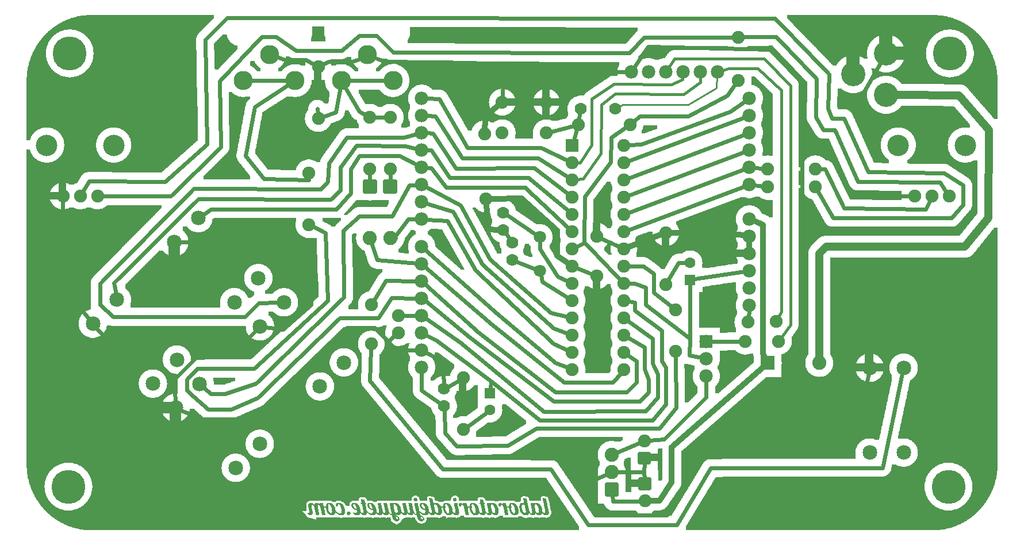
<source format=gbl>
G04 MADE WITH FRITZING*
G04 WWW.FRITZING.ORG*
G04 DOUBLE SIDED*
G04 HOLES PLATED*
G04 CONTOUR ON CENTER OF CONTOUR VECTOR*
%ASAXBY*%
%FSLAX23Y23*%
%MOIN*%
%OFA0B0*%
%SFA1.0B1.0*%
%ADD10C,0.075000*%
%ADD11C,0.196851*%
%ADD12C,0.110551*%
%ADD13C,0.085000*%
%ADD14C,0.082000*%
%ADD15C,0.074667*%
%ADD16C,0.074695*%
%ADD17C,0.124033*%
%ADD18C,0.070000*%
%ADD19C,0.062992*%
%ADD20C,0.140000*%
%ADD21C,0.078000*%
%ADD22C,0.070925*%
%ADD23C,0.070866*%
%ADD24R,0.062992X0.062992*%
%ADD25R,0.078000X0.078000*%
%ADD26R,0.082000X0.082000*%
%ADD27R,0.075000X0.075000*%
%ADD28C,0.024000*%
%ADD29C,0.016000*%
%ADD30C,0.032000*%
%ADD31C,0.011111*%
%ADD32C,0.048000*%
%ADD33C,0.020000*%
%ADD34R,0.001000X0.001000*%
%LNCOPPER0*%
G90*
G70*
G54D10*
X2538Y2909D03*
X1185Y2824D03*
X4565Y2302D03*
X5590Y2765D03*
X2337Y2685D03*
X1216Y2149D03*
X1514Y2470D03*
X3379Y1938D03*
X4019Y1853D03*
X1994Y1541D03*
X4009Y1406D03*
X3332Y1359D03*
X2160Y1027D03*
X4102Y988D03*
X2586Y782D03*
X2841Y685D03*
X4836Y2518D03*
X433Y2954D03*
G54D11*
X291Y2805D03*
X283Y293D03*
X5393Y2805D03*
X5385Y293D03*
G54D12*
X2015Y2798D03*
X2165Y2647D03*
X1865Y2647D03*
X1449Y2798D03*
X1598Y2647D03*
X1298Y2647D03*
G54D13*
X4929Y490D03*
X5126Y490D03*
X5126Y982D03*
X4929Y982D03*
X773Y890D03*
X912Y1029D03*
X564Y1377D03*
X425Y1238D03*
X1253Y402D03*
X1392Y541D03*
X1044Y889D03*
X905Y750D03*
G54D10*
X2039Y1120D03*
X2039Y1348D03*
G54D14*
X2149Y2033D03*
X2149Y1735D03*
X2031Y2033D03*
X2031Y1735D03*
G54D10*
X2031Y2435D03*
X2031Y2135D03*
X2149Y2435D03*
X2149Y2135D03*
X1677Y2112D03*
X1677Y1812D03*
X2196Y1285D03*
X2196Y1185D03*
X1732Y2427D03*
X1732Y2727D03*
G54D15*
X252Y1978D03*
X352Y1978D03*
G54D16*
X452Y1978D03*
G54D17*
X157Y2273D03*
X546Y2273D03*
G54D15*
X5189Y1978D03*
X5289Y1978D03*
G54D16*
X5389Y1978D03*
G54D17*
X5094Y2273D03*
X5483Y2273D03*
G54D10*
X4165Y2647D03*
X4165Y2899D03*
X4338Y2033D03*
X4614Y2033D03*
X4338Y2136D03*
X4614Y2136D03*
X3346Y1515D03*
X3346Y1745D03*
X4400Y1136D03*
X4207Y1136D03*
X2696Y2338D03*
X2703Y1960D03*
X3625Y310D03*
X3625Y210D03*
X3622Y458D03*
X3622Y558D03*
X3802Y1078D03*
X3802Y1319D03*
G54D18*
X2461Y760D03*
X2461Y860D03*
G54D19*
X2728Y835D03*
X2728Y737D03*
G54D10*
X2572Y924D03*
X2572Y624D03*
G54D19*
X3888Y1493D03*
X3888Y1591D03*
G54D10*
X3054Y2345D03*
X2798Y2345D03*
X3054Y2522D03*
X2798Y2522D03*
X3239Y2393D03*
X3539Y2393D03*
X3747Y1466D03*
X3747Y1766D03*
X4386Y1252D03*
X4222Y1247D03*
G54D20*
X5023Y2565D03*
X5023Y2805D03*
X4833Y2685D03*
G54D14*
X3433Y277D03*
X3433Y377D03*
X3433Y477D03*
G54D21*
X3981Y1134D03*
X3981Y1034D03*
X3981Y934D03*
G54D14*
X4338Y1010D03*
X4636Y1010D03*
G54D22*
X3015Y1740D03*
G54D23*
X3015Y1546D03*
G54D18*
X2804Y1782D03*
X2804Y1882D03*
X2857Y1609D03*
X2857Y1709D03*
X3252Y2484D03*
X3452Y2484D03*
G54D21*
X2331Y1686D03*
X2331Y1586D03*
X2331Y1486D03*
X2331Y1386D03*
X2331Y1286D03*
X2331Y1186D03*
X2331Y1086D03*
X2331Y986D03*
X2331Y2545D03*
X2331Y2445D03*
X2331Y2345D03*
X2331Y2245D03*
X2331Y2145D03*
X2331Y2045D03*
X2331Y1945D03*
X2331Y1845D03*
X4231Y1845D03*
X4231Y1745D03*
X4231Y1645D03*
X4231Y1545D03*
X4231Y1445D03*
X4231Y1345D03*
X4231Y2545D03*
X4231Y2445D03*
X4231Y2345D03*
X4231Y2245D03*
X4231Y2145D03*
X4231Y2045D03*
G54D10*
X3204Y2273D03*
X3504Y2273D03*
X3204Y2173D03*
X3504Y2173D03*
X3204Y2073D03*
X3504Y2073D03*
X3204Y1973D03*
X3504Y1973D03*
X3204Y1873D03*
X3504Y1873D03*
X3204Y1773D03*
X3504Y1773D03*
X3204Y1673D03*
X3504Y1673D03*
X3204Y1573D03*
X3504Y1573D03*
X3204Y1473D03*
X3504Y1473D03*
X3204Y1373D03*
X3504Y1373D03*
X3204Y1273D03*
X3504Y1273D03*
X3204Y1173D03*
X3504Y1173D03*
X3204Y1073D03*
X3504Y1073D03*
X3204Y973D03*
X3504Y973D03*
G54D21*
X4045Y2699D03*
X3945Y2699D03*
X3845Y2699D03*
X3745Y2699D03*
X3645Y2699D03*
X3545Y2699D03*
G54D13*
X1245Y1362D03*
X1384Y1502D03*
X1036Y1850D03*
X897Y1710D03*
X1741Y874D03*
X1881Y1013D03*
X1533Y1361D03*
X1393Y1222D03*
G54D24*
X2728Y835D03*
X3888Y1493D03*
G54D25*
X3981Y1134D03*
G54D26*
X4337Y1010D03*
G54D27*
X3204Y2273D03*
G54D28*
X3723Y1198D02*
X3568Y1314D01*
D02*
X3568Y1314D02*
X3568Y1362D01*
D02*
X3723Y1023D02*
X3723Y1198D01*
D02*
X3568Y1362D02*
X3532Y1368D01*
D02*
X3748Y984D02*
X3723Y1023D01*
D02*
X3748Y773D02*
X3748Y984D01*
D02*
X3670Y678D02*
X3748Y773D01*
D02*
X3015Y678D02*
X3670Y678D01*
D02*
X2734Y906D02*
X3015Y678D01*
D02*
X2734Y906D02*
X2730Y862D01*
D02*
X2418Y1142D02*
X2734Y906D01*
D02*
X2358Y1172D02*
X2418Y1142D01*
D02*
X3243Y2421D02*
X3248Y2458D01*
D02*
X4179Y1135D02*
X4012Y1134D01*
G54D29*
D02*
X3851Y2567D02*
X3946Y2639D01*
D02*
X3946Y2639D02*
X3946Y2675D01*
D02*
X3454Y2570D02*
X3851Y2567D01*
D02*
X3373Y2509D02*
X3454Y2570D01*
D02*
X3370Y2225D02*
X3373Y2509D01*
D02*
X3268Y2078D02*
X3370Y2225D01*
D02*
X3227Y2075D02*
X3268Y2078D01*
G54D30*
D02*
X4231Y1709D02*
X4231Y1681D01*
G54D28*
D02*
X4203Y2234D02*
X3530Y1983D01*
G54D30*
D02*
X2702Y2444D02*
X2772Y2500D01*
D02*
X2698Y2372D02*
X2702Y2444D01*
G54D28*
D02*
X3211Y2386D02*
X3082Y2352D01*
D02*
X3372Y1733D02*
X3478Y1685D01*
G54D30*
D02*
X2707Y1926D02*
X2720Y1784D01*
D02*
X2720Y1784D02*
X2772Y1783D01*
G54D28*
D02*
X4203Y2134D02*
X3530Y1883D01*
D02*
X3106Y1013D02*
X3177Y984D01*
D02*
X2765Y1299D02*
X3106Y1013D01*
D02*
X2354Y1666D02*
X2765Y1299D01*
D02*
X2950Y2084D02*
X3182Y1891D01*
D02*
X2494Y2084D02*
X2950Y2084D01*
D02*
X2387Y2245D02*
X2494Y2084D01*
D02*
X2362Y2245D02*
X2387Y2245D01*
D02*
X3621Y377D02*
X3465Y377D01*
D02*
X3621Y377D02*
X3622Y430D01*
D02*
X3623Y339D02*
X3621Y377D01*
G54D30*
D02*
X4196Y1750D02*
X4080Y1766D01*
D02*
X4080Y1766D02*
X3781Y1766D01*
G54D28*
D02*
X3462Y490D02*
X3595Y547D01*
D02*
X3440Y898D02*
X3485Y951D01*
D02*
X3157Y899D02*
X3440Y898D01*
D02*
X2735Y1236D02*
X3157Y899D01*
D02*
X2354Y1566D02*
X2735Y1236D01*
D02*
X3598Y787D02*
X3645Y842D01*
D02*
X3645Y842D02*
X3645Y914D01*
D02*
X3095Y787D02*
X3598Y787D01*
D02*
X3645Y914D02*
X3623Y975D01*
D02*
X2606Y1162D02*
X3095Y787D01*
D02*
X3623Y975D02*
X3623Y1103D01*
D02*
X2355Y1367D02*
X2606Y1162D01*
D02*
X3623Y1103D02*
X3528Y1158D01*
D02*
X3212Y2300D02*
X3231Y2366D01*
D02*
X4203Y2434D02*
X3530Y2183D01*
D02*
X4631Y1779D02*
X4537Y1940D01*
D02*
X4537Y2251D02*
X4604Y2296D01*
D02*
X4604Y2296D02*
X4537Y2390D01*
D02*
X4537Y2390D02*
X4543Y2634D01*
D02*
X4537Y1940D02*
X4537Y2251D01*
D02*
X4543Y2634D02*
X4354Y2829D01*
D02*
X4354Y2829D02*
X3644Y2844D01*
D02*
X3644Y2844D02*
X3562Y2724D01*
G54D29*
D02*
X4415Y1307D02*
X4397Y1272D01*
D02*
X4415Y2590D02*
X4415Y1307D01*
D02*
X4281Y2718D02*
X4415Y2590D01*
D02*
X4109Y2718D02*
X4281Y2718D01*
D02*
X4069Y2706D02*
X4109Y2718D01*
G54D28*
D02*
X3098Y1121D02*
X3178Y1085D01*
D02*
X2643Y1547D02*
X3098Y1121D01*
D02*
X2480Y1836D02*
X2643Y1547D01*
D02*
X2362Y1843D02*
X2480Y1836D01*
D02*
X3914Y1497D02*
X4202Y1540D01*
G54D30*
D02*
X3709Y212D02*
X3659Y211D01*
D02*
X3781Y318D02*
X3709Y212D01*
D02*
X3781Y523D02*
X3781Y318D01*
D02*
X3781Y523D02*
X4310Y985D01*
G54D28*
D02*
X3779Y1337D02*
X3676Y1417D01*
D02*
X3676Y1417D02*
X3676Y1528D01*
D02*
X3676Y1528D02*
X3615Y1573D01*
D02*
X3615Y1573D02*
X3532Y1573D01*
D02*
X3179Y1388D02*
X3031Y1480D01*
D02*
X3031Y1480D02*
X3022Y1520D01*
D02*
X4120Y2468D02*
X3604Y2279D01*
D02*
X3604Y2279D02*
X3532Y2274D01*
D02*
X4207Y2528D02*
X4120Y2468D01*
D02*
X3006Y2198D02*
X3179Y2088D01*
D02*
X2565Y2198D02*
X3006Y2198D01*
D02*
X2409Y2442D02*
X2565Y2198D01*
D02*
X2362Y2444D02*
X2409Y2442D01*
D02*
X3429Y2317D02*
X3515Y2377D01*
D02*
X3428Y2176D02*
X3429Y2317D01*
D02*
X3276Y1975D02*
X3428Y2176D01*
D02*
X3272Y1710D02*
X3276Y1975D01*
D02*
X3275Y1707D02*
X3484Y1493D01*
D02*
X3229Y1685D02*
X3275Y1707D01*
G54D30*
D02*
X4309Y1813D02*
X4265Y1832D01*
D02*
X4309Y1065D02*
X4309Y1813D01*
D02*
X4321Y1043D02*
X4309Y1065D01*
G54D28*
D02*
X2440Y775D02*
X2331Y850D01*
D02*
X2331Y850D02*
X2331Y956D01*
D02*
X2180Y1088D02*
X2296Y1086D01*
D02*
X2557Y1128D02*
X2356Y1268D01*
D02*
X3040Y728D02*
X2557Y1128D01*
D02*
X3629Y731D02*
X3040Y728D01*
D02*
X3701Y812D02*
X3629Y731D01*
D02*
X3701Y945D02*
X3701Y812D01*
D02*
X3670Y1009D02*
X3701Y945D01*
D02*
X3670Y1150D02*
X3670Y1009D01*
D02*
X3527Y1256D02*
X3670Y1150D01*
D02*
X4229Y1315D02*
X4225Y1275D01*
D02*
X1837Y1901D02*
X1111Y1902D01*
D02*
X1920Y1996D02*
X1837Y1901D01*
D02*
X1920Y2134D02*
X1920Y1996D01*
D02*
X2204Y2212D02*
X1970Y2212D01*
D02*
X1970Y2212D02*
X1920Y2134D01*
D02*
X2305Y2159D02*
X2204Y2212D01*
D02*
X4203Y2034D02*
X3530Y1783D01*
D02*
X3883Y1054D02*
X3887Y1150D01*
D02*
X3887Y1150D02*
X3888Y1466D01*
D02*
X3883Y1054D02*
X3952Y1040D01*
D02*
X3629Y1348D02*
X3887Y1150D01*
D02*
X3629Y1448D02*
X3629Y1348D01*
D02*
X3568Y1473D02*
X3629Y1448D01*
D02*
X3532Y1473D02*
X3568Y1473D01*
D02*
X3023Y2259D02*
X3178Y2185D01*
D02*
X2598Y2259D02*
X3023Y2259D01*
D02*
X2434Y2542D02*
X2598Y2259D01*
D02*
X2362Y2544D02*
X2434Y2542D01*
D02*
X2358Y1071D02*
X2454Y1017D01*
D02*
X2454Y1017D02*
X2460Y886D01*
D02*
X2984Y2142D02*
X3181Y1990D01*
D02*
X2529Y2139D02*
X2984Y2142D01*
D02*
X2398Y2342D02*
X2529Y2139D01*
D02*
X2362Y2344D02*
X2398Y2342D01*
D02*
X4203Y2334D02*
X3530Y2083D01*
D02*
X2990Y1556D02*
X2881Y1599D01*
G54D30*
D02*
X3715Y1754D02*
X3535Y1685D01*
G54D29*
D02*
X3779Y2625D02*
X3843Y2654D01*
D02*
X3843Y2654D02*
X3844Y2675D01*
D02*
X3446Y2628D02*
X3779Y2625D01*
D02*
X3318Y2542D02*
X3446Y2628D01*
D02*
X3315Y2275D02*
X3318Y2542D01*
D02*
X3251Y2173D02*
X3315Y2275D01*
D02*
X3227Y2173D02*
X3251Y2173D01*
G54D28*
D02*
X2728Y1613D02*
X3079Y1300D01*
D02*
X3079Y1300D02*
X3176Y1279D01*
D02*
X2557Y1925D02*
X2728Y1613D01*
D02*
X2358Y2031D02*
X2557Y1925D01*
D02*
X2931Y2028D02*
X3183Y1792D01*
D02*
X2472Y2028D02*
X2932Y2028D01*
D02*
X2387Y2142D02*
X2472Y2028D01*
D02*
X2362Y2143D02*
X2387Y2142D01*
D02*
X4898Y2473D02*
X4898Y2584D01*
D02*
X4994Y2384D02*
X4898Y2473D01*
D02*
X5359Y2307D02*
X5265Y2390D01*
D02*
X5359Y2201D02*
X5359Y2307D01*
D02*
X5265Y2390D02*
X4994Y2384D01*
D02*
X4498Y918D02*
X4537Y1012D01*
D02*
X4337Y918D02*
X4498Y918D01*
D02*
X3865Y307D02*
X3865Y490D01*
D02*
X3754Y129D02*
X3865Y307D01*
D02*
X4631Y1779D02*
X5454Y1779D01*
D02*
X4543Y1684D02*
X4631Y1779D01*
D02*
X5454Y1779D02*
X5537Y1884D01*
D02*
X5537Y1884D02*
X5537Y2090D01*
D02*
X5537Y2090D02*
X5359Y2201D01*
D02*
X3865Y490D02*
X4337Y918D01*
D02*
X4898Y2584D02*
X4990Y2747D01*
D02*
X4537Y1012D02*
X4543Y1684D01*
D02*
X3235Y292D02*
X3337Y129D01*
D02*
X3337Y129D02*
X3754Y129D01*
D02*
X3124Y459D02*
X3235Y292D01*
D02*
X3235Y292D02*
X3398Y362D01*
D02*
X2487Y464D02*
X3124Y459D01*
D02*
X2180Y836D02*
X2487Y464D01*
D02*
X2180Y1088D02*
X2180Y836D01*
D02*
X3015Y1670D02*
X3015Y1713D01*
D02*
X3120Y1510D02*
X3015Y1670D01*
D02*
X3177Y1484D02*
X3120Y1510D01*
D02*
X2804Y2646D02*
X2887Y2696D01*
D02*
X2887Y2696D02*
X3521Y2699D01*
G54D29*
D02*
X4413Y1154D02*
X4469Y1232D01*
D02*
X4469Y1232D02*
X4470Y2618D01*
D02*
X4470Y2618D02*
X4317Y2776D01*
D02*
X4317Y2776D02*
X3798Y2776D01*
D02*
X3798Y2776D02*
X3759Y2719D01*
G54D31*
D02*
X3876Y2507D02*
X4040Y2606D01*
D02*
X4040Y2606D02*
X4044Y2675D01*
D02*
X3498Y2507D02*
X3876Y2507D01*
D02*
X3470Y2493D02*
X3498Y2507D01*
G54D28*
D02*
X3106Y843D02*
X3520Y842D01*
D02*
X3520Y842D02*
X3576Y898D01*
D02*
X2661Y1187D02*
X3106Y843D01*
D02*
X3576Y898D02*
X3576Y1023D01*
D02*
X2354Y1465D02*
X2661Y1187D01*
D02*
X3576Y1023D02*
X3527Y1056D01*
D02*
X3737Y568D02*
X3650Y561D01*
D02*
X3981Y812D02*
X3737Y568D01*
D02*
X3981Y904D02*
X3981Y812D01*
D02*
X3709Y631D02*
X3806Y750D01*
D02*
X3806Y750D02*
X3802Y1050D01*
D02*
X2998Y633D02*
X3709Y631D01*
D02*
X2831Y532D02*
X2998Y633D01*
D02*
X2534Y528D02*
X2831Y532D01*
D02*
X2534Y528D02*
X2465Y606D01*
D02*
X2465Y606D02*
X2462Y734D01*
D02*
X3439Y207D02*
X3596Y209D01*
D02*
X3436Y245D02*
X3439Y207D01*
D02*
X3761Y1490D02*
X3820Y1591D01*
D02*
X3820Y1591D02*
X3861Y1591D01*
D02*
X2993Y1755D02*
X2825Y1868D01*
G54D30*
D02*
X2909Y1965D02*
X2738Y1961D01*
D02*
X3115Y1778D02*
X2909Y1965D01*
D02*
X3117Y1632D02*
X3115Y1778D01*
D02*
X3175Y1592D02*
X3117Y1632D01*
G54D28*
D02*
X3230Y1562D02*
X3320Y1526D01*
D02*
X2595Y640D02*
X2706Y721D01*
D02*
X2819Y1761D02*
X2841Y1730D01*
D02*
X3095Y1212D02*
X3177Y1182D01*
D02*
X2683Y1580D02*
X3095Y1212D01*
D02*
X2513Y1887D02*
X2683Y1580D01*
D02*
X2360Y1936D02*
X2513Y1887D01*
D02*
X2484Y873D02*
X2547Y909D01*
D02*
X1804Y1957D02*
X1037Y1962D01*
D02*
X1859Y2012D02*
X1804Y1957D01*
D02*
X1859Y2146D02*
X1859Y2012D01*
D02*
X1954Y2270D02*
X1859Y2146D01*
D02*
X2237Y2268D02*
X1954Y2270D01*
D02*
X1037Y1962D02*
X548Y1474D01*
D02*
X2302Y2252D02*
X2237Y2268D01*
D02*
X1009Y2023D02*
X465Y1473D01*
D02*
X1748Y2018D02*
X1009Y2023D01*
D02*
X465Y1347D02*
X543Y1277D01*
D02*
X1793Y2168D02*
X1787Y2062D01*
D02*
X1898Y2318D02*
X1793Y2168D01*
D02*
X2226Y2318D02*
X1898Y2318D01*
D02*
X1306Y1277D02*
X1387Y1358D01*
D02*
X1787Y2062D02*
X1748Y2018D01*
D02*
X465Y1473D02*
X465Y1347D01*
D02*
X543Y1277D02*
X1306Y1277D01*
D02*
X2302Y2337D02*
X2226Y2318D01*
D02*
X1970Y1862D02*
X1876Y1779D01*
D02*
X2259Y2040D02*
X2159Y1862D01*
D02*
X1876Y1779D02*
X1881Y1390D01*
D02*
X2159Y1862D02*
X1970Y1862D01*
D02*
X1881Y1390D02*
X1369Y892D01*
D02*
X1111Y831D02*
X1071Y866D01*
D02*
X1191Y831D02*
X1111Y831D01*
D02*
X1369Y892D02*
X1191Y831D01*
D02*
X2301Y2043D02*
X2259Y2040D01*
D02*
X820Y996D02*
X634Y1009D01*
D02*
X898Y914D02*
X820Y996D01*
D02*
X904Y784D02*
X898Y914D01*
D02*
X1220Y1047D02*
X1369Y1198D01*
D02*
X1024Y1040D02*
X1220Y1047D01*
D02*
X898Y914D02*
X1024Y1040D01*
D02*
X1527Y1205D02*
X1691Y1347D01*
D02*
X1691Y1347D02*
X1693Y1412D01*
D02*
X1362Y1718D02*
X932Y1711D01*
D02*
X1693Y1412D02*
X1362Y1718D01*
D02*
X2135Y1136D02*
X2061Y1214D01*
D02*
X1898Y1214D02*
X1431Y759D01*
D02*
X1258Y685D02*
X1062Y685D01*
D02*
X1062Y685D02*
X937Y736D01*
D02*
X1431Y759D02*
X1258Y685D01*
D02*
X2061Y1214D02*
X1898Y1214D01*
D02*
X2180Y1088D02*
X2135Y1136D01*
D02*
X4008Y401D02*
X5002Y403D01*
D02*
X5002Y403D02*
X5118Y948D01*
D02*
X3809Y73D02*
X4008Y401D01*
D02*
X2031Y907D02*
X2454Y396D01*
D02*
X2454Y396D02*
X3080Y396D01*
D02*
X3080Y396D02*
X3298Y73D01*
D02*
X3298Y73D02*
X3809Y73D01*
D02*
X2038Y1091D02*
X2031Y907D01*
D02*
X2124Y1488D02*
X2054Y1373D01*
D02*
X2301Y1486D02*
X2124Y1488D01*
D02*
X2170Y1734D02*
X2181Y1734D01*
D02*
X2254Y1846D02*
X2170Y1734D01*
D02*
X2301Y1845D02*
X2254Y1846D01*
D02*
X2072Y1608D02*
X2302Y1588D01*
D02*
X2041Y1705D02*
X2072Y1608D01*
D02*
X2031Y2106D02*
X2031Y2065D01*
D02*
X2149Y2106D02*
X2149Y2065D01*
D02*
X2121Y2435D02*
X2060Y2435D01*
D02*
X2157Y1388D02*
X2301Y1386D01*
D02*
X1772Y1766D02*
X1787Y1373D01*
D02*
X1787Y1373D02*
X1361Y977D01*
D02*
X1361Y977D02*
X1031Y977D01*
D02*
X1031Y977D02*
X969Y914D01*
D02*
X969Y914D02*
X969Y851D01*
D02*
X969Y851D02*
X1009Y814D01*
D02*
X1009Y814D02*
X1093Y740D01*
D02*
X1093Y740D02*
X1227Y740D01*
D02*
X1380Y807D02*
X1857Y1270D01*
D02*
X1227Y740D02*
X1380Y807D01*
D02*
X1857Y1270D02*
X2080Y1270D01*
D02*
X2080Y1270D02*
X2157Y1388D01*
D02*
X1703Y1800D02*
X1772Y1766D01*
D02*
X2301Y1286D02*
X2225Y1285D01*
D02*
X2135Y1136D02*
X2174Y1167D01*
D02*
X1676Y2073D02*
X1676Y2083D01*
D02*
X1309Y2212D02*
X1415Y2079D01*
D02*
X1415Y2079D02*
X1676Y2073D01*
D02*
X1551Y2617D02*
X1362Y2495D01*
D02*
X1362Y2495D02*
X1309Y2212D01*
D02*
X1970Y2468D02*
X1893Y2599D01*
D02*
X2006Y2448D02*
X1970Y2468D01*
D02*
X2120Y2757D02*
X2643Y2751D01*
D02*
X2804Y2646D02*
X2800Y2556D01*
D02*
X2643Y2751D02*
X2804Y2646D01*
D02*
X2073Y2775D02*
X2120Y2757D01*
D02*
X1726Y2484D02*
X1729Y2455D01*
D02*
X1537Y2768D02*
X1502Y2780D01*
D02*
X1659Y2768D02*
X1537Y2768D01*
D02*
X1707Y2741D02*
X1659Y2768D01*
D02*
X1931Y2757D02*
X1793Y2757D01*
D02*
X1793Y2757D02*
X1758Y2740D01*
D02*
X1965Y2773D02*
X1931Y2757D01*
D02*
X249Y1455D02*
X403Y1265D01*
D02*
X251Y1946D02*
X249Y1455D01*
D02*
X4104Y2562D02*
X3876Y2440D01*
D02*
X3876Y2440D02*
X3598Y2440D01*
D02*
X3598Y2440D02*
X3561Y2411D01*
D02*
X4148Y2624D02*
X4104Y2562D01*
D02*
X4726Y2362D02*
X4659Y2362D01*
D02*
X4659Y2362D02*
X4615Y2434D01*
D02*
X5337Y2057D02*
X4859Y2062D01*
D02*
X4859Y2062D02*
X4726Y2362D01*
D02*
X4615Y2434D02*
X4620Y2657D01*
D02*
X4620Y2657D02*
X4387Y2901D01*
D02*
X4387Y2901D02*
X4194Y2900D01*
D02*
X5371Y2005D02*
X5337Y2057D01*
D02*
X4310Y2036D02*
X4261Y2042D01*
D02*
X1970Y2907D02*
X1865Y2823D01*
D02*
X1159Y2646D02*
X1165Y2262D01*
D02*
X1487Y2901D02*
X1404Y2901D01*
D02*
X1865Y2823D02*
X1604Y2823D01*
D02*
X3537Y2807D02*
X2165Y2812D01*
D02*
X2165Y2812D02*
X2070Y2907D01*
D02*
X2070Y2907D02*
X1970Y2907D01*
D02*
X1604Y2823D02*
X1487Y2901D01*
D02*
X876Y1979D02*
X483Y1978D01*
D02*
X1165Y2262D02*
X876Y1979D01*
D02*
X3619Y2899D02*
X3537Y2807D01*
D02*
X1404Y2901D02*
X1159Y2646D01*
D02*
X4136Y2899D02*
X3619Y2899D01*
D02*
X4670Y2296D02*
X4820Y1979D01*
D02*
X4820Y1979D02*
X5157Y1978D01*
D02*
X4604Y2296D02*
X4670Y2296D01*
D02*
X4310Y2138D02*
X4261Y2142D01*
D02*
X4670Y2134D02*
X4642Y2135D01*
D02*
X4781Y1907D02*
X4670Y2134D01*
D02*
X5254Y1901D02*
X4781Y1907D01*
D02*
X5275Y1949D02*
X5254Y1901D01*
D02*
X1204Y3012D02*
X4380Y3007D01*
D02*
X1076Y2884D02*
X1204Y3012D01*
D02*
X843Y2062D02*
X1087Y2279D01*
D02*
X5404Y1851D02*
X4715Y1851D01*
D02*
X5359Y2112D02*
X5470Y2040D01*
D02*
X4920Y2118D02*
X5359Y2112D01*
D02*
X4781Y2429D02*
X4920Y2118D01*
D02*
X4709Y2429D02*
X4781Y2429D01*
D02*
X4687Y2484D02*
X4709Y2429D01*
D02*
X5470Y1929D02*
X5404Y1851D01*
D02*
X4715Y1851D02*
X4628Y2008D01*
D02*
X5470Y2040D02*
X5470Y1929D01*
D02*
X4693Y2684D02*
X4687Y2484D01*
D02*
X4380Y3007D02*
X4693Y2684D01*
D02*
X1087Y2279D02*
X1076Y2884D01*
D02*
X402Y2066D02*
X843Y2062D01*
D02*
X367Y2006D02*
X402Y2066D01*
G54D32*
D02*
X5446Y2562D02*
X5095Y2564D01*
D02*
X5615Y1851D02*
X5620Y2362D01*
D02*
X5481Y1684D02*
X5615Y1851D01*
D02*
X4637Y1646D02*
X4676Y1684D01*
D02*
X5620Y2362D02*
X5446Y2562D01*
D02*
X4676Y1684D02*
X5481Y1684D01*
D02*
X4636Y1053D02*
X4637Y1646D01*
G54D28*
D02*
X4898Y831D02*
X4922Y948D01*
D02*
X4593Y834D02*
X4898Y831D01*
D02*
X4498Y918D02*
X4593Y834D01*
D02*
X1354Y2647D02*
X1542Y2647D01*
D02*
X2109Y2647D02*
X1921Y2647D01*
D02*
X1111Y1902D02*
X1065Y1870D01*
D02*
X634Y1009D02*
X448Y1212D01*
D02*
X548Y1474D02*
X559Y1411D01*
D02*
X1527Y1205D02*
X1428Y1218D01*
D02*
X1387Y1358D02*
X1498Y1361D01*
D02*
X1855Y2592D02*
X1833Y2465D01*
D02*
X1833Y2465D02*
X1759Y2437D01*
G36*
X1696Y2960D02*
X1696Y2940D01*
X1698Y2940D01*
X1698Y2918D01*
X1696Y2918D01*
X1696Y2908D01*
X1694Y2908D01*
X1694Y2900D01*
X1692Y2900D01*
X1692Y2896D01*
X1690Y2896D01*
X1690Y2876D01*
X1774Y2876D01*
X1774Y2896D01*
X1772Y2896D01*
X1772Y2900D01*
X1770Y2900D01*
X1770Y2908D01*
X1768Y2908D01*
X1768Y2918D01*
X1766Y2918D01*
X1766Y2940D01*
X1768Y2940D01*
X1768Y2960D01*
X1696Y2960D01*
G37*
D02*
G36*
X2264Y2958D02*
X2264Y2912D01*
X2262Y2912D01*
X2262Y2904D01*
X2260Y2904D01*
X2260Y2898D01*
X2258Y2898D01*
X2258Y2894D01*
X2256Y2894D01*
X2256Y2890D01*
X2254Y2890D01*
X2254Y2886D01*
X2252Y2886D01*
X2252Y2884D01*
X2250Y2884D01*
X2250Y2864D01*
X2522Y2864D01*
X2522Y2862D01*
X3016Y2862D01*
X3016Y2860D01*
X3516Y2860D01*
X3516Y2862D01*
X3518Y2862D01*
X3518Y2864D01*
X3520Y2864D01*
X3520Y2868D01*
X3522Y2868D01*
X3522Y2870D01*
X3524Y2870D01*
X3524Y2872D01*
X3526Y2872D01*
X3526Y2874D01*
X3528Y2874D01*
X3528Y2876D01*
X3530Y2876D01*
X3530Y2878D01*
X3532Y2878D01*
X3532Y2880D01*
X3534Y2880D01*
X3534Y2882D01*
X3536Y2882D01*
X3536Y2886D01*
X3538Y2886D01*
X3538Y2888D01*
X3540Y2888D01*
X3540Y2890D01*
X3542Y2890D01*
X3542Y2892D01*
X3544Y2892D01*
X3544Y2894D01*
X3546Y2894D01*
X3546Y2896D01*
X3548Y2896D01*
X3548Y2898D01*
X3550Y2898D01*
X3550Y2900D01*
X3552Y2900D01*
X3552Y2904D01*
X3554Y2904D01*
X3554Y2906D01*
X3556Y2906D01*
X3556Y2908D01*
X3558Y2908D01*
X3558Y2910D01*
X3560Y2910D01*
X3560Y2912D01*
X3562Y2912D01*
X3562Y2914D01*
X3564Y2914D01*
X3564Y2916D01*
X3566Y2916D01*
X3566Y2918D01*
X3568Y2918D01*
X3568Y2922D01*
X3570Y2922D01*
X3570Y2924D01*
X3572Y2924D01*
X3572Y2926D01*
X3574Y2926D01*
X3574Y2928D01*
X3576Y2928D01*
X3576Y2930D01*
X3578Y2930D01*
X3578Y2932D01*
X3580Y2932D01*
X3580Y2934D01*
X3582Y2934D01*
X3582Y2936D01*
X3584Y2936D01*
X3584Y2956D01*
X3166Y2956D01*
X3166Y2958D01*
X2264Y2958D01*
G37*
D02*
G36*
X1180Y2916D02*
X1180Y2914D01*
X1178Y2914D01*
X1178Y2912D01*
X1176Y2912D01*
X1176Y2910D01*
X1174Y2910D01*
X1174Y2908D01*
X1172Y2908D01*
X1172Y2906D01*
X1170Y2906D01*
X1170Y2904D01*
X1168Y2904D01*
X1168Y2902D01*
X1166Y2902D01*
X1166Y2900D01*
X1164Y2900D01*
X1164Y2898D01*
X1162Y2898D01*
X1162Y2896D01*
X1160Y2896D01*
X1160Y2894D01*
X1158Y2894D01*
X1158Y2892D01*
X1156Y2892D01*
X1156Y2890D01*
X1154Y2890D01*
X1154Y2888D01*
X1152Y2888D01*
X1152Y2886D01*
X1150Y2886D01*
X1150Y2884D01*
X1148Y2884D01*
X1148Y2882D01*
X1146Y2882D01*
X1146Y2880D01*
X1144Y2880D01*
X1144Y2878D01*
X1142Y2878D01*
X1142Y2876D01*
X1140Y2876D01*
X1140Y2874D01*
X1138Y2874D01*
X1138Y2872D01*
X1136Y2872D01*
X1136Y2870D01*
X1134Y2870D01*
X1134Y2868D01*
X1132Y2868D01*
X1132Y2866D01*
X1130Y2866D01*
X1130Y2864D01*
X1128Y2864D01*
X1128Y2826D01*
X1130Y2826D01*
X1130Y2718D01*
X1132Y2718D01*
X1132Y2712D01*
X1152Y2712D01*
X1152Y2714D01*
X1154Y2714D01*
X1154Y2716D01*
X1156Y2716D01*
X1156Y2718D01*
X1158Y2718D01*
X1158Y2720D01*
X1160Y2720D01*
X1160Y2722D01*
X1162Y2722D01*
X1162Y2724D01*
X1164Y2724D01*
X1164Y2728D01*
X1166Y2728D01*
X1166Y2730D01*
X1168Y2730D01*
X1168Y2732D01*
X1170Y2732D01*
X1170Y2734D01*
X1172Y2734D01*
X1172Y2736D01*
X1174Y2736D01*
X1174Y2738D01*
X1176Y2738D01*
X1176Y2740D01*
X1178Y2740D01*
X1178Y2742D01*
X1180Y2742D01*
X1180Y2744D01*
X1182Y2744D01*
X1182Y2746D01*
X1184Y2746D01*
X1184Y2748D01*
X1186Y2748D01*
X1186Y2750D01*
X1188Y2750D01*
X1188Y2752D01*
X1190Y2752D01*
X1190Y2754D01*
X1192Y2754D01*
X1192Y2756D01*
X1194Y2756D01*
X1194Y2758D01*
X1196Y2758D01*
X1196Y2760D01*
X1198Y2760D01*
X1198Y2762D01*
X1200Y2762D01*
X1200Y2764D01*
X1202Y2764D01*
X1202Y2766D01*
X1204Y2766D01*
X1204Y2768D01*
X1206Y2768D01*
X1206Y2770D01*
X1208Y2770D01*
X1208Y2774D01*
X1210Y2774D01*
X1210Y2776D01*
X1212Y2776D01*
X1212Y2778D01*
X1214Y2778D01*
X1214Y2780D01*
X1216Y2780D01*
X1216Y2782D01*
X1218Y2782D01*
X1218Y2784D01*
X1220Y2784D01*
X1220Y2786D01*
X1222Y2786D01*
X1222Y2788D01*
X1224Y2788D01*
X1224Y2790D01*
X1226Y2790D01*
X1226Y2792D01*
X1228Y2792D01*
X1228Y2794D01*
X1230Y2794D01*
X1230Y2796D01*
X1232Y2796D01*
X1232Y2798D01*
X1234Y2798D01*
X1234Y2800D01*
X1236Y2800D01*
X1236Y2802D01*
X1238Y2802D01*
X1238Y2804D01*
X1240Y2804D01*
X1240Y2806D01*
X1242Y2806D01*
X1242Y2808D01*
X1244Y2808D01*
X1244Y2810D01*
X1246Y2810D01*
X1246Y2812D01*
X1248Y2812D01*
X1248Y2814D01*
X1250Y2814D01*
X1250Y2816D01*
X1252Y2816D01*
X1252Y2820D01*
X1254Y2820D01*
X1254Y2822D01*
X1256Y2822D01*
X1256Y2824D01*
X1258Y2824D01*
X1258Y2826D01*
X1260Y2826D01*
X1260Y2828D01*
X1262Y2828D01*
X1262Y2850D01*
X1254Y2850D01*
X1254Y2852D01*
X1248Y2852D01*
X1248Y2854D01*
X1244Y2854D01*
X1244Y2856D01*
X1242Y2856D01*
X1242Y2858D01*
X1238Y2858D01*
X1238Y2860D01*
X1234Y2860D01*
X1234Y2862D01*
X1232Y2862D01*
X1232Y2864D01*
X1230Y2864D01*
X1230Y2866D01*
X1228Y2866D01*
X1228Y2868D01*
X1224Y2868D01*
X1224Y2870D01*
X1222Y2870D01*
X1222Y2872D01*
X1220Y2872D01*
X1220Y2876D01*
X1218Y2876D01*
X1218Y2878D01*
X1216Y2878D01*
X1216Y2880D01*
X1214Y2880D01*
X1214Y2884D01*
X1212Y2884D01*
X1212Y2886D01*
X1210Y2886D01*
X1210Y2890D01*
X1208Y2890D01*
X1208Y2894D01*
X1206Y2894D01*
X1206Y2898D01*
X1204Y2898D01*
X1204Y2904D01*
X1202Y2904D01*
X1202Y2912D01*
X1200Y2912D01*
X1200Y2916D01*
X1180Y2916D01*
G37*
D02*
G36*
X4344Y2850D02*
X4344Y2848D01*
X4222Y2848D01*
X4222Y2846D01*
X4220Y2846D01*
X4220Y2844D01*
X4218Y2844D01*
X4218Y2824D01*
X4328Y2824D01*
X4328Y2822D01*
X4334Y2822D01*
X4334Y2820D01*
X4338Y2820D01*
X4338Y2818D01*
X4342Y2818D01*
X4342Y2816D01*
X4346Y2816D01*
X4346Y2814D01*
X4348Y2814D01*
X4348Y2812D01*
X4350Y2812D01*
X4350Y2810D01*
X4352Y2810D01*
X4352Y2808D01*
X4354Y2808D01*
X4354Y2806D01*
X4356Y2806D01*
X4356Y2804D01*
X4358Y2804D01*
X4358Y2802D01*
X4360Y2802D01*
X4360Y2800D01*
X4362Y2800D01*
X4362Y2798D01*
X4364Y2798D01*
X4364Y2796D01*
X4366Y2796D01*
X4366Y2794D01*
X4368Y2794D01*
X4368Y2792D01*
X4370Y2792D01*
X4370Y2790D01*
X4372Y2790D01*
X4372Y2788D01*
X4374Y2788D01*
X4374Y2786D01*
X4376Y2786D01*
X4376Y2784D01*
X4378Y2784D01*
X4378Y2782D01*
X4380Y2782D01*
X4380Y2780D01*
X4382Y2780D01*
X4382Y2778D01*
X4384Y2778D01*
X4384Y2776D01*
X4386Y2776D01*
X4386Y2774D01*
X4388Y2774D01*
X4388Y2770D01*
X4390Y2770D01*
X4390Y2768D01*
X4392Y2768D01*
X4392Y2766D01*
X4394Y2766D01*
X4394Y2764D01*
X4396Y2764D01*
X4396Y2762D01*
X4398Y2762D01*
X4398Y2760D01*
X4400Y2760D01*
X4400Y2758D01*
X4402Y2758D01*
X4402Y2756D01*
X4404Y2756D01*
X4404Y2754D01*
X4406Y2754D01*
X4406Y2752D01*
X4408Y2752D01*
X4408Y2750D01*
X4410Y2750D01*
X4410Y2748D01*
X4412Y2748D01*
X4412Y2746D01*
X4414Y2746D01*
X4414Y2744D01*
X4416Y2744D01*
X4416Y2742D01*
X4418Y2742D01*
X4418Y2740D01*
X4420Y2740D01*
X4420Y2738D01*
X4422Y2738D01*
X4422Y2736D01*
X4424Y2736D01*
X4424Y2734D01*
X4426Y2734D01*
X4426Y2732D01*
X4428Y2732D01*
X4428Y2730D01*
X4430Y2730D01*
X4430Y2728D01*
X4432Y2728D01*
X4432Y2726D01*
X4434Y2726D01*
X4434Y2724D01*
X4436Y2724D01*
X4436Y2722D01*
X4438Y2722D01*
X4438Y2720D01*
X4440Y2720D01*
X4440Y2718D01*
X4442Y2718D01*
X4442Y2716D01*
X4444Y2716D01*
X4444Y2714D01*
X4446Y2714D01*
X4446Y2712D01*
X4448Y2712D01*
X4448Y2710D01*
X4450Y2710D01*
X4450Y2706D01*
X4452Y2706D01*
X4452Y2704D01*
X4454Y2704D01*
X4454Y2702D01*
X4456Y2702D01*
X4456Y2700D01*
X4458Y2700D01*
X4458Y2698D01*
X4460Y2698D01*
X4460Y2696D01*
X4462Y2696D01*
X4462Y2694D01*
X4464Y2694D01*
X4464Y2692D01*
X4466Y2692D01*
X4466Y2690D01*
X4468Y2690D01*
X4468Y2688D01*
X4470Y2688D01*
X4470Y2686D01*
X4472Y2686D01*
X4472Y2684D01*
X4474Y2684D01*
X4474Y2682D01*
X4476Y2682D01*
X4476Y2680D01*
X4478Y2680D01*
X4478Y2678D01*
X4480Y2678D01*
X4480Y2676D01*
X4482Y2676D01*
X4482Y2674D01*
X4484Y2674D01*
X4484Y2672D01*
X4486Y2672D01*
X4486Y2670D01*
X4488Y2670D01*
X4488Y2668D01*
X4490Y2668D01*
X4490Y2666D01*
X4492Y2666D01*
X4492Y2664D01*
X4494Y2664D01*
X4494Y2662D01*
X4496Y2662D01*
X4496Y2660D01*
X4498Y2660D01*
X4498Y2658D01*
X4500Y2658D01*
X4500Y2656D01*
X4502Y2656D01*
X4502Y2654D01*
X4504Y2654D01*
X4504Y2652D01*
X4506Y2652D01*
X4506Y2648D01*
X4508Y2648D01*
X4508Y2646D01*
X4510Y2646D01*
X4510Y2644D01*
X4512Y2644D01*
X4512Y2640D01*
X4514Y2640D01*
X4514Y2636D01*
X4516Y2636D01*
X4516Y2628D01*
X4518Y2628D01*
X4518Y2214D01*
X4620Y2214D01*
X4620Y2212D01*
X4632Y2212D01*
X4632Y2210D01*
X4640Y2210D01*
X4640Y2208D01*
X4644Y2208D01*
X4644Y2206D01*
X4648Y2206D01*
X4648Y2204D01*
X4652Y2204D01*
X4652Y2202D01*
X4656Y2202D01*
X4656Y2200D01*
X4658Y2200D01*
X4658Y2198D01*
X4662Y2198D01*
X4662Y2196D01*
X4664Y2196D01*
X4664Y2194D01*
X4666Y2194D01*
X4666Y2192D01*
X4668Y2192D01*
X4668Y2190D01*
X4670Y2190D01*
X4670Y2188D01*
X4672Y2188D01*
X4672Y2186D01*
X4684Y2186D01*
X4684Y2184D01*
X4690Y2184D01*
X4690Y2182D01*
X4694Y2182D01*
X4694Y2180D01*
X4698Y2180D01*
X4698Y2178D01*
X4700Y2178D01*
X4700Y2176D01*
X4702Y2176D01*
X4702Y2174D01*
X4706Y2174D01*
X4706Y2172D01*
X4708Y2172D01*
X4708Y2170D01*
X4710Y2170D01*
X4710Y2168D01*
X4712Y2168D01*
X4712Y2164D01*
X4714Y2164D01*
X4714Y2162D01*
X4716Y2162D01*
X4716Y2158D01*
X4718Y2158D01*
X4718Y2154D01*
X4720Y2154D01*
X4720Y2150D01*
X4722Y2150D01*
X4722Y2146D01*
X4724Y2146D01*
X4724Y2142D01*
X4726Y2142D01*
X4726Y2138D01*
X4728Y2138D01*
X4728Y2134D01*
X4730Y2134D01*
X4730Y2128D01*
X4732Y2128D01*
X4732Y2124D01*
X4734Y2124D01*
X4734Y2120D01*
X4736Y2120D01*
X4736Y2116D01*
X4738Y2116D01*
X4738Y2112D01*
X4740Y2112D01*
X4740Y2108D01*
X4742Y2108D01*
X4742Y2104D01*
X4744Y2104D01*
X4744Y2100D01*
X4746Y2100D01*
X4746Y2096D01*
X4748Y2096D01*
X4748Y2092D01*
X4750Y2092D01*
X4750Y2088D01*
X4752Y2088D01*
X4752Y2084D01*
X4754Y2084D01*
X4754Y2080D01*
X4756Y2080D01*
X4756Y2076D01*
X4758Y2076D01*
X4758Y2072D01*
X4760Y2072D01*
X4760Y2068D01*
X4762Y2068D01*
X4762Y2064D01*
X4764Y2064D01*
X4764Y2060D01*
X4766Y2060D01*
X4766Y2056D01*
X4768Y2056D01*
X4768Y2052D01*
X4770Y2052D01*
X4770Y2046D01*
X4772Y2046D01*
X4772Y2042D01*
X4774Y2042D01*
X4774Y2038D01*
X4776Y2038D01*
X4776Y2034D01*
X4778Y2034D01*
X4778Y2030D01*
X4780Y2030D01*
X4780Y2026D01*
X4782Y2026D01*
X4782Y2022D01*
X4784Y2022D01*
X4784Y2018D01*
X4786Y2018D01*
X4786Y2014D01*
X4788Y2014D01*
X4788Y2010D01*
X4790Y2010D01*
X4790Y2006D01*
X4792Y2006D01*
X4792Y2002D01*
X4794Y2002D01*
X4794Y1998D01*
X4796Y1998D01*
X4796Y1994D01*
X4798Y1994D01*
X4798Y1990D01*
X4800Y1990D01*
X4800Y1986D01*
X4802Y1986D01*
X4802Y1982D01*
X4804Y1982D01*
X4804Y1978D01*
X4806Y1978D01*
X4806Y1974D01*
X4808Y1974D01*
X4808Y1970D01*
X4810Y1970D01*
X4810Y1964D01*
X4812Y1964D01*
X4812Y1960D01*
X4814Y1960D01*
X4814Y1958D01*
X4942Y1958D01*
X4942Y1956D01*
X5112Y1956D01*
X5112Y2008D01*
X4982Y2008D01*
X4982Y2010D01*
X4852Y2010D01*
X4852Y2012D01*
X4844Y2012D01*
X4844Y2014D01*
X4838Y2014D01*
X4838Y2016D01*
X4834Y2016D01*
X4834Y2018D01*
X4830Y2018D01*
X4830Y2020D01*
X4828Y2020D01*
X4828Y2022D01*
X4826Y2022D01*
X4826Y2024D01*
X4824Y2024D01*
X4824Y2026D01*
X4822Y2026D01*
X4822Y2028D01*
X4820Y2028D01*
X4820Y2030D01*
X4818Y2030D01*
X4818Y2032D01*
X4816Y2032D01*
X4816Y2036D01*
X4814Y2036D01*
X4814Y2038D01*
X4812Y2038D01*
X4812Y2042D01*
X4810Y2042D01*
X4810Y2048D01*
X4808Y2048D01*
X4808Y2052D01*
X4806Y2052D01*
X4806Y2056D01*
X4804Y2056D01*
X4804Y2060D01*
X4802Y2060D01*
X4802Y2066D01*
X4800Y2066D01*
X4800Y2070D01*
X4798Y2070D01*
X4798Y2074D01*
X4796Y2074D01*
X4796Y2078D01*
X4794Y2078D01*
X4794Y2084D01*
X4792Y2084D01*
X4792Y2088D01*
X4790Y2088D01*
X4790Y2092D01*
X4788Y2092D01*
X4788Y2096D01*
X4786Y2096D01*
X4786Y2102D01*
X4784Y2102D01*
X4784Y2106D01*
X4782Y2106D01*
X4782Y2110D01*
X4780Y2110D01*
X4780Y2114D01*
X4778Y2114D01*
X4778Y2120D01*
X4776Y2120D01*
X4776Y2124D01*
X4774Y2124D01*
X4774Y2128D01*
X4772Y2128D01*
X4772Y2132D01*
X4770Y2132D01*
X4770Y2138D01*
X4768Y2138D01*
X4768Y2142D01*
X4766Y2142D01*
X4766Y2146D01*
X4764Y2146D01*
X4764Y2150D01*
X4762Y2150D01*
X4762Y2156D01*
X4760Y2156D01*
X4760Y2160D01*
X4758Y2160D01*
X4758Y2164D01*
X4756Y2164D01*
X4756Y2168D01*
X4754Y2168D01*
X4754Y2174D01*
X4752Y2174D01*
X4752Y2178D01*
X4750Y2178D01*
X4750Y2182D01*
X4748Y2182D01*
X4748Y2186D01*
X4746Y2186D01*
X4746Y2192D01*
X4744Y2192D01*
X4744Y2196D01*
X4742Y2196D01*
X4742Y2200D01*
X4740Y2200D01*
X4740Y2204D01*
X4738Y2204D01*
X4738Y2210D01*
X4736Y2210D01*
X4736Y2214D01*
X4734Y2214D01*
X4734Y2218D01*
X4732Y2218D01*
X4732Y2222D01*
X4730Y2222D01*
X4730Y2228D01*
X4728Y2228D01*
X4728Y2232D01*
X4726Y2232D01*
X4726Y2236D01*
X4724Y2236D01*
X4724Y2240D01*
X4722Y2240D01*
X4722Y2246D01*
X4720Y2246D01*
X4720Y2250D01*
X4718Y2250D01*
X4718Y2254D01*
X4716Y2254D01*
X4716Y2258D01*
X4714Y2258D01*
X4714Y2264D01*
X4712Y2264D01*
X4712Y2268D01*
X4710Y2268D01*
X4710Y2272D01*
X4708Y2272D01*
X4708Y2276D01*
X4706Y2276D01*
X4706Y2282D01*
X4704Y2282D01*
X4704Y2286D01*
X4702Y2286D01*
X4702Y2290D01*
X4700Y2290D01*
X4700Y2294D01*
X4698Y2294D01*
X4698Y2300D01*
X4696Y2300D01*
X4696Y2304D01*
X4694Y2304D01*
X4694Y2308D01*
X4692Y2308D01*
X4692Y2310D01*
X4652Y2310D01*
X4652Y2312D01*
X4644Y2312D01*
X4644Y2314D01*
X4638Y2314D01*
X4638Y2316D01*
X4634Y2316D01*
X4634Y2318D01*
X4630Y2318D01*
X4630Y2320D01*
X4628Y2320D01*
X4628Y2322D01*
X4626Y2322D01*
X4626Y2324D01*
X4624Y2324D01*
X4624Y2326D01*
X4622Y2326D01*
X4622Y2328D01*
X4620Y2328D01*
X4620Y2330D01*
X4618Y2330D01*
X4618Y2332D01*
X4616Y2332D01*
X4616Y2336D01*
X4614Y2336D01*
X4614Y2338D01*
X4612Y2338D01*
X4612Y2342D01*
X4610Y2342D01*
X4610Y2344D01*
X4608Y2344D01*
X4608Y2348D01*
X4606Y2348D01*
X4606Y2352D01*
X4604Y2352D01*
X4604Y2354D01*
X4602Y2354D01*
X4602Y2358D01*
X4600Y2358D01*
X4600Y2362D01*
X4598Y2362D01*
X4598Y2364D01*
X4596Y2364D01*
X4596Y2368D01*
X4594Y2368D01*
X4594Y2370D01*
X4592Y2370D01*
X4592Y2374D01*
X4590Y2374D01*
X4590Y2378D01*
X4588Y2378D01*
X4588Y2380D01*
X4586Y2380D01*
X4586Y2384D01*
X4584Y2384D01*
X4584Y2388D01*
X4582Y2388D01*
X4582Y2390D01*
X4580Y2390D01*
X4580Y2394D01*
X4578Y2394D01*
X4578Y2396D01*
X4576Y2396D01*
X4576Y2400D01*
X4574Y2400D01*
X4574Y2404D01*
X4572Y2404D01*
X4572Y2406D01*
X4570Y2406D01*
X4570Y2410D01*
X4568Y2410D01*
X4568Y2414D01*
X4566Y2414D01*
X4566Y2420D01*
X4564Y2420D01*
X4564Y2430D01*
X4562Y2430D01*
X4562Y2442D01*
X4564Y2442D01*
X4564Y2522D01*
X4566Y2522D01*
X4566Y2604D01*
X4568Y2604D01*
X4568Y2638D01*
X4566Y2638D01*
X4566Y2640D01*
X4564Y2640D01*
X4564Y2642D01*
X4562Y2642D01*
X4562Y2644D01*
X4560Y2644D01*
X4560Y2646D01*
X4558Y2646D01*
X4558Y2648D01*
X4556Y2648D01*
X4556Y2650D01*
X4554Y2650D01*
X4554Y2652D01*
X4552Y2652D01*
X4552Y2654D01*
X4550Y2654D01*
X4550Y2656D01*
X4548Y2656D01*
X4548Y2658D01*
X4546Y2658D01*
X4546Y2660D01*
X4544Y2660D01*
X4544Y2662D01*
X4542Y2662D01*
X4542Y2664D01*
X4540Y2664D01*
X4540Y2666D01*
X4538Y2666D01*
X4538Y2668D01*
X4536Y2668D01*
X4536Y2672D01*
X4534Y2672D01*
X4534Y2674D01*
X4532Y2674D01*
X4532Y2676D01*
X4530Y2676D01*
X4530Y2678D01*
X4528Y2678D01*
X4528Y2680D01*
X4526Y2680D01*
X4526Y2682D01*
X4524Y2682D01*
X4524Y2684D01*
X4522Y2684D01*
X4522Y2686D01*
X4520Y2686D01*
X4520Y2688D01*
X4518Y2688D01*
X4518Y2690D01*
X4516Y2690D01*
X4516Y2692D01*
X4514Y2692D01*
X4514Y2694D01*
X4512Y2694D01*
X4512Y2696D01*
X4510Y2696D01*
X4510Y2698D01*
X4508Y2698D01*
X4508Y2700D01*
X4506Y2700D01*
X4506Y2702D01*
X4504Y2702D01*
X4504Y2704D01*
X4502Y2704D01*
X4502Y2706D01*
X4500Y2706D01*
X4500Y2708D01*
X4498Y2708D01*
X4498Y2710D01*
X4496Y2710D01*
X4496Y2712D01*
X4494Y2712D01*
X4494Y2716D01*
X4492Y2716D01*
X4492Y2718D01*
X4490Y2718D01*
X4490Y2720D01*
X4488Y2720D01*
X4488Y2722D01*
X4486Y2722D01*
X4486Y2724D01*
X4484Y2724D01*
X4484Y2726D01*
X4482Y2726D01*
X4482Y2728D01*
X4480Y2728D01*
X4480Y2730D01*
X4478Y2730D01*
X4478Y2732D01*
X4476Y2732D01*
X4476Y2734D01*
X4474Y2734D01*
X4474Y2736D01*
X4472Y2736D01*
X4472Y2738D01*
X4470Y2738D01*
X4470Y2740D01*
X4468Y2740D01*
X4468Y2742D01*
X4466Y2742D01*
X4466Y2744D01*
X4464Y2744D01*
X4464Y2746D01*
X4462Y2746D01*
X4462Y2748D01*
X4460Y2748D01*
X4460Y2750D01*
X4458Y2750D01*
X4458Y2752D01*
X4456Y2752D01*
X4456Y2754D01*
X4454Y2754D01*
X4454Y2756D01*
X4452Y2756D01*
X4452Y2760D01*
X4450Y2760D01*
X4450Y2762D01*
X4448Y2762D01*
X4448Y2764D01*
X4446Y2764D01*
X4446Y2766D01*
X4444Y2766D01*
X4444Y2768D01*
X4442Y2768D01*
X4442Y2770D01*
X4440Y2770D01*
X4440Y2772D01*
X4438Y2772D01*
X4438Y2774D01*
X4436Y2774D01*
X4436Y2776D01*
X4434Y2776D01*
X4434Y2778D01*
X4432Y2778D01*
X4432Y2780D01*
X4430Y2780D01*
X4430Y2782D01*
X4428Y2782D01*
X4428Y2784D01*
X4426Y2784D01*
X4426Y2786D01*
X4424Y2786D01*
X4424Y2788D01*
X4422Y2788D01*
X4422Y2790D01*
X4420Y2790D01*
X4420Y2792D01*
X4418Y2792D01*
X4418Y2794D01*
X4416Y2794D01*
X4416Y2796D01*
X4414Y2796D01*
X4414Y2798D01*
X4412Y2798D01*
X4412Y2800D01*
X4410Y2800D01*
X4410Y2804D01*
X4408Y2804D01*
X4408Y2806D01*
X4406Y2806D01*
X4406Y2808D01*
X4404Y2808D01*
X4404Y2810D01*
X4402Y2810D01*
X4402Y2812D01*
X4400Y2812D01*
X4400Y2814D01*
X4398Y2814D01*
X4398Y2816D01*
X4396Y2816D01*
X4396Y2818D01*
X4394Y2818D01*
X4394Y2820D01*
X4392Y2820D01*
X4392Y2822D01*
X4390Y2822D01*
X4390Y2824D01*
X4388Y2824D01*
X4388Y2826D01*
X4386Y2826D01*
X4386Y2828D01*
X4384Y2828D01*
X4384Y2830D01*
X4382Y2830D01*
X4382Y2832D01*
X4380Y2832D01*
X4380Y2834D01*
X4378Y2834D01*
X4378Y2836D01*
X4376Y2836D01*
X4376Y2838D01*
X4374Y2838D01*
X4374Y2840D01*
X4372Y2840D01*
X4372Y2842D01*
X4370Y2842D01*
X4370Y2844D01*
X4368Y2844D01*
X4368Y2848D01*
X4366Y2848D01*
X4366Y2850D01*
X4344Y2850D01*
G37*
D02*
G36*
X4518Y2214D02*
X4518Y2146D01*
X4538Y2146D01*
X4538Y2156D01*
X4540Y2156D01*
X4540Y2162D01*
X4542Y2162D01*
X4542Y2168D01*
X4544Y2168D01*
X4544Y2172D01*
X4546Y2172D01*
X4546Y2174D01*
X4548Y2174D01*
X4548Y2178D01*
X4550Y2178D01*
X4550Y2182D01*
X4552Y2182D01*
X4552Y2184D01*
X4554Y2184D01*
X4554Y2186D01*
X4556Y2186D01*
X4556Y2188D01*
X4558Y2188D01*
X4558Y2190D01*
X4560Y2190D01*
X4560Y2192D01*
X4562Y2192D01*
X4562Y2194D01*
X4564Y2194D01*
X4564Y2196D01*
X4566Y2196D01*
X4566Y2198D01*
X4568Y2198D01*
X4568Y2200D01*
X4572Y2200D01*
X4572Y2202D01*
X4576Y2202D01*
X4576Y2204D01*
X4580Y2204D01*
X4580Y2206D01*
X4584Y2206D01*
X4584Y2208D01*
X4588Y2208D01*
X4588Y2210D01*
X4596Y2210D01*
X4596Y2212D01*
X4608Y2212D01*
X4608Y2214D01*
X4518Y2214D01*
G37*
D02*
G36*
X3642Y2848D02*
X3642Y2846D01*
X3640Y2846D01*
X3640Y2844D01*
X3638Y2844D01*
X3638Y2840D01*
X3636Y2840D01*
X3636Y2838D01*
X3634Y2838D01*
X3634Y2836D01*
X3632Y2836D01*
X3632Y2834D01*
X3630Y2834D01*
X3630Y2832D01*
X3628Y2832D01*
X3628Y2830D01*
X3626Y2830D01*
X3626Y2828D01*
X3624Y2828D01*
X3624Y2826D01*
X3622Y2826D01*
X3622Y2824D01*
X3620Y2824D01*
X3620Y2820D01*
X3618Y2820D01*
X3618Y2818D01*
X3616Y2818D01*
X3616Y2816D01*
X3614Y2816D01*
X3614Y2814D01*
X3612Y2814D01*
X3612Y2812D01*
X3610Y2812D01*
X3610Y2810D01*
X3608Y2810D01*
X3608Y2808D01*
X3606Y2808D01*
X3606Y2806D01*
X3604Y2806D01*
X3604Y2802D01*
X3602Y2802D01*
X3602Y2800D01*
X3600Y2800D01*
X3600Y2798D01*
X3598Y2798D01*
X3598Y2796D01*
X3596Y2796D01*
X3596Y2794D01*
X3594Y2794D01*
X3594Y2792D01*
X3592Y2792D01*
X3592Y2790D01*
X3590Y2790D01*
X3590Y2788D01*
X3588Y2788D01*
X3588Y2778D01*
X3660Y2778D01*
X3660Y2776D01*
X3668Y2776D01*
X3668Y2774D01*
X3674Y2774D01*
X3674Y2772D01*
X3678Y2772D01*
X3678Y2770D01*
X3682Y2770D01*
X3682Y2768D01*
X3708Y2768D01*
X3708Y2770D01*
X3712Y2770D01*
X3712Y2772D01*
X3716Y2772D01*
X3716Y2774D01*
X3722Y2774D01*
X3722Y2776D01*
X3730Y2776D01*
X3730Y2778D01*
X3742Y2778D01*
X3742Y2782D01*
X3744Y2782D01*
X3744Y2784D01*
X3746Y2784D01*
X3746Y2786D01*
X3748Y2786D01*
X3748Y2790D01*
X3750Y2790D01*
X3750Y2792D01*
X3752Y2792D01*
X3752Y2796D01*
X3754Y2796D01*
X3754Y2798D01*
X3756Y2798D01*
X3756Y2802D01*
X3758Y2802D01*
X3758Y2804D01*
X3760Y2804D01*
X3760Y2806D01*
X3762Y2806D01*
X3762Y2810D01*
X3764Y2810D01*
X3764Y2812D01*
X3768Y2812D01*
X3768Y2814D01*
X3770Y2814D01*
X3770Y2816D01*
X3772Y2816D01*
X3772Y2818D01*
X3776Y2818D01*
X3776Y2820D01*
X3780Y2820D01*
X3780Y2822D01*
X3786Y2822D01*
X3786Y2824D01*
X4112Y2824D01*
X4112Y2844D01*
X4110Y2844D01*
X4110Y2846D01*
X4108Y2846D01*
X4108Y2848D01*
X3642Y2848D01*
G37*
D02*
G36*
X3588Y2778D02*
X3588Y2768D01*
X3608Y2768D01*
X3608Y2770D01*
X3612Y2770D01*
X3612Y2772D01*
X3616Y2772D01*
X3616Y2774D01*
X3622Y2774D01*
X3622Y2776D01*
X3630Y2776D01*
X3630Y2778D01*
X3588Y2778D01*
G37*
D02*
G36*
X1544Y2788D02*
X1544Y2786D01*
X1542Y2786D01*
X1542Y2776D01*
X1540Y2776D01*
X1540Y2768D01*
X1538Y2768D01*
X1538Y2764D01*
X1536Y2764D01*
X1536Y2758D01*
X1534Y2758D01*
X1534Y2754D01*
X1532Y2754D01*
X1532Y2752D01*
X1530Y2752D01*
X1530Y2748D01*
X1528Y2748D01*
X1528Y2744D01*
X1526Y2744D01*
X1526Y2742D01*
X1618Y2742D01*
X1618Y2740D01*
X1624Y2740D01*
X1624Y2738D01*
X1630Y2738D01*
X1630Y2736D01*
X1656Y2736D01*
X1656Y2746D01*
X1658Y2746D01*
X1658Y2772D01*
X1592Y2772D01*
X1592Y2774D01*
X1586Y2774D01*
X1586Y2776D01*
X1580Y2776D01*
X1580Y2778D01*
X1576Y2778D01*
X1576Y2780D01*
X1574Y2780D01*
X1574Y2782D01*
X1570Y2782D01*
X1570Y2784D01*
X1568Y2784D01*
X1568Y2786D01*
X1564Y2786D01*
X1564Y2788D01*
X1544Y2788D01*
G37*
D02*
G36*
X1524Y2742D02*
X1524Y2740D01*
X1522Y2740D01*
X1522Y2736D01*
X1520Y2736D01*
X1520Y2734D01*
X1518Y2734D01*
X1518Y2732D01*
X1516Y2732D01*
X1516Y2730D01*
X1514Y2730D01*
X1514Y2728D01*
X1512Y2728D01*
X1512Y2726D01*
X1510Y2726D01*
X1510Y2724D01*
X1506Y2724D01*
X1506Y2722D01*
X1504Y2722D01*
X1504Y2720D01*
X1500Y2720D01*
X1500Y2700D01*
X1520Y2700D01*
X1520Y2704D01*
X1522Y2704D01*
X1522Y2706D01*
X1524Y2706D01*
X1524Y2708D01*
X1526Y2708D01*
X1526Y2710D01*
X1528Y2710D01*
X1528Y2714D01*
X1530Y2714D01*
X1530Y2716D01*
X1534Y2716D01*
X1534Y2718D01*
X1536Y2718D01*
X1536Y2720D01*
X1538Y2720D01*
X1538Y2722D01*
X1540Y2722D01*
X1540Y2724D01*
X1542Y2724D01*
X1542Y2726D01*
X1546Y2726D01*
X1546Y2728D01*
X1550Y2728D01*
X1550Y2730D01*
X1552Y2730D01*
X1552Y2732D01*
X1556Y2732D01*
X1556Y2734D01*
X1560Y2734D01*
X1560Y2736D01*
X1566Y2736D01*
X1566Y2738D01*
X1572Y2738D01*
X1572Y2740D01*
X1580Y2740D01*
X1580Y2742D01*
X1524Y2742D01*
G37*
D02*
G36*
X1900Y2786D02*
X1900Y2784D01*
X1898Y2784D01*
X1898Y2782D01*
X1894Y2782D01*
X1894Y2780D01*
X1892Y2780D01*
X1892Y2778D01*
X1888Y2778D01*
X1888Y2776D01*
X1884Y2776D01*
X1884Y2774D01*
X1876Y2774D01*
X1876Y2772D01*
X1804Y2772D01*
X1804Y2752D01*
X1806Y2752D01*
X1806Y2746D01*
X1808Y2746D01*
X1808Y2742D01*
X1884Y2742D01*
X1884Y2740D01*
X1892Y2740D01*
X1892Y2738D01*
X1898Y2738D01*
X1898Y2736D01*
X1902Y2736D01*
X1902Y2734D01*
X1906Y2734D01*
X1906Y2732D01*
X1910Y2732D01*
X1910Y2730D01*
X1914Y2730D01*
X1914Y2728D01*
X1918Y2728D01*
X1918Y2726D01*
X1920Y2726D01*
X1920Y2724D01*
X1922Y2724D01*
X1922Y2722D01*
X1926Y2722D01*
X1926Y2720D01*
X1928Y2720D01*
X1928Y2718D01*
X1930Y2718D01*
X1930Y2716D01*
X1932Y2716D01*
X1932Y2714D01*
X1934Y2714D01*
X1934Y2712D01*
X1936Y2712D01*
X1936Y2710D01*
X1938Y2710D01*
X1938Y2708D01*
X1940Y2708D01*
X1940Y2704D01*
X1942Y2704D01*
X1942Y2702D01*
X1944Y2702D01*
X1944Y2700D01*
X1964Y2700D01*
X1964Y2720D01*
X1960Y2720D01*
X1960Y2722D01*
X1958Y2722D01*
X1958Y2724D01*
X1954Y2724D01*
X1954Y2726D01*
X1952Y2726D01*
X1952Y2728D01*
X1950Y2728D01*
X1950Y2730D01*
X1948Y2730D01*
X1948Y2732D01*
X1946Y2732D01*
X1946Y2734D01*
X1944Y2734D01*
X1944Y2736D01*
X1942Y2736D01*
X1942Y2740D01*
X1940Y2740D01*
X1940Y2742D01*
X1938Y2742D01*
X1938Y2744D01*
X1936Y2744D01*
X1936Y2748D01*
X1934Y2748D01*
X1934Y2752D01*
X1932Y2752D01*
X1932Y2754D01*
X1930Y2754D01*
X1930Y2758D01*
X1928Y2758D01*
X1928Y2764D01*
X1926Y2764D01*
X1926Y2768D01*
X1924Y2768D01*
X1924Y2776D01*
X1922Y2776D01*
X1922Y2786D01*
X1900Y2786D01*
G37*
D02*
G36*
X1808Y2742D02*
X1808Y2736D01*
X1832Y2736D01*
X1832Y2738D01*
X1838Y2738D01*
X1838Y2740D01*
X1846Y2740D01*
X1846Y2742D01*
X1808Y2742D01*
G37*
D02*
G36*
X2108Y2776D02*
X2108Y2772D01*
X2106Y2772D01*
X2106Y2766D01*
X2104Y2766D01*
X2104Y2760D01*
X2102Y2760D01*
X2102Y2756D01*
X2100Y2756D01*
X2100Y2752D01*
X2098Y2752D01*
X2098Y2750D01*
X2096Y2750D01*
X2096Y2746D01*
X2094Y2746D01*
X2094Y2744D01*
X2092Y2744D01*
X2092Y2740D01*
X2090Y2740D01*
X2090Y2738D01*
X2088Y2738D01*
X2088Y2736D01*
X2086Y2736D01*
X2086Y2734D01*
X2084Y2734D01*
X2084Y2732D01*
X2082Y2732D01*
X2082Y2730D01*
X2080Y2730D01*
X2080Y2728D01*
X2078Y2728D01*
X2078Y2726D01*
X2076Y2726D01*
X2076Y2724D01*
X2074Y2724D01*
X2074Y2722D01*
X2070Y2722D01*
X2070Y2720D01*
X2068Y2720D01*
X2068Y2702D01*
X2088Y2702D01*
X2088Y2704D01*
X2090Y2704D01*
X2090Y2708D01*
X2092Y2708D01*
X2092Y2710D01*
X2094Y2710D01*
X2094Y2712D01*
X2096Y2712D01*
X2096Y2714D01*
X2098Y2714D01*
X2098Y2716D01*
X2100Y2716D01*
X2100Y2718D01*
X2102Y2718D01*
X2102Y2720D01*
X2104Y2720D01*
X2104Y2722D01*
X2108Y2722D01*
X2108Y2724D01*
X2110Y2724D01*
X2110Y2726D01*
X2112Y2726D01*
X2112Y2728D01*
X2116Y2728D01*
X2116Y2730D01*
X2120Y2730D01*
X2120Y2732D01*
X2124Y2732D01*
X2124Y2734D01*
X2128Y2734D01*
X2128Y2736D01*
X2132Y2736D01*
X2132Y2738D01*
X2138Y2738D01*
X2138Y2740D01*
X2146Y2740D01*
X2146Y2742D01*
X2158Y2742D01*
X2158Y2762D01*
X2148Y2762D01*
X2148Y2764D01*
X2144Y2764D01*
X2144Y2766D01*
X2140Y2766D01*
X2140Y2768D01*
X2136Y2768D01*
X2136Y2770D01*
X2134Y2770D01*
X2134Y2772D01*
X2130Y2772D01*
X2130Y2774D01*
X2128Y2774D01*
X2128Y2776D01*
X2108Y2776D01*
G37*
D02*
G36*
X1340Y2760D02*
X1340Y2758D01*
X1338Y2758D01*
X1338Y2756D01*
X1336Y2756D01*
X1336Y2734D01*
X1340Y2734D01*
X1340Y2732D01*
X1344Y2732D01*
X1344Y2730D01*
X1346Y2730D01*
X1346Y2728D01*
X1350Y2728D01*
X1350Y2726D01*
X1354Y2726D01*
X1354Y2724D01*
X1356Y2724D01*
X1356Y2722D01*
X1358Y2722D01*
X1358Y2720D01*
X1360Y2720D01*
X1360Y2718D01*
X1364Y2718D01*
X1364Y2716D01*
X1366Y2716D01*
X1366Y2714D01*
X1368Y2714D01*
X1368Y2710D01*
X1370Y2710D01*
X1370Y2708D01*
X1372Y2708D01*
X1372Y2706D01*
X1374Y2706D01*
X1374Y2704D01*
X1376Y2704D01*
X1376Y2700D01*
X1396Y2700D01*
X1396Y2720D01*
X1394Y2720D01*
X1394Y2722D01*
X1390Y2722D01*
X1390Y2724D01*
X1388Y2724D01*
X1388Y2726D01*
X1386Y2726D01*
X1386Y2728D01*
X1384Y2728D01*
X1384Y2730D01*
X1382Y2730D01*
X1382Y2732D01*
X1380Y2732D01*
X1380Y2734D01*
X1378Y2734D01*
X1378Y2736D01*
X1376Y2736D01*
X1376Y2738D01*
X1374Y2738D01*
X1374Y2740D01*
X1372Y2740D01*
X1372Y2744D01*
X1370Y2744D01*
X1370Y2746D01*
X1368Y2746D01*
X1368Y2750D01*
X1366Y2750D01*
X1366Y2752D01*
X1364Y2752D01*
X1364Y2756D01*
X1362Y2756D01*
X1362Y2760D01*
X1340Y2760D01*
G37*
D02*
G36*
X4450Y3028D02*
X4450Y3008D01*
X4452Y3008D01*
X4452Y3006D01*
X4454Y3006D01*
X4454Y3004D01*
X4456Y3004D01*
X4456Y3002D01*
X4458Y3002D01*
X4458Y3000D01*
X4460Y3000D01*
X4460Y2998D01*
X4462Y2998D01*
X4462Y2996D01*
X4464Y2996D01*
X4464Y2994D01*
X4466Y2994D01*
X4466Y2992D01*
X4468Y2992D01*
X4468Y2990D01*
X4470Y2990D01*
X4470Y2988D01*
X4472Y2988D01*
X4472Y2986D01*
X4474Y2986D01*
X4474Y2984D01*
X4476Y2984D01*
X4476Y2982D01*
X4478Y2982D01*
X4478Y2980D01*
X4480Y2980D01*
X4480Y2978D01*
X4482Y2978D01*
X4482Y2976D01*
X4484Y2976D01*
X4484Y2974D01*
X4486Y2974D01*
X4486Y2970D01*
X4488Y2970D01*
X4488Y2968D01*
X4490Y2968D01*
X4490Y2966D01*
X4492Y2966D01*
X4492Y2964D01*
X4494Y2964D01*
X4494Y2962D01*
X4496Y2962D01*
X4496Y2960D01*
X4498Y2960D01*
X4498Y2958D01*
X4500Y2958D01*
X4500Y2956D01*
X4502Y2956D01*
X4502Y2954D01*
X4504Y2954D01*
X4504Y2952D01*
X4506Y2952D01*
X4506Y2950D01*
X4508Y2950D01*
X4508Y2948D01*
X4510Y2948D01*
X4510Y2946D01*
X4512Y2946D01*
X4512Y2944D01*
X5404Y2944D01*
X5404Y2942D01*
X5420Y2942D01*
X5420Y2940D01*
X5428Y2940D01*
X5428Y2938D01*
X5436Y2938D01*
X5436Y2936D01*
X5440Y2936D01*
X5440Y2934D01*
X5446Y2934D01*
X5446Y2932D01*
X5450Y2932D01*
X5450Y2930D01*
X5454Y2930D01*
X5454Y2928D01*
X5458Y2928D01*
X5458Y2926D01*
X5462Y2926D01*
X5462Y2924D01*
X5466Y2924D01*
X5466Y2922D01*
X5468Y2922D01*
X5468Y2920D01*
X5472Y2920D01*
X5472Y2918D01*
X5474Y2918D01*
X5474Y2916D01*
X5478Y2916D01*
X5478Y2914D01*
X5480Y2914D01*
X5480Y2912D01*
X5482Y2912D01*
X5482Y2910D01*
X5484Y2910D01*
X5484Y2908D01*
X5486Y2908D01*
X5486Y2906D01*
X5490Y2906D01*
X5490Y2904D01*
X5492Y2904D01*
X5492Y2902D01*
X5494Y2902D01*
X5494Y2898D01*
X5496Y2898D01*
X5496Y2896D01*
X5498Y2896D01*
X5498Y2894D01*
X5500Y2894D01*
X5500Y2892D01*
X5502Y2892D01*
X5502Y2890D01*
X5504Y2890D01*
X5504Y2886D01*
X5506Y2886D01*
X5506Y2884D01*
X5508Y2884D01*
X5508Y2882D01*
X5510Y2882D01*
X5510Y2878D01*
X5512Y2878D01*
X5512Y2874D01*
X5514Y2874D01*
X5514Y2870D01*
X5516Y2870D01*
X5516Y2866D01*
X5518Y2866D01*
X5518Y2862D01*
X5520Y2862D01*
X5520Y2858D01*
X5522Y2858D01*
X5522Y2854D01*
X5524Y2854D01*
X5524Y2848D01*
X5526Y2848D01*
X5526Y2840D01*
X5528Y2840D01*
X5528Y2832D01*
X5530Y2832D01*
X5530Y2818D01*
X5532Y2818D01*
X5532Y2792D01*
X5530Y2792D01*
X5530Y2778D01*
X5528Y2778D01*
X5528Y2770D01*
X5526Y2770D01*
X5526Y2762D01*
X5524Y2762D01*
X5524Y2758D01*
X5522Y2758D01*
X5522Y2752D01*
X5520Y2752D01*
X5520Y2748D01*
X5518Y2748D01*
X5518Y2744D01*
X5516Y2744D01*
X5516Y2740D01*
X5514Y2740D01*
X5514Y2736D01*
X5512Y2736D01*
X5512Y2732D01*
X5510Y2732D01*
X5510Y2730D01*
X5508Y2730D01*
X5508Y2726D01*
X5506Y2726D01*
X5506Y2724D01*
X5504Y2724D01*
X5504Y2720D01*
X5502Y2720D01*
X5502Y2718D01*
X5500Y2718D01*
X5500Y2716D01*
X5498Y2716D01*
X5498Y2714D01*
X5496Y2714D01*
X5496Y2712D01*
X5494Y2712D01*
X5494Y2710D01*
X5492Y2710D01*
X5492Y2708D01*
X5490Y2708D01*
X5490Y2706D01*
X5488Y2706D01*
X5488Y2704D01*
X5486Y2704D01*
X5486Y2702D01*
X5484Y2702D01*
X5484Y2700D01*
X5482Y2700D01*
X5482Y2698D01*
X5480Y2698D01*
X5480Y2696D01*
X5476Y2696D01*
X5476Y2694D01*
X5474Y2694D01*
X5474Y2692D01*
X5472Y2692D01*
X5472Y2690D01*
X5468Y2690D01*
X5468Y2688D01*
X5466Y2688D01*
X5466Y2686D01*
X5462Y2686D01*
X5462Y2684D01*
X5458Y2684D01*
X5458Y2682D01*
X5454Y2682D01*
X5454Y2680D01*
X5450Y2680D01*
X5450Y2678D01*
X5446Y2678D01*
X5446Y2676D01*
X5440Y2676D01*
X5440Y2674D01*
X5434Y2674D01*
X5434Y2672D01*
X5426Y2672D01*
X5426Y2670D01*
X5418Y2670D01*
X5418Y2668D01*
X5398Y2668D01*
X5398Y2666D01*
X5670Y2666D01*
X5670Y2682D01*
X5668Y2682D01*
X5668Y2698D01*
X5666Y2698D01*
X5666Y2710D01*
X5664Y2710D01*
X5664Y2722D01*
X5662Y2722D01*
X5662Y2730D01*
X5660Y2730D01*
X5660Y2738D01*
X5658Y2738D01*
X5658Y2746D01*
X5656Y2746D01*
X5656Y2754D01*
X5654Y2754D01*
X5654Y2760D01*
X5652Y2760D01*
X5652Y2766D01*
X5650Y2766D01*
X5650Y2772D01*
X5648Y2772D01*
X5648Y2778D01*
X5646Y2778D01*
X5646Y2782D01*
X5644Y2782D01*
X5644Y2788D01*
X5642Y2788D01*
X5642Y2794D01*
X5640Y2794D01*
X5640Y2798D01*
X5638Y2798D01*
X5638Y2802D01*
X5636Y2802D01*
X5636Y2806D01*
X5634Y2806D01*
X5634Y2812D01*
X5632Y2812D01*
X5632Y2816D01*
X5630Y2816D01*
X5630Y2820D01*
X5628Y2820D01*
X5628Y2824D01*
X5626Y2824D01*
X5626Y2828D01*
X5624Y2828D01*
X5624Y2830D01*
X5622Y2830D01*
X5622Y2834D01*
X5620Y2834D01*
X5620Y2838D01*
X5618Y2838D01*
X5618Y2842D01*
X5616Y2842D01*
X5616Y2844D01*
X5614Y2844D01*
X5614Y2848D01*
X5612Y2848D01*
X5612Y2852D01*
X5610Y2852D01*
X5610Y2854D01*
X5608Y2854D01*
X5608Y2858D01*
X5606Y2858D01*
X5606Y2860D01*
X5604Y2860D01*
X5604Y2864D01*
X5602Y2864D01*
X5602Y2866D01*
X5600Y2866D01*
X5600Y2870D01*
X5598Y2870D01*
X5598Y2872D01*
X5596Y2872D01*
X5596Y2874D01*
X5594Y2874D01*
X5594Y2878D01*
X5592Y2878D01*
X5592Y2880D01*
X5590Y2880D01*
X5590Y2882D01*
X5588Y2882D01*
X5588Y2886D01*
X5586Y2886D01*
X5586Y2888D01*
X5584Y2888D01*
X5584Y2890D01*
X5582Y2890D01*
X5582Y2892D01*
X5580Y2892D01*
X5580Y2896D01*
X5578Y2896D01*
X5578Y2898D01*
X5576Y2898D01*
X5576Y2900D01*
X5574Y2900D01*
X5574Y2902D01*
X5572Y2902D01*
X5572Y2904D01*
X5570Y2904D01*
X5570Y2906D01*
X5568Y2906D01*
X5568Y2908D01*
X5566Y2908D01*
X5566Y2910D01*
X5564Y2910D01*
X5564Y2912D01*
X5562Y2912D01*
X5562Y2916D01*
X5560Y2916D01*
X5560Y2918D01*
X5558Y2918D01*
X5558Y2920D01*
X5556Y2920D01*
X5556Y2922D01*
X5552Y2922D01*
X5552Y2924D01*
X5550Y2924D01*
X5550Y2926D01*
X5548Y2926D01*
X5548Y2928D01*
X5546Y2928D01*
X5546Y2930D01*
X5544Y2930D01*
X5544Y2932D01*
X5542Y2932D01*
X5542Y2934D01*
X5540Y2934D01*
X5540Y2936D01*
X5538Y2936D01*
X5538Y2938D01*
X5536Y2938D01*
X5536Y2940D01*
X5534Y2940D01*
X5534Y2942D01*
X5530Y2942D01*
X5530Y2944D01*
X5528Y2944D01*
X5528Y2946D01*
X5526Y2946D01*
X5526Y2948D01*
X5524Y2948D01*
X5524Y2950D01*
X5520Y2950D01*
X5520Y2952D01*
X5518Y2952D01*
X5518Y2954D01*
X5516Y2954D01*
X5516Y2956D01*
X5512Y2956D01*
X5512Y2958D01*
X5510Y2958D01*
X5510Y2960D01*
X5508Y2960D01*
X5508Y2962D01*
X5504Y2962D01*
X5504Y2964D01*
X5502Y2964D01*
X5502Y2966D01*
X5498Y2966D01*
X5498Y2968D01*
X5496Y2968D01*
X5496Y2970D01*
X5492Y2970D01*
X5492Y2972D01*
X5488Y2972D01*
X5488Y2974D01*
X5486Y2974D01*
X5486Y2976D01*
X5482Y2976D01*
X5482Y2978D01*
X5478Y2978D01*
X5478Y2980D01*
X5476Y2980D01*
X5476Y2982D01*
X5472Y2982D01*
X5472Y2984D01*
X5468Y2984D01*
X5468Y2986D01*
X5464Y2986D01*
X5464Y2988D01*
X5460Y2988D01*
X5460Y2990D01*
X5456Y2990D01*
X5456Y2992D01*
X5452Y2992D01*
X5452Y2994D01*
X5448Y2994D01*
X5448Y2996D01*
X5444Y2996D01*
X5444Y2998D01*
X5438Y2998D01*
X5438Y3000D01*
X5434Y3000D01*
X5434Y3002D01*
X5428Y3002D01*
X5428Y3004D01*
X5424Y3004D01*
X5424Y3006D01*
X5418Y3006D01*
X5418Y3008D01*
X5412Y3008D01*
X5412Y3010D01*
X5406Y3010D01*
X5406Y3012D01*
X5400Y3012D01*
X5400Y3014D01*
X5392Y3014D01*
X5392Y3016D01*
X5384Y3016D01*
X5384Y3018D01*
X5376Y3018D01*
X5376Y3020D01*
X5368Y3020D01*
X5368Y3022D01*
X5356Y3022D01*
X5356Y3024D01*
X5342Y3024D01*
X5342Y3026D01*
X5322Y3026D01*
X5322Y3028D01*
X4450Y3028D01*
G37*
D02*
G36*
X4514Y2944D02*
X4514Y2942D01*
X4516Y2942D01*
X4516Y2940D01*
X4518Y2940D01*
X4518Y2938D01*
X4520Y2938D01*
X4520Y2936D01*
X4522Y2936D01*
X4522Y2934D01*
X4524Y2934D01*
X4524Y2932D01*
X4526Y2932D01*
X4526Y2930D01*
X4528Y2930D01*
X4528Y2928D01*
X4530Y2928D01*
X4530Y2926D01*
X4532Y2926D01*
X4532Y2924D01*
X4534Y2924D01*
X4534Y2922D01*
X4536Y2922D01*
X4536Y2920D01*
X4538Y2920D01*
X4538Y2918D01*
X4540Y2918D01*
X4540Y2916D01*
X5026Y2916D01*
X5026Y2914D01*
X5044Y2914D01*
X5044Y2912D01*
X5052Y2912D01*
X5052Y2910D01*
X5060Y2910D01*
X5060Y2908D01*
X5064Y2908D01*
X5064Y2906D01*
X5070Y2906D01*
X5070Y2904D01*
X5074Y2904D01*
X5074Y2902D01*
X5076Y2902D01*
X5076Y2900D01*
X5080Y2900D01*
X5080Y2898D01*
X5084Y2898D01*
X5084Y2896D01*
X5086Y2896D01*
X5086Y2894D01*
X5090Y2894D01*
X5090Y2892D01*
X5092Y2892D01*
X5092Y2890D01*
X5094Y2890D01*
X5094Y2888D01*
X5096Y2888D01*
X5096Y2886D01*
X5098Y2886D01*
X5098Y2884D01*
X5100Y2884D01*
X5100Y2882D01*
X5102Y2882D01*
X5102Y2880D01*
X5104Y2880D01*
X5104Y2878D01*
X5106Y2878D01*
X5106Y2876D01*
X5108Y2876D01*
X5108Y2874D01*
X5110Y2874D01*
X5110Y2872D01*
X5112Y2872D01*
X5112Y2868D01*
X5114Y2868D01*
X5114Y2866D01*
X5116Y2866D01*
X5116Y2862D01*
X5118Y2862D01*
X5118Y2860D01*
X5120Y2860D01*
X5120Y2856D01*
X5122Y2856D01*
X5122Y2852D01*
X5124Y2852D01*
X5124Y2846D01*
X5126Y2846D01*
X5126Y2842D01*
X5128Y2842D01*
X5128Y2834D01*
X5130Y2834D01*
X5130Y2828D01*
X5132Y2828D01*
X5132Y2810D01*
X5134Y2810D01*
X5134Y2800D01*
X5132Y2800D01*
X5132Y2782D01*
X5130Y2782D01*
X5130Y2776D01*
X5128Y2776D01*
X5128Y2768D01*
X5126Y2768D01*
X5126Y2764D01*
X5124Y2764D01*
X5124Y2760D01*
X5122Y2760D01*
X5122Y2754D01*
X5120Y2754D01*
X5120Y2752D01*
X5118Y2752D01*
X5118Y2748D01*
X5116Y2748D01*
X5116Y2744D01*
X5114Y2744D01*
X5114Y2742D01*
X5112Y2742D01*
X5112Y2740D01*
X5110Y2740D01*
X5110Y2736D01*
X5108Y2736D01*
X5108Y2734D01*
X5106Y2734D01*
X5106Y2732D01*
X5104Y2732D01*
X5104Y2730D01*
X5102Y2730D01*
X5102Y2728D01*
X5100Y2728D01*
X5100Y2726D01*
X5098Y2726D01*
X5098Y2724D01*
X5096Y2724D01*
X5096Y2722D01*
X5094Y2722D01*
X5094Y2720D01*
X5092Y2720D01*
X5092Y2718D01*
X5088Y2718D01*
X5088Y2716D01*
X5086Y2716D01*
X5086Y2714D01*
X5084Y2714D01*
X5084Y2712D01*
X5080Y2712D01*
X5080Y2710D01*
X5076Y2710D01*
X5076Y2708D01*
X5072Y2708D01*
X5072Y2706D01*
X5068Y2706D01*
X5068Y2704D01*
X5064Y2704D01*
X5064Y2702D01*
X5058Y2702D01*
X5058Y2700D01*
X5052Y2700D01*
X5052Y2698D01*
X5042Y2698D01*
X5042Y2696D01*
X5308Y2696D01*
X5308Y2698D01*
X5304Y2698D01*
X5304Y2700D01*
X5302Y2700D01*
X5302Y2702D01*
X5300Y2702D01*
X5300Y2704D01*
X5298Y2704D01*
X5298Y2706D01*
X5296Y2706D01*
X5296Y2708D01*
X5294Y2708D01*
X5294Y2710D01*
X5292Y2710D01*
X5292Y2712D01*
X5290Y2712D01*
X5290Y2714D01*
X5288Y2714D01*
X5288Y2716D01*
X5286Y2716D01*
X5286Y2720D01*
X5284Y2720D01*
X5284Y2722D01*
X5282Y2722D01*
X5282Y2724D01*
X5280Y2724D01*
X5280Y2728D01*
X5278Y2728D01*
X5278Y2730D01*
X5276Y2730D01*
X5276Y2734D01*
X5274Y2734D01*
X5274Y2738D01*
X5272Y2738D01*
X5272Y2740D01*
X5270Y2740D01*
X5270Y2744D01*
X5268Y2744D01*
X5268Y2748D01*
X5266Y2748D01*
X5266Y2754D01*
X5264Y2754D01*
X5264Y2760D01*
X5262Y2760D01*
X5262Y2764D01*
X5260Y2764D01*
X5260Y2772D01*
X5258Y2772D01*
X5258Y2782D01*
X5256Y2782D01*
X5256Y2804D01*
X5254Y2804D01*
X5254Y2808D01*
X5256Y2808D01*
X5256Y2828D01*
X5258Y2828D01*
X5258Y2838D01*
X5260Y2838D01*
X5260Y2846D01*
X5262Y2846D01*
X5262Y2852D01*
X5264Y2852D01*
X5264Y2856D01*
X5266Y2856D01*
X5266Y2862D01*
X5268Y2862D01*
X5268Y2866D01*
X5270Y2866D01*
X5270Y2870D01*
X5272Y2870D01*
X5272Y2874D01*
X5274Y2874D01*
X5274Y2876D01*
X5276Y2876D01*
X5276Y2880D01*
X5278Y2880D01*
X5278Y2884D01*
X5280Y2884D01*
X5280Y2886D01*
X5282Y2886D01*
X5282Y2888D01*
X5284Y2888D01*
X5284Y2892D01*
X5286Y2892D01*
X5286Y2894D01*
X5288Y2894D01*
X5288Y2896D01*
X5290Y2896D01*
X5290Y2898D01*
X5292Y2898D01*
X5292Y2900D01*
X5294Y2900D01*
X5294Y2902D01*
X5296Y2902D01*
X5296Y2904D01*
X5298Y2904D01*
X5298Y2906D01*
X5300Y2906D01*
X5300Y2908D01*
X5302Y2908D01*
X5302Y2910D01*
X5304Y2910D01*
X5304Y2912D01*
X5306Y2912D01*
X5306Y2914D01*
X5310Y2914D01*
X5310Y2916D01*
X5312Y2916D01*
X5312Y2918D01*
X5314Y2918D01*
X5314Y2920D01*
X5318Y2920D01*
X5318Y2922D01*
X5322Y2922D01*
X5322Y2924D01*
X5324Y2924D01*
X5324Y2926D01*
X5328Y2926D01*
X5328Y2928D01*
X5332Y2928D01*
X5332Y2930D01*
X5336Y2930D01*
X5336Y2932D01*
X5340Y2932D01*
X5340Y2934D01*
X5346Y2934D01*
X5346Y2936D01*
X5352Y2936D01*
X5352Y2938D01*
X5358Y2938D01*
X5358Y2940D01*
X5368Y2940D01*
X5368Y2942D01*
X5384Y2942D01*
X5384Y2944D01*
X4514Y2944D01*
G37*
D02*
G36*
X4542Y2916D02*
X4542Y2914D01*
X4544Y2914D01*
X4544Y2912D01*
X4546Y2912D01*
X4546Y2910D01*
X4548Y2910D01*
X4548Y2908D01*
X4550Y2908D01*
X4550Y2906D01*
X4552Y2906D01*
X4552Y2904D01*
X4554Y2904D01*
X4554Y2900D01*
X4556Y2900D01*
X4556Y2898D01*
X4558Y2898D01*
X4558Y2896D01*
X4560Y2896D01*
X4560Y2894D01*
X4562Y2894D01*
X4562Y2892D01*
X4564Y2892D01*
X4564Y2890D01*
X4566Y2890D01*
X4566Y2888D01*
X4568Y2888D01*
X4568Y2886D01*
X4570Y2886D01*
X4570Y2884D01*
X4572Y2884D01*
X4572Y2882D01*
X4574Y2882D01*
X4574Y2880D01*
X4576Y2880D01*
X4576Y2878D01*
X4578Y2878D01*
X4578Y2876D01*
X4580Y2876D01*
X4580Y2874D01*
X4582Y2874D01*
X4582Y2872D01*
X4584Y2872D01*
X4584Y2870D01*
X4586Y2870D01*
X4586Y2868D01*
X4588Y2868D01*
X4588Y2866D01*
X4590Y2866D01*
X4590Y2864D01*
X4592Y2864D01*
X4592Y2862D01*
X4594Y2862D01*
X4594Y2860D01*
X4596Y2860D01*
X4596Y2858D01*
X4598Y2858D01*
X4598Y2856D01*
X4600Y2856D01*
X4600Y2854D01*
X4602Y2854D01*
X4602Y2852D01*
X4604Y2852D01*
X4604Y2850D01*
X4606Y2850D01*
X4606Y2848D01*
X4608Y2848D01*
X4608Y2846D01*
X4610Y2846D01*
X4610Y2844D01*
X4612Y2844D01*
X4612Y2842D01*
X4614Y2842D01*
X4614Y2840D01*
X4616Y2840D01*
X4616Y2838D01*
X4618Y2838D01*
X4618Y2836D01*
X4620Y2836D01*
X4620Y2834D01*
X4622Y2834D01*
X4622Y2830D01*
X4624Y2830D01*
X4624Y2828D01*
X4626Y2828D01*
X4626Y2826D01*
X4628Y2826D01*
X4628Y2824D01*
X4630Y2824D01*
X4630Y2822D01*
X4632Y2822D01*
X4632Y2820D01*
X4634Y2820D01*
X4634Y2818D01*
X4636Y2818D01*
X4636Y2816D01*
X4638Y2816D01*
X4638Y2814D01*
X4640Y2814D01*
X4640Y2812D01*
X4642Y2812D01*
X4642Y2810D01*
X4644Y2810D01*
X4644Y2808D01*
X4646Y2808D01*
X4646Y2806D01*
X4648Y2806D01*
X4648Y2804D01*
X4650Y2804D01*
X4650Y2802D01*
X4652Y2802D01*
X4652Y2800D01*
X4654Y2800D01*
X4654Y2798D01*
X4656Y2798D01*
X4656Y2796D01*
X4836Y2796D01*
X4836Y2794D01*
X4854Y2794D01*
X4854Y2792D01*
X4862Y2792D01*
X4862Y2790D01*
X4870Y2790D01*
X4870Y2788D01*
X4874Y2788D01*
X4874Y2786D01*
X4880Y2786D01*
X4880Y2784D01*
X4884Y2784D01*
X4884Y2782D01*
X4886Y2782D01*
X4886Y2780D01*
X4890Y2780D01*
X4890Y2778D01*
X4894Y2778D01*
X4894Y2776D01*
X4896Y2776D01*
X4896Y2774D01*
X4918Y2774D01*
X4918Y2778D01*
X4916Y2778D01*
X4916Y2786D01*
X4914Y2786D01*
X4914Y2824D01*
X4916Y2824D01*
X4916Y2832D01*
X4918Y2832D01*
X4918Y2840D01*
X4920Y2840D01*
X4920Y2846D01*
X4922Y2846D01*
X4922Y2850D01*
X4924Y2850D01*
X4924Y2854D01*
X4926Y2854D01*
X4926Y2858D01*
X4928Y2858D01*
X4928Y2862D01*
X4930Y2862D01*
X4930Y2864D01*
X4932Y2864D01*
X4932Y2868D01*
X4934Y2868D01*
X4934Y2870D01*
X4936Y2870D01*
X4936Y2874D01*
X4938Y2874D01*
X4938Y2876D01*
X4940Y2876D01*
X4940Y2878D01*
X4942Y2878D01*
X4942Y2880D01*
X4944Y2880D01*
X4944Y2882D01*
X4946Y2882D01*
X4946Y2884D01*
X4948Y2884D01*
X4948Y2886D01*
X4950Y2886D01*
X4950Y2888D01*
X4952Y2888D01*
X4952Y2890D01*
X4954Y2890D01*
X4954Y2892D01*
X4958Y2892D01*
X4958Y2894D01*
X4960Y2894D01*
X4960Y2896D01*
X4962Y2896D01*
X4962Y2898D01*
X4966Y2898D01*
X4966Y2900D01*
X4970Y2900D01*
X4970Y2902D01*
X4974Y2902D01*
X4974Y2904D01*
X4978Y2904D01*
X4978Y2906D01*
X4982Y2906D01*
X4982Y2908D01*
X4988Y2908D01*
X4988Y2910D01*
X4994Y2910D01*
X4994Y2912D01*
X5002Y2912D01*
X5002Y2914D01*
X5020Y2914D01*
X5020Y2916D01*
X4542Y2916D01*
G37*
D02*
G36*
X4658Y2796D02*
X4658Y2794D01*
X4660Y2794D01*
X4660Y2792D01*
X4662Y2792D01*
X4662Y2790D01*
X4664Y2790D01*
X4664Y2788D01*
X4666Y2788D01*
X4666Y2786D01*
X4668Y2786D01*
X4668Y2784D01*
X4670Y2784D01*
X4670Y2782D01*
X4672Y2782D01*
X4672Y2780D01*
X4674Y2780D01*
X4674Y2778D01*
X4676Y2778D01*
X4676Y2776D01*
X4678Y2776D01*
X4678Y2774D01*
X4680Y2774D01*
X4680Y2772D01*
X4682Y2772D01*
X4682Y2770D01*
X4684Y2770D01*
X4684Y2768D01*
X4686Y2768D01*
X4686Y2766D01*
X4688Y2766D01*
X4688Y2764D01*
X4690Y2764D01*
X4690Y2760D01*
X4692Y2760D01*
X4692Y2758D01*
X4694Y2758D01*
X4694Y2756D01*
X4696Y2756D01*
X4696Y2754D01*
X4698Y2754D01*
X4698Y2752D01*
X4700Y2752D01*
X4700Y2750D01*
X4702Y2750D01*
X4702Y2748D01*
X4704Y2748D01*
X4704Y2746D01*
X4706Y2746D01*
X4706Y2744D01*
X4708Y2744D01*
X4708Y2742D01*
X4710Y2742D01*
X4710Y2740D01*
X4712Y2740D01*
X4712Y2738D01*
X4714Y2738D01*
X4714Y2736D01*
X4716Y2736D01*
X4716Y2734D01*
X4736Y2734D01*
X4736Y2738D01*
X4738Y2738D01*
X4738Y2742D01*
X4740Y2742D01*
X4740Y2744D01*
X4742Y2744D01*
X4742Y2748D01*
X4744Y2748D01*
X4744Y2750D01*
X4746Y2750D01*
X4746Y2754D01*
X4748Y2754D01*
X4748Y2756D01*
X4750Y2756D01*
X4750Y2758D01*
X4752Y2758D01*
X4752Y2760D01*
X4754Y2760D01*
X4754Y2762D01*
X4756Y2762D01*
X4756Y2764D01*
X4758Y2764D01*
X4758Y2766D01*
X4760Y2766D01*
X4760Y2768D01*
X4762Y2768D01*
X4762Y2770D01*
X4764Y2770D01*
X4764Y2772D01*
X4768Y2772D01*
X4768Y2774D01*
X4770Y2774D01*
X4770Y2776D01*
X4772Y2776D01*
X4772Y2778D01*
X4776Y2778D01*
X4776Y2780D01*
X4780Y2780D01*
X4780Y2782D01*
X4784Y2782D01*
X4784Y2784D01*
X4788Y2784D01*
X4788Y2786D01*
X4792Y2786D01*
X4792Y2788D01*
X4798Y2788D01*
X4798Y2790D01*
X4804Y2790D01*
X4804Y2792D01*
X4812Y2792D01*
X4812Y2794D01*
X4830Y2794D01*
X4830Y2796D01*
X4658Y2796D01*
G37*
D02*
G36*
X4938Y2718D02*
X4938Y2714D01*
X4940Y2714D01*
X4940Y2708D01*
X4942Y2708D01*
X4942Y2696D01*
X5004Y2696D01*
X5004Y2698D01*
X4994Y2698D01*
X4994Y2700D01*
X4988Y2700D01*
X4988Y2702D01*
X4982Y2702D01*
X4982Y2704D01*
X4978Y2704D01*
X4978Y2706D01*
X4974Y2706D01*
X4974Y2708D01*
X4970Y2708D01*
X4970Y2710D01*
X4966Y2710D01*
X4966Y2712D01*
X4964Y2712D01*
X4964Y2714D01*
X4960Y2714D01*
X4960Y2716D01*
X4958Y2716D01*
X4958Y2718D01*
X4938Y2718D01*
G37*
D02*
G36*
X4942Y2696D02*
X4942Y2694D01*
X5310Y2694D01*
X5310Y2696D01*
X4942Y2696D01*
G37*
D02*
G36*
X4942Y2696D02*
X4942Y2694D01*
X5310Y2694D01*
X5310Y2696D01*
X4942Y2696D01*
G37*
D02*
G36*
X4942Y2694D02*
X4942Y2690D01*
X4944Y2690D01*
X4944Y2680D01*
X4942Y2680D01*
X4942Y2676D01*
X5026Y2676D01*
X5026Y2674D01*
X5044Y2674D01*
X5044Y2672D01*
X5052Y2672D01*
X5052Y2670D01*
X5060Y2670D01*
X5060Y2668D01*
X5064Y2668D01*
X5064Y2666D01*
X5388Y2666D01*
X5388Y2668D01*
X5370Y2668D01*
X5370Y2670D01*
X5360Y2670D01*
X5360Y2672D01*
X5352Y2672D01*
X5352Y2674D01*
X5346Y2674D01*
X5346Y2676D01*
X5342Y2676D01*
X5342Y2678D01*
X5336Y2678D01*
X5336Y2680D01*
X5332Y2680D01*
X5332Y2682D01*
X5328Y2682D01*
X5328Y2684D01*
X5324Y2684D01*
X5324Y2686D01*
X5322Y2686D01*
X5322Y2688D01*
X5318Y2688D01*
X5318Y2690D01*
X5316Y2690D01*
X5316Y2692D01*
X5312Y2692D01*
X5312Y2694D01*
X4942Y2694D01*
G37*
D02*
G36*
X4942Y2676D02*
X4942Y2662D01*
X4940Y2662D01*
X4940Y2656D01*
X4938Y2656D01*
X4938Y2652D01*
X4958Y2652D01*
X4958Y2654D01*
X4960Y2654D01*
X4960Y2656D01*
X4962Y2656D01*
X4962Y2658D01*
X4966Y2658D01*
X4966Y2660D01*
X4970Y2660D01*
X4970Y2662D01*
X4974Y2662D01*
X4974Y2664D01*
X4978Y2664D01*
X4978Y2666D01*
X4982Y2666D01*
X4982Y2668D01*
X4988Y2668D01*
X4988Y2670D01*
X4994Y2670D01*
X4994Y2672D01*
X5002Y2672D01*
X5002Y2674D01*
X5020Y2674D01*
X5020Y2676D01*
X4942Y2676D01*
G37*
D02*
G36*
X5070Y2666D02*
X5070Y2664D01*
X5670Y2664D01*
X5670Y2666D01*
X5070Y2666D01*
G37*
D02*
G36*
X5070Y2666D02*
X5070Y2664D01*
X5670Y2664D01*
X5670Y2666D01*
X5070Y2666D01*
G37*
D02*
G36*
X5074Y2664D02*
X5074Y2662D01*
X5076Y2662D01*
X5076Y2660D01*
X5080Y2660D01*
X5080Y2658D01*
X5084Y2658D01*
X5084Y2656D01*
X5086Y2656D01*
X5086Y2654D01*
X5090Y2654D01*
X5090Y2652D01*
X5092Y2652D01*
X5092Y2650D01*
X5094Y2650D01*
X5094Y2648D01*
X5096Y2648D01*
X5096Y2646D01*
X5098Y2646D01*
X5098Y2644D01*
X5100Y2644D01*
X5100Y2642D01*
X5102Y2642D01*
X5102Y2640D01*
X5104Y2640D01*
X5104Y2638D01*
X5106Y2638D01*
X5106Y2636D01*
X5108Y2636D01*
X5108Y2634D01*
X5110Y2634D01*
X5110Y2632D01*
X5112Y2632D01*
X5112Y2628D01*
X5360Y2628D01*
X5360Y2626D01*
X5460Y2626D01*
X5460Y2624D01*
X5466Y2624D01*
X5466Y2622D01*
X5472Y2622D01*
X5472Y2620D01*
X5476Y2620D01*
X5476Y2618D01*
X5480Y2618D01*
X5480Y2616D01*
X5482Y2616D01*
X5482Y2614D01*
X5486Y2614D01*
X5486Y2612D01*
X5488Y2612D01*
X5488Y2610D01*
X5490Y2610D01*
X5490Y2608D01*
X5492Y2608D01*
X5492Y2606D01*
X5494Y2606D01*
X5494Y2604D01*
X5496Y2604D01*
X5496Y2602D01*
X5498Y2602D01*
X5498Y2600D01*
X5500Y2600D01*
X5500Y2598D01*
X5502Y2598D01*
X5502Y2594D01*
X5504Y2594D01*
X5504Y2592D01*
X5506Y2592D01*
X5506Y2590D01*
X5508Y2590D01*
X5508Y2588D01*
X5510Y2588D01*
X5510Y2586D01*
X5512Y2586D01*
X5512Y2584D01*
X5514Y2584D01*
X5514Y2582D01*
X5516Y2582D01*
X5516Y2578D01*
X5518Y2578D01*
X5518Y2576D01*
X5520Y2576D01*
X5520Y2574D01*
X5522Y2574D01*
X5522Y2572D01*
X5524Y2572D01*
X5524Y2570D01*
X5526Y2570D01*
X5526Y2568D01*
X5528Y2568D01*
X5528Y2564D01*
X5530Y2564D01*
X5530Y2562D01*
X5532Y2562D01*
X5532Y2560D01*
X5534Y2560D01*
X5534Y2558D01*
X5536Y2558D01*
X5536Y2556D01*
X5538Y2556D01*
X5538Y2554D01*
X5540Y2554D01*
X5540Y2552D01*
X5542Y2552D01*
X5542Y2548D01*
X5544Y2548D01*
X5544Y2546D01*
X5546Y2546D01*
X5546Y2544D01*
X5548Y2544D01*
X5548Y2542D01*
X5550Y2542D01*
X5550Y2540D01*
X5552Y2540D01*
X5552Y2538D01*
X5554Y2538D01*
X5554Y2536D01*
X5556Y2536D01*
X5556Y2532D01*
X5558Y2532D01*
X5558Y2530D01*
X5560Y2530D01*
X5560Y2528D01*
X5562Y2528D01*
X5562Y2526D01*
X5564Y2526D01*
X5564Y2524D01*
X5566Y2524D01*
X5566Y2522D01*
X5568Y2522D01*
X5568Y2518D01*
X5570Y2518D01*
X5570Y2516D01*
X5572Y2516D01*
X5572Y2514D01*
X5574Y2514D01*
X5574Y2512D01*
X5576Y2512D01*
X5576Y2510D01*
X5578Y2510D01*
X5578Y2508D01*
X5580Y2508D01*
X5580Y2506D01*
X5582Y2506D01*
X5582Y2502D01*
X5584Y2502D01*
X5584Y2500D01*
X5586Y2500D01*
X5586Y2498D01*
X5588Y2498D01*
X5588Y2496D01*
X5590Y2496D01*
X5590Y2494D01*
X5592Y2494D01*
X5592Y2492D01*
X5594Y2492D01*
X5594Y2490D01*
X5596Y2490D01*
X5596Y2486D01*
X5598Y2486D01*
X5598Y2484D01*
X5600Y2484D01*
X5600Y2482D01*
X5602Y2482D01*
X5602Y2480D01*
X5604Y2480D01*
X5604Y2478D01*
X5606Y2478D01*
X5606Y2476D01*
X5608Y2476D01*
X5608Y2474D01*
X5610Y2474D01*
X5610Y2470D01*
X5612Y2470D01*
X5612Y2468D01*
X5614Y2468D01*
X5614Y2466D01*
X5616Y2466D01*
X5616Y2464D01*
X5618Y2464D01*
X5618Y2462D01*
X5620Y2462D01*
X5620Y2460D01*
X5622Y2460D01*
X5622Y2456D01*
X5624Y2456D01*
X5624Y2454D01*
X5626Y2454D01*
X5626Y2452D01*
X5628Y2452D01*
X5628Y2450D01*
X5630Y2450D01*
X5630Y2448D01*
X5632Y2448D01*
X5632Y2446D01*
X5634Y2446D01*
X5634Y2444D01*
X5636Y2444D01*
X5636Y2440D01*
X5638Y2440D01*
X5638Y2438D01*
X5640Y2438D01*
X5640Y2436D01*
X5642Y2436D01*
X5642Y2434D01*
X5644Y2434D01*
X5644Y2432D01*
X5646Y2432D01*
X5646Y2430D01*
X5648Y2430D01*
X5648Y2428D01*
X5650Y2428D01*
X5650Y2424D01*
X5670Y2424D01*
X5670Y2664D01*
X5074Y2664D01*
G37*
D02*
G36*
X4242Y2670D02*
X4242Y2624D01*
X4244Y2624D01*
X4244Y2622D01*
X4254Y2622D01*
X4254Y2620D01*
X4260Y2620D01*
X4260Y2618D01*
X4264Y2618D01*
X4264Y2616D01*
X4268Y2616D01*
X4268Y2614D01*
X4272Y2614D01*
X4272Y2612D01*
X4276Y2612D01*
X4276Y2610D01*
X4278Y2610D01*
X4278Y2608D01*
X4280Y2608D01*
X4280Y2606D01*
X4282Y2606D01*
X4282Y2604D01*
X4286Y2604D01*
X4286Y2602D01*
X4288Y2602D01*
X4288Y2600D01*
X4290Y2600D01*
X4290Y2596D01*
X4292Y2596D01*
X4292Y2594D01*
X4294Y2594D01*
X4294Y2592D01*
X4296Y2592D01*
X4296Y2590D01*
X4298Y2590D01*
X4298Y2586D01*
X4300Y2586D01*
X4300Y2582D01*
X4302Y2582D01*
X4302Y2578D01*
X4304Y2578D01*
X4304Y2574D01*
X4306Y2574D01*
X4306Y2568D01*
X4308Y2568D01*
X4308Y2560D01*
X4310Y2560D01*
X4310Y2530D01*
X4308Y2530D01*
X4308Y2522D01*
X4306Y2522D01*
X4306Y2516D01*
X4304Y2516D01*
X4304Y2512D01*
X4302Y2512D01*
X4302Y2508D01*
X4300Y2508D01*
X4300Y2482D01*
X4302Y2482D01*
X4302Y2478D01*
X4304Y2478D01*
X4304Y2474D01*
X4306Y2474D01*
X4306Y2468D01*
X4308Y2468D01*
X4308Y2460D01*
X4310Y2460D01*
X4310Y2430D01*
X4308Y2430D01*
X4308Y2422D01*
X4306Y2422D01*
X4306Y2416D01*
X4304Y2416D01*
X4304Y2412D01*
X4302Y2412D01*
X4302Y2408D01*
X4300Y2408D01*
X4300Y2382D01*
X4302Y2382D01*
X4302Y2378D01*
X4304Y2378D01*
X4304Y2374D01*
X4306Y2374D01*
X4306Y2368D01*
X4308Y2368D01*
X4308Y2360D01*
X4310Y2360D01*
X4310Y2330D01*
X4308Y2330D01*
X4308Y2322D01*
X4306Y2322D01*
X4306Y2316D01*
X4304Y2316D01*
X4304Y2312D01*
X4302Y2312D01*
X4302Y2308D01*
X4300Y2308D01*
X4300Y2282D01*
X4302Y2282D01*
X4302Y2278D01*
X4304Y2278D01*
X4304Y2274D01*
X4306Y2274D01*
X4306Y2268D01*
X4308Y2268D01*
X4308Y2260D01*
X4310Y2260D01*
X4310Y2230D01*
X4308Y2230D01*
X4308Y2214D01*
X4344Y2214D01*
X4344Y2212D01*
X4366Y2212D01*
X4366Y2572D01*
X4364Y2572D01*
X4364Y2574D01*
X4362Y2574D01*
X4362Y2576D01*
X4360Y2576D01*
X4360Y2578D01*
X4358Y2578D01*
X4358Y2580D01*
X4356Y2580D01*
X4356Y2582D01*
X4352Y2582D01*
X4352Y2584D01*
X4350Y2584D01*
X4350Y2586D01*
X4348Y2586D01*
X4348Y2588D01*
X4346Y2588D01*
X4346Y2590D01*
X4344Y2590D01*
X4344Y2592D01*
X4342Y2592D01*
X4342Y2594D01*
X4340Y2594D01*
X4340Y2596D01*
X4338Y2596D01*
X4338Y2598D01*
X4336Y2598D01*
X4336Y2600D01*
X4334Y2600D01*
X4334Y2602D01*
X4332Y2602D01*
X4332Y2604D01*
X4330Y2604D01*
X4330Y2606D01*
X4328Y2606D01*
X4328Y2608D01*
X4326Y2608D01*
X4326Y2610D01*
X4324Y2610D01*
X4324Y2612D01*
X4322Y2612D01*
X4322Y2614D01*
X4320Y2614D01*
X4320Y2616D01*
X4318Y2616D01*
X4318Y2618D01*
X4316Y2618D01*
X4316Y2620D01*
X4314Y2620D01*
X4314Y2622D01*
X4312Y2622D01*
X4312Y2624D01*
X4310Y2624D01*
X4310Y2626D01*
X4308Y2626D01*
X4308Y2628D01*
X4304Y2628D01*
X4304Y2630D01*
X4302Y2630D01*
X4302Y2632D01*
X4300Y2632D01*
X4300Y2634D01*
X4298Y2634D01*
X4298Y2636D01*
X4296Y2636D01*
X4296Y2638D01*
X4294Y2638D01*
X4294Y2640D01*
X4292Y2640D01*
X4292Y2642D01*
X4290Y2642D01*
X4290Y2644D01*
X4288Y2644D01*
X4288Y2646D01*
X4286Y2646D01*
X4286Y2648D01*
X4284Y2648D01*
X4284Y2650D01*
X4282Y2650D01*
X4282Y2652D01*
X4280Y2652D01*
X4280Y2654D01*
X4278Y2654D01*
X4278Y2656D01*
X4276Y2656D01*
X4276Y2658D01*
X4274Y2658D01*
X4274Y2660D01*
X4272Y2660D01*
X4272Y2662D01*
X4270Y2662D01*
X4270Y2664D01*
X4268Y2664D01*
X4268Y2666D01*
X4266Y2666D01*
X4266Y2668D01*
X4264Y2668D01*
X4264Y2670D01*
X4242Y2670D01*
G37*
D02*
G36*
X4308Y2214D02*
X4308Y2212D01*
X4332Y2212D01*
X4332Y2214D01*
X4308Y2214D01*
G37*
D02*
G36*
X2184Y2760D02*
X2184Y2740D01*
X2192Y2740D01*
X2192Y2738D01*
X2198Y2738D01*
X2198Y2736D01*
X2204Y2736D01*
X2204Y2734D01*
X2208Y2734D01*
X2208Y2732D01*
X2210Y2732D01*
X2210Y2730D01*
X2214Y2730D01*
X2214Y2728D01*
X2218Y2728D01*
X2218Y2726D01*
X2220Y2726D01*
X2220Y2724D01*
X2224Y2724D01*
X2224Y2722D01*
X2226Y2722D01*
X2226Y2720D01*
X2228Y2720D01*
X2228Y2718D01*
X2230Y2718D01*
X2230Y2716D01*
X2232Y2716D01*
X2232Y2714D01*
X2234Y2714D01*
X2234Y2712D01*
X2236Y2712D01*
X2236Y2710D01*
X2238Y2710D01*
X2238Y2708D01*
X2240Y2708D01*
X2240Y2704D01*
X2242Y2704D01*
X2242Y2702D01*
X2244Y2702D01*
X2244Y2700D01*
X2246Y2700D01*
X2246Y2696D01*
X2248Y2696D01*
X2248Y2692D01*
X2250Y2692D01*
X2250Y2688D01*
X2252Y2688D01*
X2252Y2684D01*
X2254Y2684D01*
X2254Y2678D01*
X2256Y2678D01*
X2256Y2672D01*
X2258Y2672D01*
X2258Y2664D01*
X2260Y2664D01*
X2260Y2632D01*
X2258Y2632D01*
X2258Y2624D01*
X2344Y2624D01*
X2344Y2622D01*
X2354Y2622D01*
X2354Y2620D01*
X2360Y2620D01*
X2360Y2618D01*
X2364Y2618D01*
X2364Y2616D01*
X2368Y2616D01*
X2368Y2614D01*
X2372Y2614D01*
X2372Y2612D01*
X2376Y2612D01*
X2376Y2610D01*
X2378Y2610D01*
X2378Y2608D01*
X2380Y2608D01*
X2380Y2606D01*
X2382Y2606D01*
X2382Y2604D01*
X2386Y2604D01*
X2386Y2602D01*
X2388Y2602D01*
X2388Y2600D01*
X3064Y2600D01*
X3064Y2598D01*
X3074Y2598D01*
X3074Y2596D01*
X3080Y2596D01*
X3080Y2594D01*
X3086Y2594D01*
X3086Y2592D01*
X3090Y2592D01*
X3090Y2590D01*
X3094Y2590D01*
X3094Y2588D01*
X3096Y2588D01*
X3096Y2586D01*
X3100Y2586D01*
X3100Y2584D01*
X3102Y2584D01*
X3102Y2582D01*
X3104Y2582D01*
X3104Y2580D01*
X3106Y2580D01*
X3106Y2578D01*
X3108Y2578D01*
X3108Y2576D01*
X3110Y2576D01*
X3110Y2574D01*
X3112Y2574D01*
X3112Y2572D01*
X3114Y2572D01*
X3114Y2570D01*
X3116Y2570D01*
X3116Y2568D01*
X3118Y2568D01*
X3118Y2564D01*
X3120Y2564D01*
X3120Y2562D01*
X3122Y2562D01*
X3122Y2558D01*
X3124Y2558D01*
X3124Y2554D01*
X3126Y2554D01*
X3126Y2548D01*
X3128Y2548D01*
X3128Y2542D01*
X3130Y2542D01*
X3130Y2532D01*
X3132Y2532D01*
X3132Y2512D01*
X3130Y2512D01*
X3130Y2502D01*
X3128Y2502D01*
X3128Y2496D01*
X3126Y2496D01*
X3126Y2490D01*
X3124Y2490D01*
X3124Y2486D01*
X3122Y2486D01*
X3122Y2484D01*
X3120Y2484D01*
X3120Y2480D01*
X3118Y2480D01*
X3118Y2476D01*
X3116Y2476D01*
X3116Y2474D01*
X3114Y2474D01*
X3114Y2472D01*
X3112Y2472D01*
X3112Y2470D01*
X3110Y2470D01*
X3110Y2468D01*
X3108Y2468D01*
X3108Y2466D01*
X3106Y2466D01*
X3106Y2464D01*
X3104Y2464D01*
X3104Y2462D01*
X3102Y2462D01*
X3102Y2460D01*
X3100Y2460D01*
X3100Y2458D01*
X3096Y2458D01*
X3096Y2456D01*
X3092Y2456D01*
X3092Y2454D01*
X3090Y2454D01*
X3090Y2452D01*
X3084Y2452D01*
X3084Y2450D01*
X3080Y2450D01*
X3080Y2448D01*
X3072Y2448D01*
X3072Y2446D01*
X3060Y2446D01*
X3060Y2444D01*
X3180Y2444D01*
X3180Y2468D01*
X3178Y2468D01*
X3178Y2482D01*
X3176Y2482D01*
X3176Y2486D01*
X3178Y2486D01*
X3178Y2502D01*
X3180Y2502D01*
X3180Y2508D01*
X3182Y2508D01*
X3182Y2514D01*
X3184Y2514D01*
X3184Y2518D01*
X3186Y2518D01*
X3186Y2522D01*
X3188Y2522D01*
X3188Y2526D01*
X3190Y2526D01*
X3190Y2528D01*
X3192Y2528D01*
X3192Y2530D01*
X3194Y2530D01*
X3194Y2534D01*
X3196Y2534D01*
X3196Y2536D01*
X3198Y2536D01*
X3198Y2538D01*
X3200Y2538D01*
X3200Y2540D01*
X3202Y2540D01*
X3202Y2542D01*
X3206Y2542D01*
X3206Y2544D01*
X3208Y2544D01*
X3208Y2546D01*
X3210Y2546D01*
X3210Y2548D01*
X3214Y2548D01*
X3214Y2550D01*
X3218Y2550D01*
X3218Y2552D01*
X3222Y2552D01*
X3222Y2554D01*
X3226Y2554D01*
X3226Y2556D01*
X3232Y2556D01*
X3232Y2558D01*
X3244Y2558D01*
X3244Y2560D01*
X3274Y2560D01*
X3274Y2564D01*
X3276Y2564D01*
X3276Y2568D01*
X3278Y2568D01*
X3278Y2570D01*
X3280Y2570D01*
X3280Y2574D01*
X3282Y2574D01*
X3282Y2576D01*
X3284Y2576D01*
X3284Y2578D01*
X3286Y2578D01*
X3286Y2580D01*
X3290Y2580D01*
X3290Y2582D01*
X3292Y2582D01*
X3292Y2584D01*
X3296Y2584D01*
X3296Y2586D01*
X3298Y2586D01*
X3298Y2588D01*
X3302Y2588D01*
X3302Y2590D01*
X3304Y2590D01*
X3304Y2592D01*
X3308Y2592D01*
X3308Y2594D01*
X3310Y2594D01*
X3310Y2596D01*
X3312Y2596D01*
X3312Y2598D01*
X3316Y2598D01*
X3316Y2600D01*
X3318Y2600D01*
X3318Y2602D01*
X3322Y2602D01*
X3322Y2604D01*
X3324Y2604D01*
X3324Y2606D01*
X3328Y2606D01*
X3328Y2608D01*
X3330Y2608D01*
X3330Y2610D01*
X3334Y2610D01*
X3334Y2612D01*
X3336Y2612D01*
X3336Y2614D01*
X3340Y2614D01*
X3340Y2616D01*
X3342Y2616D01*
X3342Y2618D01*
X3346Y2618D01*
X3346Y2620D01*
X3348Y2620D01*
X3348Y2622D01*
X3352Y2622D01*
X3352Y2624D01*
X3354Y2624D01*
X3354Y2626D01*
X3358Y2626D01*
X3358Y2628D01*
X3360Y2628D01*
X3360Y2630D01*
X3364Y2630D01*
X3364Y2632D01*
X3366Y2632D01*
X3366Y2634D01*
X3370Y2634D01*
X3370Y2636D01*
X3372Y2636D01*
X3372Y2638D01*
X3376Y2638D01*
X3376Y2640D01*
X3378Y2640D01*
X3378Y2642D01*
X3382Y2642D01*
X3382Y2644D01*
X3384Y2644D01*
X3384Y2646D01*
X3388Y2646D01*
X3388Y2648D01*
X3390Y2648D01*
X3390Y2650D01*
X3394Y2650D01*
X3394Y2652D01*
X3396Y2652D01*
X3396Y2654D01*
X3400Y2654D01*
X3400Y2656D01*
X3402Y2656D01*
X3402Y2658D01*
X3406Y2658D01*
X3406Y2660D01*
X3408Y2660D01*
X3408Y2662D01*
X3412Y2662D01*
X3412Y2664D01*
X3414Y2664D01*
X3414Y2666D01*
X3418Y2666D01*
X3418Y2668D01*
X3420Y2668D01*
X3420Y2670D01*
X3424Y2670D01*
X3424Y2672D01*
X3428Y2672D01*
X3428Y2674D01*
X3434Y2674D01*
X3434Y2676D01*
X3466Y2676D01*
X3466Y2710D01*
X3468Y2710D01*
X3468Y2720D01*
X3470Y2720D01*
X3470Y2726D01*
X3472Y2726D01*
X3472Y2732D01*
X3474Y2732D01*
X3474Y2736D01*
X3476Y2736D01*
X3476Y2756D01*
X3012Y2756D01*
X3012Y2758D01*
X2518Y2758D01*
X2518Y2760D01*
X2184Y2760D01*
G37*
D02*
G36*
X2258Y2624D02*
X2258Y2622D01*
X2256Y2622D01*
X2256Y2616D01*
X2254Y2616D01*
X2254Y2610D01*
X2252Y2610D01*
X2252Y2606D01*
X2250Y2606D01*
X2250Y2602D01*
X2248Y2602D01*
X2248Y2600D01*
X2246Y2600D01*
X2246Y2596D01*
X2244Y2596D01*
X2244Y2594D01*
X2242Y2594D01*
X2242Y2590D01*
X2240Y2590D01*
X2240Y2588D01*
X2238Y2588D01*
X2238Y2586D01*
X2236Y2586D01*
X2236Y2584D01*
X2234Y2584D01*
X2234Y2580D01*
X2232Y2580D01*
X2232Y2578D01*
X2228Y2578D01*
X2228Y2576D01*
X2226Y2576D01*
X2226Y2574D01*
X2224Y2574D01*
X2224Y2572D01*
X2222Y2572D01*
X2222Y2570D01*
X2218Y2570D01*
X2218Y2568D01*
X2216Y2568D01*
X2216Y2566D01*
X2212Y2566D01*
X2212Y2564D01*
X2208Y2564D01*
X2208Y2562D01*
X2204Y2562D01*
X2204Y2560D01*
X2200Y2560D01*
X2200Y2558D01*
X2194Y2558D01*
X2194Y2556D01*
X2186Y2556D01*
X2186Y2554D01*
X2176Y2554D01*
X2176Y2552D01*
X2252Y2552D01*
X2252Y2554D01*
X2254Y2554D01*
X2254Y2564D01*
X2256Y2564D01*
X2256Y2572D01*
X2258Y2572D01*
X2258Y2576D01*
X2260Y2576D01*
X2260Y2580D01*
X2262Y2580D01*
X2262Y2584D01*
X2264Y2584D01*
X2264Y2588D01*
X2266Y2588D01*
X2266Y2590D01*
X2268Y2590D01*
X2268Y2594D01*
X2270Y2594D01*
X2270Y2596D01*
X2272Y2596D01*
X2272Y2598D01*
X2274Y2598D01*
X2274Y2600D01*
X2276Y2600D01*
X2276Y2602D01*
X2278Y2602D01*
X2278Y2604D01*
X2280Y2604D01*
X2280Y2606D01*
X2282Y2606D01*
X2282Y2608D01*
X2286Y2608D01*
X2286Y2610D01*
X2288Y2610D01*
X2288Y2612D01*
X2292Y2612D01*
X2292Y2614D01*
X2294Y2614D01*
X2294Y2616D01*
X2298Y2616D01*
X2298Y2618D01*
X2304Y2618D01*
X2304Y2620D01*
X2310Y2620D01*
X2310Y2622D01*
X2320Y2622D01*
X2320Y2624D01*
X2258Y2624D01*
G37*
D02*
G36*
X2390Y2600D02*
X2390Y2596D01*
X2410Y2596D01*
X2410Y2594D01*
X2446Y2594D01*
X2446Y2592D01*
X2452Y2592D01*
X2452Y2590D01*
X2458Y2590D01*
X2458Y2588D01*
X2460Y2588D01*
X2460Y2586D01*
X2464Y2586D01*
X2464Y2584D01*
X2466Y2584D01*
X2466Y2582D01*
X2468Y2582D01*
X2468Y2580D01*
X2470Y2580D01*
X2470Y2578D01*
X2472Y2578D01*
X2472Y2576D01*
X2474Y2576D01*
X2474Y2574D01*
X2476Y2574D01*
X2476Y2572D01*
X2478Y2572D01*
X2478Y2568D01*
X2480Y2568D01*
X2480Y2566D01*
X2482Y2566D01*
X2482Y2562D01*
X2484Y2562D01*
X2484Y2558D01*
X2486Y2558D01*
X2486Y2556D01*
X2488Y2556D01*
X2488Y2552D01*
X2490Y2552D01*
X2490Y2548D01*
X2492Y2548D01*
X2492Y2544D01*
X2494Y2544D01*
X2494Y2542D01*
X2496Y2542D01*
X2496Y2538D01*
X2498Y2538D01*
X2498Y2534D01*
X2500Y2534D01*
X2500Y2530D01*
X2502Y2530D01*
X2502Y2528D01*
X2504Y2528D01*
X2504Y2524D01*
X2506Y2524D01*
X2506Y2520D01*
X2508Y2520D01*
X2508Y2518D01*
X2510Y2518D01*
X2510Y2514D01*
X2512Y2514D01*
X2512Y2510D01*
X2514Y2510D01*
X2514Y2506D01*
X2516Y2506D01*
X2516Y2504D01*
X2518Y2504D01*
X2518Y2500D01*
X2520Y2500D01*
X2520Y2496D01*
X2522Y2496D01*
X2522Y2492D01*
X2524Y2492D01*
X2524Y2490D01*
X2526Y2490D01*
X2526Y2486D01*
X2528Y2486D01*
X2528Y2482D01*
X2530Y2482D01*
X2530Y2478D01*
X2532Y2478D01*
X2532Y2476D01*
X2534Y2476D01*
X2534Y2472D01*
X2536Y2472D01*
X2536Y2468D01*
X2538Y2468D01*
X2538Y2466D01*
X2540Y2466D01*
X2540Y2462D01*
X2542Y2462D01*
X2542Y2458D01*
X2544Y2458D01*
X2544Y2454D01*
X2546Y2454D01*
X2546Y2452D01*
X2548Y2452D01*
X2548Y2448D01*
X2550Y2448D01*
X2550Y2444D01*
X2792Y2444D01*
X2792Y2446D01*
X2780Y2446D01*
X2780Y2448D01*
X2774Y2448D01*
X2774Y2450D01*
X2768Y2450D01*
X2768Y2452D01*
X2764Y2452D01*
X2764Y2454D01*
X2760Y2454D01*
X2760Y2456D01*
X2756Y2456D01*
X2756Y2458D01*
X2754Y2458D01*
X2754Y2460D01*
X2750Y2460D01*
X2750Y2462D01*
X2748Y2462D01*
X2748Y2464D01*
X2746Y2464D01*
X2746Y2466D01*
X2744Y2466D01*
X2744Y2468D01*
X2742Y2468D01*
X2742Y2470D01*
X2740Y2470D01*
X2740Y2472D01*
X2738Y2472D01*
X2738Y2474D01*
X2736Y2474D01*
X2736Y2478D01*
X2734Y2478D01*
X2734Y2480D01*
X2732Y2480D01*
X2732Y2484D01*
X2730Y2484D01*
X2730Y2488D01*
X2728Y2488D01*
X2728Y2492D01*
X2726Y2492D01*
X2726Y2498D01*
X2724Y2498D01*
X2724Y2504D01*
X2722Y2504D01*
X2722Y2518D01*
X2720Y2518D01*
X2720Y2526D01*
X2722Y2526D01*
X2722Y2540D01*
X2724Y2540D01*
X2724Y2546D01*
X2726Y2546D01*
X2726Y2552D01*
X2728Y2552D01*
X2728Y2556D01*
X2730Y2556D01*
X2730Y2560D01*
X2732Y2560D01*
X2732Y2564D01*
X2734Y2564D01*
X2734Y2566D01*
X2736Y2566D01*
X2736Y2570D01*
X2738Y2570D01*
X2738Y2572D01*
X2740Y2572D01*
X2740Y2574D01*
X2742Y2574D01*
X2742Y2576D01*
X2744Y2576D01*
X2744Y2578D01*
X2746Y2578D01*
X2746Y2580D01*
X2748Y2580D01*
X2748Y2582D01*
X2750Y2582D01*
X2750Y2584D01*
X2754Y2584D01*
X2754Y2586D01*
X2756Y2586D01*
X2756Y2588D01*
X2760Y2588D01*
X2760Y2590D01*
X2764Y2590D01*
X2764Y2592D01*
X2768Y2592D01*
X2768Y2594D01*
X2772Y2594D01*
X2772Y2596D01*
X2778Y2596D01*
X2778Y2598D01*
X2790Y2598D01*
X2790Y2600D01*
X2390Y2600D01*
G37*
D02*
G36*
X2808Y2600D02*
X2808Y2598D01*
X2818Y2598D01*
X2818Y2596D01*
X2824Y2596D01*
X2824Y2594D01*
X2830Y2594D01*
X2830Y2592D01*
X2834Y2592D01*
X2834Y2590D01*
X2838Y2590D01*
X2838Y2588D01*
X2840Y2588D01*
X2840Y2586D01*
X2844Y2586D01*
X2844Y2584D01*
X2846Y2584D01*
X2846Y2582D01*
X2848Y2582D01*
X2848Y2580D01*
X2850Y2580D01*
X2850Y2578D01*
X2854Y2578D01*
X2854Y2574D01*
X2856Y2574D01*
X2856Y2572D01*
X2858Y2572D01*
X2858Y2570D01*
X2860Y2570D01*
X2860Y2568D01*
X2862Y2568D01*
X2862Y2564D01*
X2864Y2564D01*
X2864Y2562D01*
X2866Y2562D01*
X2866Y2558D01*
X2868Y2558D01*
X2868Y2554D01*
X2870Y2554D01*
X2870Y2548D01*
X2872Y2548D01*
X2872Y2542D01*
X2874Y2542D01*
X2874Y2532D01*
X2876Y2532D01*
X2876Y2512D01*
X2874Y2512D01*
X2874Y2502D01*
X2872Y2502D01*
X2872Y2496D01*
X2870Y2496D01*
X2870Y2490D01*
X2868Y2490D01*
X2868Y2486D01*
X2866Y2486D01*
X2866Y2482D01*
X2864Y2482D01*
X2864Y2480D01*
X2862Y2480D01*
X2862Y2476D01*
X2860Y2476D01*
X2860Y2474D01*
X2858Y2474D01*
X2858Y2472D01*
X2856Y2472D01*
X2856Y2470D01*
X2854Y2470D01*
X2854Y2468D01*
X2852Y2468D01*
X2852Y2466D01*
X2850Y2466D01*
X2850Y2464D01*
X2848Y2464D01*
X2848Y2462D01*
X2846Y2462D01*
X2846Y2460D01*
X2844Y2460D01*
X2844Y2458D01*
X2840Y2458D01*
X2840Y2456D01*
X2836Y2456D01*
X2836Y2454D01*
X2834Y2454D01*
X2834Y2452D01*
X2830Y2452D01*
X2830Y2450D01*
X2824Y2450D01*
X2824Y2448D01*
X2816Y2448D01*
X2816Y2446D01*
X2804Y2446D01*
X2804Y2444D01*
X3048Y2444D01*
X3048Y2446D01*
X3036Y2446D01*
X3036Y2448D01*
X3028Y2448D01*
X3028Y2450D01*
X3024Y2450D01*
X3024Y2452D01*
X3020Y2452D01*
X3020Y2454D01*
X3016Y2454D01*
X3016Y2456D01*
X3012Y2456D01*
X3012Y2458D01*
X3010Y2458D01*
X3010Y2460D01*
X3006Y2460D01*
X3006Y2462D01*
X3004Y2462D01*
X3004Y2464D01*
X3002Y2464D01*
X3002Y2466D01*
X3000Y2466D01*
X3000Y2468D01*
X2998Y2468D01*
X2998Y2470D01*
X2996Y2470D01*
X2996Y2472D01*
X2994Y2472D01*
X2994Y2474D01*
X2992Y2474D01*
X2992Y2478D01*
X2990Y2478D01*
X2990Y2480D01*
X2988Y2480D01*
X2988Y2484D01*
X2986Y2484D01*
X2986Y2488D01*
X2984Y2488D01*
X2984Y2492D01*
X2982Y2492D01*
X2982Y2498D01*
X2980Y2498D01*
X2980Y2504D01*
X2978Y2504D01*
X2978Y2518D01*
X2976Y2518D01*
X2976Y2528D01*
X2978Y2528D01*
X2978Y2540D01*
X2980Y2540D01*
X2980Y2548D01*
X2982Y2548D01*
X2982Y2552D01*
X2984Y2552D01*
X2984Y2556D01*
X2986Y2556D01*
X2986Y2560D01*
X2988Y2560D01*
X2988Y2564D01*
X2990Y2564D01*
X2990Y2566D01*
X2992Y2566D01*
X2992Y2570D01*
X2994Y2570D01*
X2994Y2572D01*
X2996Y2572D01*
X2996Y2574D01*
X2998Y2574D01*
X2998Y2576D01*
X3000Y2576D01*
X3000Y2578D01*
X3002Y2578D01*
X3002Y2580D01*
X3004Y2580D01*
X3004Y2582D01*
X3006Y2582D01*
X3006Y2584D01*
X3010Y2584D01*
X3010Y2586D01*
X3012Y2586D01*
X3012Y2588D01*
X3016Y2588D01*
X3016Y2590D01*
X3018Y2590D01*
X3018Y2592D01*
X3022Y2592D01*
X3022Y2594D01*
X3028Y2594D01*
X3028Y2596D01*
X3034Y2596D01*
X3034Y2598D01*
X3046Y2598D01*
X3046Y2600D01*
X2808Y2600D01*
G37*
D02*
G36*
X1966Y2596D02*
X1966Y2576D01*
X1968Y2576D01*
X1968Y2572D01*
X1970Y2572D01*
X1970Y2570D01*
X1972Y2570D01*
X1972Y2566D01*
X1974Y2566D01*
X1974Y2562D01*
X1976Y2562D01*
X1976Y2560D01*
X1978Y2560D01*
X1978Y2556D01*
X1980Y2556D01*
X1980Y2552D01*
X2154Y2552D01*
X2154Y2554D01*
X2144Y2554D01*
X2144Y2556D01*
X2136Y2556D01*
X2136Y2558D01*
X2130Y2558D01*
X2130Y2560D01*
X2126Y2560D01*
X2126Y2562D01*
X2122Y2562D01*
X2122Y2564D01*
X2118Y2564D01*
X2118Y2566D01*
X2114Y2566D01*
X2114Y2568D01*
X2112Y2568D01*
X2112Y2570D01*
X2108Y2570D01*
X2108Y2572D01*
X2106Y2572D01*
X2106Y2574D01*
X2104Y2574D01*
X2104Y2576D01*
X2102Y2576D01*
X2102Y2578D01*
X2100Y2578D01*
X2100Y2580D01*
X2098Y2580D01*
X2098Y2582D01*
X2096Y2582D01*
X2096Y2584D01*
X2094Y2584D01*
X2094Y2586D01*
X2092Y2586D01*
X2092Y2588D01*
X2090Y2588D01*
X2090Y2590D01*
X2088Y2590D01*
X2088Y2594D01*
X2086Y2594D01*
X2086Y2596D01*
X1966Y2596D01*
G37*
D02*
G36*
X1982Y2552D02*
X1982Y2550D01*
X2252Y2550D01*
X2252Y2552D01*
X1982Y2552D01*
G37*
D02*
G36*
X1982Y2552D02*
X1982Y2550D01*
X2252Y2550D01*
X2252Y2552D01*
X1982Y2552D01*
G37*
D02*
G36*
X1984Y2550D02*
X1984Y2546D01*
X1986Y2546D01*
X1986Y2542D01*
X1988Y2542D01*
X1988Y2538D01*
X1990Y2538D01*
X1990Y2536D01*
X1992Y2536D01*
X1992Y2532D01*
X1994Y2532D01*
X1994Y2528D01*
X1996Y2528D01*
X1996Y2526D01*
X1998Y2526D01*
X1998Y2522D01*
X2000Y2522D01*
X2000Y2518D01*
X2002Y2518D01*
X2002Y2516D01*
X2004Y2516D01*
X2004Y2512D01*
X2164Y2512D01*
X2164Y2510D01*
X2172Y2510D01*
X2172Y2508D01*
X2178Y2508D01*
X2178Y2506D01*
X2182Y2506D01*
X2182Y2504D01*
X2186Y2504D01*
X2186Y2502D01*
X2190Y2502D01*
X2190Y2500D01*
X2192Y2500D01*
X2192Y2498D01*
X2196Y2498D01*
X2196Y2496D01*
X2198Y2496D01*
X2198Y2494D01*
X2200Y2494D01*
X2200Y2492D01*
X2202Y2492D01*
X2202Y2490D01*
X2204Y2490D01*
X2204Y2488D01*
X2206Y2488D01*
X2206Y2486D01*
X2208Y2486D01*
X2208Y2484D01*
X2210Y2484D01*
X2210Y2482D01*
X2212Y2482D01*
X2212Y2480D01*
X2214Y2480D01*
X2214Y2476D01*
X2216Y2476D01*
X2216Y2472D01*
X2218Y2472D01*
X2218Y2468D01*
X2220Y2468D01*
X2220Y2464D01*
X2222Y2464D01*
X2222Y2458D01*
X2224Y2458D01*
X2224Y2452D01*
X2226Y2452D01*
X2226Y2418D01*
X2224Y2418D01*
X2224Y2412D01*
X2222Y2412D01*
X2222Y2406D01*
X2220Y2406D01*
X2220Y2402D01*
X2218Y2402D01*
X2218Y2398D01*
X2216Y2398D01*
X2216Y2394D01*
X2214Y2394D01*
X2214Y2392D01*
X2212Y2392D01*
X2212Y2374D01*
X2238Y2374D01*
X2238Y2376D01*
X2246Y2376D01*
X2246Y2378D01*
X2254Y2378D01*
X2254Y2380D01*
X2262Y2380D01*
X2262Y2384D01*
X2264Y2384D01*
X2264Y2406D01*
X2262Y2406D01*
X2262Y2410D01*
X2260Y2410D01*
X2260Y2414D01*
X2258Y2414D01*
X2258Y2420D01*
X2256Y2420D01*
X2256Y2426D01*
X2254Y2426D01*
X2254Y2436D01*
X2252Y2436D01*
X2252Y2454D01*
X2254Y2454D01*
X2254Y2464D01*
X2256Y2464D01*
X2256Y2472D01*
X2258Y2472D01*
X2258Y2476D01*
X2260Y2476D01*
X2260Y2480D01*
X2262Y2480D01*
X2262Y2484D01*
X2264Y2484D01*
X2264Y2506D01*
X2262Y2506D01*
X2262Y2510D01*
X2260Y2510D01*
X2260Y2514D01*
X2258Y2514D01*
X2258Y2520D01*
X2256Y2520D01*
X2256Y2526D01*
X2254Y2526D01*
X2254Y2536D01*
X2252Y2536D01*
X2252Y2550D01*
X1984Y2550D01*
G37*
D02*
G36*
X2046Y2512D02*
X2046Y2510D01*
X2054Y2510D01*
X2054Y2508D01*
X2060Y2508D01*
X2060Y2506D01*
X2064Y2506D01*
X2064Y2504D01*
X2068Y2504D01*
X2068Y2502D01*
X2072Y2502D01*
X2072Y2500D01*
X2074Y2500D01*
X2074Y2498D01*
X2078Y2498D01*
X2078Y2496D01*
X2080Y2496D01*
X2080Y2494D01*
X2100Y2494D01*
X2100Y2496D01*
X2102Y2496D01*
X2102Y2498D01*
X2106Y2498D01*
X2106Y2500D01*
X2108Y2500D01*
X2108Y2502D01*
X2112Y2502D01*
X2112Y2504D01*
X2116Y2504D01*
X2116Y2506D01*
X2120Y2506D01*
X2120Y2508D01*
X2126Y2508D01*
X2126Y2510D01*
X2134Y2510D01*
X2134Y2512D01*
X2046Y2512D01*
G37*
D02*
G36*
X2552Y2444D02*
X2552Y2442D01*
X3180Y2442D01*
X3180Y2444D01*
X2552Y2444D01*
G37*
D02*
G36*
X2552Y2444D02*
X2552Y2442D01*
X3180Y2442D01*
X3180Y2444D01*
X2552Y2444D01*
G37*
D02*
G36*
X2552Y2444D02*
X2552Y2442D01*
X3180Y2442D01*
X3180Y2444D01*
X2552Y2444D01*
G37*
D02*
G36*
X2552Y2442D02*
X2552Y2440D01*
X2554Y2440D01*
X2554Y2438D01*
X2556Y2438D01*
X2556Y2434D01*
X2558Y2434D01*
X2558Y2430D01*
X2560Y2430D01*
X2560Y2428D01*
X2562Y2428D01*
X2562Y2424D01*
X2564Y2424D01*
X2564Y2422D01*
X3068Y2422D01*
X3068Y2420D01*
X3076Y2420D01*
X3076Y2418D01*
X3082Y2418D01*
X3082Y2416D01*
X3088Y2416D01*
X3088Y2414D01*
X3116Y2414D01*
X3116Y2416D01*
X3124Y2416D01*
X3124Y2418D01*
X3132Y2418D01*
X3132Y2420D01*
X3140Y2420D01*
X3140Y2422D01*
X3148Y2422D01*
X3148Y2424D01*
X3154Y2424D01*
X3154Y2426D01*
X3162Y2426D01*
X3162Y2428D01*
X3170Y2428D01*
X3170Y2430D01*
X3172Y2430D01*
X3172Y2434D01*
X3174Y2434D01*
X3174Y2438D01*
X3176Y2438D01*
X3176Y2440D01*
X3178Y2440D01*
X3178Y2442D01*
X2552Y2442D01*
G37*
D02*
G36*
X2564Y2422D02*
X2564Y2420D01*
X2566Y2420D01*
X2566Y2416D01*
X2704Y2416D01*
X2704Y2414D01*
X2716Y2414D01*
X2716Y2412D01*
X2722Y2412D01*
X2722Y2410D01*
X2726Y2410D01*
X2726Y2408D01*
X2730Y2408D01*
X2730Y2406D01*
X2752Y2406D01*
X2752Y2408D01*
X2754Y2408D01*
X2754Y2410D01*
X2758Y2410D01*
X2758Y2412D01*
X2762Y2412D01*
X2762Y2414D01*
X2766Y2414D01*
X2766Y2416D01*
X2770Y2416D01*
X2770Y2418D01*
X2776Y2418D01*
X2776Y2420D01*
X2784Y2420D01*
X2784Y2422D01*
X2564Y2422D01*
G37*
D02*
G36*
X2814Y2422D02*
X2814Y2420D01*
X2820Y2420D01*
X2820Y2418D01*
X2826Y2418D01*
X2826Y2416D01*
X2832Y2416D01*
X2832Y2414D01*
X2836Y2414D01*
X2836Y2412D01*
X2838Y2412D01*
X2838Y2410D01*
X2842Y2410D01*
X2842Y2408D01*
X2844Y2408D01*
X2844Y2406D01*
X2848Y2406D01*
X2848Y2404D01*
X2850Y2404D01*
X2850Y2402D01*
X2852Y2402D01*
X2852Y2400D01*
X2854Y2400D01*
X2854Y2398D01*
X2856Y2398D01*
X2856Y2396D01*
X2858Y2396D01*
X2858Y2394D01*
X2860Y2394D01*
X2860Y2390D01*
X2862Y2390D01*
X2862Y2388D01*
X2864Y2388D01*
X2864Y2384D01*
X2866Y2384D01*
X2866Y2380D01*
X2868Y2380D01*
X2868Y2376D01*
X2870Y2376D01*
X2870Y2372D01*
X2872Y2372D01*
X2872Y2366D01*
X2874Y2366D01*
X2874Y2356D01*
X2876Y2356D01*
X2876Y2334D01*
X2874Y2334D01*
X2874Y2312D01*
X2978Y2312D01*
X2978Y2340D01*
X2976Y2340D01*
X2976Y2350D01*
X2978Y2350D01*
X2978Y2364D01*
X2980Y2364D01*
X2980Y2370D01*
X2982Y2370D01*
X2982Y2376D01*
X2984Y2376D01*
X2984Y2380D01*
X2986Y2380D01*
X2986Y2384D01*
X2988Y2384D01*
X2988Y2386D01*
X2990Y2386D01*
X2990Y2390D01*
X2992Y2390D01*
X2992Y2392D01*
X2994Y2392D01*
X2994Y2394D01*
X2996Y2394D01*
X2996Y2398D01*
X2998Y2398D01*
X2998Y2400D01*
X3000Y2400D01*
X3000Y2402D01*
X3004Y2402D01*
X3004Y2404D01*
X3006Y2404D01*
X3006Y2406D01*
X3008Y2406D01*
X3008Y2408D01*
X3010Y2408D01*
X3010Y2410D01*
X3014Y2410D01*
X3014Y2412D01*
X3018Y2412D01*
X3018Y2414D01*
X3022Y2414D01*
X3022Y2416D01*
X3026Y2416D01*
X3026Y2418D01*
X3032Y2418D01*
X3032Y2420D01*
X3040Y2420D01*
X3040Y2422D01*
X2814Y2422D01*
G37*
D02*
G36*
X2568Y2416D02*
X2568Y2414D01*
X2570Y2414D01*
X2570Y2410D01*
X2572Y2410D01*
X2572Y2406D01*
X2574Y2406D01*
X2574Y2402D01*
X2576Y2402D01*
X2576Y2400D01*
X2578Y2400D01*
X2578Y2396D01*
X2580Y2396D01*
X2580Y2392D01*
X2582Y2392D01*
X2582Y2390D01*
X2584Y2390D01*
X2584Y2386D01*
X2586Y2386D01*
X2586Y2382D01*
X2588Y2382D01*
X2588Y2378D01*
X2590Y2378D01*
X2590Y2376D01*
X2592Y2376D01*
X2592Y2372D01*
X2594Y2372D01*
X2594Y2368D01*
X2596Y2368D01*
X2596Y2364D01*
X2598Y2364D01*
X2598Y2362D01*
X2600Y2362D01*
X2600Y2358D01*
X2622Y2358D01*
X2622Y2364D01*
X2624Y2364D01*
X2624Y2370D01*
X2626Y2370D01*
X2626Y2374D01*
X2628Y2374D01*
X2628Y2378D01*
X2630Y2378D01*
X2630Y2380D01*
X2632Y2380D01*
X2632Y2384D01*
X2634Y2384D01*
X2634Y2386D01*
X2636Y2386D01*
X2636Y2388D01*
X2638Y2388D01*
X2638Y2390D01*
X2640Y2390D01*
X2640Y2394D01*
X2644Y2394D01*
X2644Y2396D01*
X2646Y2396D01*
X2646Y2398D01*
X2648Y2398D01*
X2648Y2400D01*
X2650Y2400D01*
X2650Y2402D01*
X2654Y2402D01*
X2654Y2404D01*
X2656Y2404D01*
X2656Y2406D01*
X2660Y2406D01*
X2660Y2408D01*
X2664Y2408D01*
X2664Y2410D01*
X2670Y2410D01*
X2670Y2412D01*
X2676Y2412D01*
X2676Y2414D01*
X2686Y2414D01*
X2686Y2416D01*
X2568Y2416D01*
G37*
D02*
G36*
X1212Y2580D02*
X1212Y2552D01*
X1288Y2552D01*
X1288Y2554D01*
X1276Y2554D01*
X1276Y2556D01*
X1268Y2556D01*
X1268Y2558D01*
X1264Y2558D01*
X1264Y2560D01*
X1258Y2560D01*
X1258Y2562D01*
X1254Y2562D01*
X1254Y2564D01*
X1250Y2564D01*
X1250Y2566D01*
X1248Y2566D01*
X1248Y2568D01*
X1244Y2568D01*
X1244Y2570D01*
X1242Y2570D01*
X1242Y2572D01*
X1238Y2572D01*
X1238Y2574D01*
X1236Y2574D01*
X1236Y2576D01*
X1234Y2576D01*
X1234Y2578D01*
X1232Y2578D01*
X1232Y2580D01*
X1212Y2580D01*
G37*
D02*
G36*
X1308Y2554D02*
X1308Y2552D01*
X1336Y2552D01*
X1336Y2554D01*
X1308Y2554D01*
G37*
D02*
G36*
X1212Y2552D02*
X1212Y2550D01*
X1336Y2550D01*
X1336Y2552D01*
X1212Y2552D01*
G37*
D02*
G36*
X1212Y2552D02*
X1212Y2550D01*
X1336Y2550D01*
X1336Y2552D01*
X1212Y2552D01*
G37*
D02*
G36*
X1212Y2550D02*
X1212Y2526D01*
X1214Y2526D01*
X1214Y2388D01*
X1216Y2388D01*
X1216Y2248D01*
X1214Y2248D01*
X1214Y2242D01*
X1212Y2242D01*
X1212Y2240D01*
X1210Y2240D01*
X1210Y2236D01*
X1208Y2236D01*
X1208Y2232D01*
X1206Y2232D01*
X1206Y2230D01*
X1204Y2230D01*
X1204Y2228D01*
X1202Y2228D01*
X1202Y2226D01*
X1200Y2226D01*
X1200Y2224D01*
X1198Y2224D01*
X1198Y2222D01*
X1196Y2222D01*
X1196Y2220D01*
X1194Y2220D01*
X1194Y2218D01*
X1192Y2218D01*
X1192Y2216D01*
X1190Y2216D01*
X1190Y2214D01*
X1188Y2214D01*
X1188Y2212D01*
X1186Y2212D01*
X1186Y2210D01*
X1184Y2210D01*
X1184Y2208D01*
X1182Y2208D01*
X1182Y2206D01*
X1180Y2206D01*
X1180Y2204D01*
X1178Y2204D01*
X1178Y2202D01*
X1176Y2202D01*
X1176Y2200D01*
X1174Y2200D01*
X1174Y2198D01*
X1172Y2198D01*
X1172Y2196D01*
X1170Y2196D01*
X1170Y2194D01*
X1168Y2194D01*
X1168Y2192D01*
X1166Y2192D01*
X1166Y2190D01*
X1164Y2190D01*
X1164Y2188D01*
X1162Y2188D01*
X1162Y2186D01*
X1160Y2186D01*
X1160Y2184D01*
X1158Y2184D01*
X1158Y2182D01*
X1156Y2182D01*
X1156Y2180D01*
X1154Y2180D01*
X1154Y2178D01*
X1152Y2178D01*
X1152Y2176D01*
X1150Y2176D01*
X1150Y2174D01*
X1148Y2174D01*
X1148Y2172D01*
X1146Y2172D01*
X1146Y2170D01*
X1144Y2170D01*
X1144Y2168D01*
X1142Y2168D01*
X1142Y2166D01*
X1140Y2166D01*
X1140Y2164D01*
X1138Y2164D01*
X1138Y2162D01*
X1136Y2162D01*
X1136Y2160D01*
X1134Y2160D01*
X1134Y2158D01*
X1132Y2158D01*
X1132Y2156D01*
X1130Y2156D01*
X1130Y2154D01*
X1128Y2154D01*
X1128Y2152D01*
X1126Y2152D01*
X1126Y2150D01*
X1124Y2150D01*
X1124Y2148D01*
X1122Y2148D01*
X1122Y2146D01*
X1120Y2146D01*
X1120Y2144D01*
X1118Y2144D01*
X1118Y2142D01*
X1116Y2142D01*
X1116Y2140D01*
X1114Y2140D01*
X1114Y2138D01*
X1112Y2138D01*
X1112Y2136D01*
X1110Y2136D01*
X1110Y2134D01*
X1108Y2134D01*
X1108Y2132D01*
X1106Y2132D01*
X1106Y2130D01*
X1104Y2130D01*
X1104Y2128D01*
X1100Y2128D01*
X1100Y2126D01*
X1098Y2126D01*
X1098Y2124D01*
X1096Y2124D01*
X1096Y2122D01*
X1094Y2122D01*
X1094Y2120D01*
X1092Y2120D01*
X1092Y2118D01*
X1090Y2118D01*
X1090Y2116D01*
X1088Y2116D01*
X1088Y2114D01*
X1086Y2114D01*
X1086Y2112D01*
X1084Y2112D01*
X1084Y2110D01*
X1082Y2110D01*
X1082Y2108D01*
X1080Y2108D01*
X1080Y2106D01*
X1078Y2106D01*
X1078Y2104D01*
X1076Y2104D01*
X1076Y2102D01*
X1074Y2102D01*
X1074Y2100D01*
X1072Y2100D01*
X1072Y2098D01*
X1070Y2098D01*
X1070Y2096D01*
X1068Y2096D01*
X1068Y2076D01*
X1086Y2076D01*
X1086Y2074D01*
X1338Y2074D01*
X1338Y2094D01*
X1336Y2094D01*
X1336Y2096D01*
X1334Y2096D01*
X1334Y2098D01*
X1332Y2098D01*
X1332Y2102D01*
X1330Y2102D01*
X1330Y2104D01*
X1328Y2104D01*
X1328Y2106D01*
X1326Y2106D01*
X1326Y2108D01*
X1324Y2108D01*
X1324Y2112D01*
X1322Y2112D01*
X1322Y2114D01*
X1320Y2114D01*
X1320Y2116D01*
X1318Y2116D01*
X1318Y2118D01*
X1316Y2118D01*
X1316Y2122D01*
X1314Y2122D01*
X1314Y2124D01*
X1312Y2124D01*
X1312Y2126D01*
X1310Y2126D01*
X1310Y2128D01*
X1308Y2128D01*
X1308Y2132D01*
X1306Y2132D01*
X1306Y2134D01*
X1304Y2134D01*
X1304Y2136D01*
X1302Y2136D01*
X1302Y2140D01*
X1300Y2140D01*
X1300Y2142D01*
X1298Y2142D01*
X1298Y2144D01*
X1296Y2144D01*
X1296Y2146D01*
X1294Y2146D01*
X1294Y2150D01*
X1292Y2150D01*
X1292Y2152D01*
X1290Y2152D01*
X1290Y2154D01*
X1288Y2154D01*
X1288Y2156D01*
X1286Y2156D01*
X1286Y2160D01*
X1284Y2160D01*
X1284Y2162D01*
X1282Y2162D01*
X1282Y2164D01*
X1280Y2164D01*
X1280Y2166D01*
X1278Y2166D01*
X1278Y2170D01*
X1276Y2170D01*
X1276Y2172D01*
X1274Y2172D01*
X1274Y2174D01*
X1272Y2174D01*
X1272Y2176D01*
X1270Y2176D01*
X1270Y2180D01*
X1268Y2180D01*
X1268Y2182D01*
X1266Y2182D01*
X1266Y2186D01*
X1264Y2186D01*
X1264Y2188D01*
X1262Y2188D01*
X1262Y2194D01*
X1260Y2194D01*
X1260Y2200D01*
X1258Y2200D01*
X1258Y2226D01*
X1260Y2226D01*
X1260Y2238D01*
X1262Y2238D01*
X1262Y2248D01*
X1264Y2248D01*
X1264Y2258D01*
X1266Y2258D01*
X1266Y2270D01*
X1268Y2270D01*
X1268Y2280D01*
X1270Y2280D01*
X1270Y2290D01*
X1272Y2290D01*
X1272Y2302D01*
X1274Y2302D01*
X1274Y2312D01*
X1276Y2312D01*
X1276Y2324D01*
X1278Y2324D01*
X1278Y2334D01*
X1280Y2334D01*
X1280Y2344D01*
X1282Y2344D01*
X1282Y2356D01*
X1284Y2356D01*
X1284Y2366D01*
X1286Y2366D01*
X1286Y2376D01*
X1288Y2376D01*
X1288Y2388D01*
X1290Y2388D01*
X1290Y2398D01*
X1292Y2398D01*
X1292Y2410D01*
X1294Y2410D01*
X1294Y2420D01*
X1296Y2420D01*
X1296Y2430D01*
X1298Y2430D01*
X1298Y2442D01*
X1300Y2442D01*
X1300Y2452D01*
X1302Y2452D01*
X1302Y2462D01*
X1304Y2462D01*
X1304Y2474D01*
X1306Y2474D01*
X1306Y2484D01*
X1308Y2484D01*
X1308Y2494D01*
X1310Y2494D01*
X1310Y2506D01*
X1312Y2506D01*
X1312Y2512D01*
X1314Y2512D01*
X1314Y2518D01*
X1316Y2518D01*
X1316Y2522D01*
X1318Y2522D01*
X1318Y2524D01*
X1320Y2524D01*
X1320Y2528D01*
X1322Y2528D01*
X1322Y2530D01*
X1324Y2530D01*
X1324Y2532D01*
X1326Y2532D01*
X1326Y2534D01*
X1328Y2534D01*
X1328Y2536D01*
X1330Y2536D01*
X1330Y2538D01*
X1334Y2538D01*
X1334Y2540D01*
X1336Y2540D01*
X1336Y2550D01*
X1212Y2550D01*
G37*
D02*
G36*
X1694Y2652D02*
X1694Y2650D01*
X1718Y2650D01*
X1718Y2652D01*
X1694Y2652D01*
G37*
D02*
G36*
X1746Y2652D02*
X1746Y2650D01*
X1770Y2650D01*
X1770Y2652D01*
X1746Y2652D01*
G37*
D02*
G36*
X1694Y2650D02*
X1694Y2648D01*
X1770Y2648D01*
X1770Y2650D01*
X1694Y2650D01*
G37*
D02*
G36*
X1694Y2650D02*
X1694Y2648D01*
X1770Y2648D01*
X1770Y2650D01*
X1694Y2650D01*
G37*
D02*
G36*
X1694Y2648D02*
X1694Y2640D01*
X1692Y2640D01*
X1692Y2626D01*
X1690Y2626D01*
X1690Y2620D01*
X1688Y2620D01*
X1688Y2614D01*
X1686Y2614D01*
X1686Y2608D01*
X1684Y2608D01*
X1684Y2604D01*
X1682Y2604D01*
X1682Y2600D01*
X1680Y2600D01*
X1680Y2598D01*
X1678Y2598D01*
X1678Y2594D01*
X1676Y2594D01*
X1676Y2592D01*
X1674Y2592D01*
X1674Y2590D01*
X1672Y2590D01*
X1672Y2586D01*
X1670Y2586D01*
X1670Y2584D01*
X1668Y2584D01*
X1668Y2582D01*
X1666Y2582D01*
X1666Y2580D01*
X1664Y2580D01*
X1664Y2578D01*
X1662Y2578D01*
X1662Y2576D01*
X1660Y2576D01*
X1660Y2574D01*
X1658Y2574D01*
X1658Y2572D01*
X1654Y2572D01*
X1654Y2570D01*
X1652Y2570D01*
X1652Y2568D01*
X1648Y2568D01*
X1648Y2566D01*
X1646Y2566D01*
X1646Y2564D01*
X1642Y2564D01*
X1642Y2562D01*
X1638Y2562D01*
X1638Y2560D01*
X1632Y2560D01*
X1632Y2558D01*
X1628Y2558D01*
X1628Y2556D01*
X1620Y2556D01*
X1620Y2554D01*
X1608Y2554D01*
X1608Y2552D01*
X1796Y2552D01*
X1796Y2582D01*
X1794Y2582D01*
X1794Y2586D01*
X1792Y2586D01*
X1792Y2588D01*
X1790Y2588D01*
X1790Y2590D01*
X1788Y2590D01*
X1788Y2594D01*
X1786Y2594D01*
X1786Y2596D01*
X1784Y2596D01*
X1784Y2600D01*
X1782Y2600D01*
X1782Y2602D01*
X1780Y2602D01*
X1780Y2606D01*
X1778Y2606D01*
X1778Y2610D01*
X1776Y2610D01*
X1776Y2616D01*
X1774Y2616D01*
X1774Y2622D01*
X1772Y2622D01*
X1772Y2632D01*
X1770Y2632D01*
X1770Y2648D01*
X1694Y2648D01*
G37*
D02*
G36*
X1550Y2556D02*
X1550Y2554D01*
X1548Y2554D01*
X1548Y2552D01*
X1588Y2552D01*
X1588Y2554D01*
X1576Y2554D01*
X1576Y2556D01*
X1550Y2556D01*
G37*
D02*
G36*
X1544Y2552D02*
X1544Y2550D01*
X1796Y2550D01*
X1796Y2552D01*
X1544Y2552D01*
G37*
D02*
G36*
X1544Y2552D02*
X1544Y2550D01*
X1796Y2550D01*
X1796Y2552D01*
X1544Y2552D01*
G37*
D02*
G36*
X1542Y2550D02*
X1542Y2548D01*
X1538Y2548D01*
X1538Y2546D01*
X1534Y2546D01*
X1534Y2544D01*
X1532Y2544D01*
X1532Y2542D01*
X1528Y2542D01*
X1528Y2540D01*
X1526Y2540D01*
X1526Y2538D01*
X1522Y2538D01*
X1522Y2536D01*
X1738Y2536D01*
X1738Y2534D01*
X1744Y2534D01*
X1744Y2532D01*
X1750Y2532D01*
X1750Y2530D01*
X1752Y2530D01*
X1752Y2528D01*
X1756Y2528D01*
X1756Y2526D01*
X1758Y2526D01*
X1758Y2524D01*
X1760Y2524D01*
X1760Y2522D01*
X1762Y2522D01*
X1762Y2520D01*
X1764Y2520D01*
X1764Y2518D01*
X1766Y2518D01*
X1766Y2516D01*
X1768Y2516D01*
X1768Y2514D01*
X1788Y2514D01*
X1788Y2516D01*
X1790Y2516D01*
X1790Y2526D01*
X1792Y2526D01*
X1792Y2538D01*
X1794Y2538D01*
X1794Y2550D01*
X1542Y2550D01*
G37*
D02*
G36*
X1520Y2536D02*
X1520Y2534D01*
X1516Y2534D01*
X1516Y2532D01*
X1514Y2532D01*
X1514Y2530D01*
X1510Y2530D01*
X1510Y2528D01*
X1506Y2528D01*
X1506Y2526D01*
X1504Y2526D01*
X1504Y2524D01*
X1500Y2524D01*
X1500Y2522D01*
X1498Y2522D01*
X1498Y2520D01*
X1494Y2520D01*
X1494Y2518D01*
X1492Y2518D01*
X1492Y2516D01*
X1488Y2516D01*
X1488Y2514D01*
X1486Y2514D01*
X1486Y2512D01*
X1482Y2512D01*
X1482Y2510D01*
X1478Y2510D01*
X1478Y2508D01*
X1476Y2508D01*
X1476Y2506D01*
X1472Y2506D01*
X1472Y2504D01*
X1470Y2504D01*
X1470Y2502D01*
X1466Y2502D01*
X1466Y2500D01*
X1464Y2500D01*
X1464Y2498D01*
X1460Y2498D01*
X1460Y2496D01*
X1458Y2496D01*
X1458Y2494D01*
X1454Y2494D01*
X1454Y2492D01*
X1452Y2492D01*
X1452Y2490D01*
X1448Y2490D01*
X1448Y2488D01*
X1444Y2488D01*
X1444Y2486D01*
X1442Y2486D01*
X1442Y2484D01*
X1438Y2484D01*
X1438Y2482D01*
X1436Y2482D01*
X1436Y2480D01*
X1432Y2480D01*
X1432Y2478D01*
X1430Y2478D01*
X1430Y2476D01*
X1426Y2476D01*
X1426Y2474D01*
X1424Y2474D01*
X1424Y2472D01*
X1420Y2472D01*
X1420Y2470D01*
X1416Y2470D01*
X1416Y2468D01*
X1414Y2468D01*
X1414Y2466D01*
X1410Y2466D01*
X1410Y2464D01*
X1408Y2464D01*
X1408Y2452D01*
X1406Y2452D01*
X1406Y2442D01*
X1404Y2442D01*
X1404Y2432D01*
X1402Y2432D01*
X1402Y2420D01*
X1400Y2420D01*
X1400Y2410D01*
X1398Y2410D01*
X1398Y2400D01*
X1396Y2400D01*
X1396Y2388D01*
X1394Y2388D01*
X1394Y2378D01*
X1392Y2378D01*
X1392Y2368D01*
X1390Y2368D01*
X1390Y2356D01*
X1388Y2356D01*
X1388Y2350D01*
X1718Y2350D01*
X1718Y2352D01*
X1710Y2352D01*
X1710Y2354D01*
X1704Y2354D01*
X1704Y2356D01*
X1700Y2356D01*
X1700Y2358D01*
X1696Y2358D01*
X1696Y2360D01*
X1692Y2360D01*
X1692Y2362D01*
X1688Y2362D01*
X1688Y2364D01*
X1686Y2364D01*
X1686Y2366D01*
X1684Y2366D01*
X1684Y2368D01*
X1680Y2368D01*
X1680Y2370D01*
X1678Y2370D01*
X1678Y2372D01*
X1676Y2372D01*
X1676Y2374D01*
X1674Y2374D01*
X1674Y2376D01*
X1672Y2376D01*
X1672Y2380D01*
X1670Y2380D01*
X1670Y2382D01*
X1668Y2382D01*
X1668Y2384D01*
X1666Y2384D01*
X1666Y2388D01*
X1664Y2388D01*
X1664Y2392D01*
X1662Y2392D01*
X1662Y2396D01*
X1660Y2396D01*
X1660Y2402D01*
X1658Y2402D01*
X1658Y2408D01*
X1656Y2408D01*
X1656Y2418D01*
X1654Y2418D01*
X1654Y2436D01*
X1656Y2436D01*
X1656Y2446D01*
X1658Y2446D01*
X1658Y2454D01*
X1660Y2454D01*
X1660Y2458D01*
X1662Y2458D01*
X1662Y2462D01*
X1664Y2462D01*
X1664Y2466D01*
X1666Y2466D01*
X1666Y2470D01*
X1668Y2470D01*
X1668Y2472D01*
X1670Y2472D01*
X1670Y2474D01*
X1672Y2474D01*
X1672Y2478D01*
X1674Y2478D01*
X1674Y2496D01*
X1676Y2496D01*
X1676Y2502D01*
X1678Y2502D01*
X1678Y2506D01*
X1680Y2506D01*
X1680Y2510D01*
X1682Y2510D01*
X1682Y2514D01*
X1684Y2514D01*
X1684Y2516D01*
X1686Y2516D01*
X1686Y2518D01*
X1688Y2518D01*
X1688Y2520D01*
X1690Y2520D01*
X1690Y2522D01*
X1692Y2522D01*
X1692Y2524D01*
X1694Y2524D01*
X1694Y2526D01*
X1696Y2526D01*
X1696Y2528D01*
X1700Y2528D01*
X1700Y2530D01*
X1702Y2530D01*
X1702Y2532D01*
X1706Y2532D01*
X1706Y2534D01*
X1714Y2534D01*
X1714Y2536D01*
X1520Y2536D01*
G37*
D02*
G36*
X1888Y2474D02*
X1888Y2472D01*
X1886Y2472D01*
X1886Y2460D01*
X1884Y2460D01*
X1884Y2450D01*
X1882Y2450D01*
X1882Y2444D01*
X1880Y2444D01*
X1880Y2440D01*
X1878Y2440D01*
X1878Y2438D01*
X1876Y2438D01*
X1876Y2434D01*
X1874Y2434D01*
X1874Y2432D01*
X1872Y2432D01*
X1872Y2430D01*
X1870Y2430D01*
X1870Y2428D01*
X1868Y2428D01*
X1868Y2426D01*
X1866Y2426D01*
X1866Y2424D01*
X1864Y2424D01*
X1864Y2422D01*
X1860Y2422D01*
X1860Y2420D01*
X1858Y2420D01*
X1858Y2418D01*
X1854Y2418D01*
X1854Y2416D01*
X1848Y2416D01*
X1848Y2414D01*
X1842Y2414D01*
X1842Y2412D01*
X1838Y2412D01*
X1838Y2410D01*
X1832Y2410D01*
X1832Y2408D01*
X1826Y2408D01*
X1826Y2406D01*
X1822Y2406D01*
X1822Y2404D01*
X1816Y2404D01*
X1816Y2402D01*
X1810Y2402D01*
X1810Y2400D01*
X1806Y2400D01*
X1806Y2398D01*
X1804Y2398D01*
X1804Y2396D01*
X1802Y2396D01*
X1802Y2392D01*
X1800Y2392D01*
X1800Y2388D01*
X1798Y2388D01*
X1798Y2386D01*
X1796Y2386D01*
X1796Y2382D01*
X1794Y2382D01*
X1794Y2380D01*
X1792Y2380D01*
X1792Y2378D01*
X1790Y2378D01*
X1790Y2374D01*
X1788Y2374D01*
X1788Y2372D01*
X1786Y2372D01*
X1786Y2370D01*
X1782Y2370D01*
X1782Y2368D01*
X1780Y2368D01*
X1780Y2366D01*
X1778Y2366D01*
X1778Y2364D01*
X1776Y2364D01*
X1776Y2362D01*
X1772Y2362D01*
X1772Y2360D01*
X1768Y2360D01*
X1768Y2358D01*
X1764Y2358D01*
X1764Y2356D01*
X1760Y2356D01*
X1760Y2354D01*
X1754Y2354D01*
X1754Y2352D01*
X1746Y2352D01*
X1746Y2350D01*
X1858Y2350D01*
X1858Y2352D01*
X1860Y2352D01*
X1860Y2354D01*
X1862Y2354D01*
X1862Y2356D01*
X1864Y2356D01*
X1864Y2358D01*
X1866Y2358D01*
X1866Y2360D01*
X1868Y2360D01*
X1868Y2362D01*
X1872Y2362D01*
X1872Y2364D01*
X1876Y2364D01*
X1876Y2366D01*
X1880Y2366D01*
X1880Y2368D01*
X1888Y2368D01*
X1888Y2370D01*
X1968Y2370D01*
X1968Y2392D01*
X1966Y2392D01*
X1966Y2394D01*
X1964Y2394D01*
X1964Y2398D01*
X1962Y2398D01*
X1962Y2402D01*
X1960Y2402D01*
X1960Y2406D01*
X1958Y2406D01*
X1958Y2412D01*
X1956Y2412D01*
X1956Y2418D01*
X1952Y2418D01*
X1952Y2420D01*
X1948Y2420D01*
X1948Y2422D01*
X1944Y2422D01*
X1944Y2424D01*
X1942Y2424D01*
X1942Y2426D01*
X1938Y2426D01*
X1938Y2428D01*
X1936Y2428D01*
X1936Y2430D01*
X1934Y2430D01*
X1934Y2432D01*
X1932Y2432D01*
X1932Y2434D01*
X1930Y2434D01*
X1930Y2436D01*
X1928Y2436D01*
X1928Y2440D01*
X1926Y2440D01*
X1926Y2442D01*
X1924Y2442D01*
X1924Y2446D01*
X1922Y2446D01*
X1922Y2450D01*
X1920Y2450D01*
X1920Y2452D01*
X1918Y2452D01*
X1918Y2456D01*
X1916Y2456D01*
X1916Y2460D01*
X1914Y2460D01*
X1914Y2464D01*
X1912Y2464D01*
X1912Y2466D01*
X1910Y2466D01*
X1910Y2470D01*
X1908Y2470D01*
X1908Y2474D01*
X1888Y2474D01*
G37*
D02*
G36*
X1388Y2350D02*
X1388Y2348D01*
X1856Y2348D01*
X1856Y2350D01*
X1388Y2350D01*
G37*
D02*
G36*
X1388Y2350D02*
X1388Y2348D01*
X1856Y2348D01*
X1856Y2350D01*
X1388Y2350D01*
G37*
D02*
G36*
X1388Y2348D02*
X1388Y2346D01*
X1386Y2346D01*
X1386Y2334D01*
X1384Y2334D01*
X1384Y2324D01*
X1382Y2324D01*
X1382Y2314D01*
X1380Y2314D01*
X1380Y2302D01*
X1378Y2302D01*
X1378Y2292D01*
X1376Y2292D01*
X1376Y2282D01*
X1374Y2282D01*
X1374Y2270D01*
X1372Y2270D01*
X1372Y2260D01*
X1370Y2260D01*
X1370Y2250D01*
X1368Y2250D01*
X1368Y2220D01*
X1370Y2220D01*
X1370Y2218D01*
X1372Y2218D01*
X1372Y2216D01*
X1374Y2216D01*
X1374Y2214D01*
X1376Y2214D01*
X1376Y2210D01*
X1378Y2210D01*
X1378Y2208D01*
X1380Y2208D01*
X1380Y2206D01*
X1382Y2206D01*
X1382Y2204D01*
X1384Y2204D01*
X1384Y2200D01*
X1386Y2200D01*
X1386Y2198D01*
X1388Y2198D01*
X1388Y2196D01*
X1390Y2196D01*
X1390Y2192D01*
X1392Y2192D01*
X1392Y2190D01*
X1686Y2190D01*
X1686Y2188D01*
X1696Y2188D01*
X1696Y2186D01*
X1704Y2186D01*
X1704Y2184D01*
X1708Y2184D01*
X1708Y2182D01*
X1712Y2182D01*
X1712Y2180D01*
X1716Y2180D01*
X1716Y2178D01*
X1720Y2178D01*
X1720Y2176D01*
X1722Y2176D01*
X1722Y2174D01*
X1742Y2174D01*
X1742Y2184D01*
X1744Y2184D01*
X1744Y2188D01*
X1746Y2188D01*
X1746Y2192D01*
X1748Y2192D01*
X1748Y2196D01*
X1750Y2196D01*
X1750Y2200D01*
X1752Y2200D01*
X1752Y2202D01*
X1754Y2202D01*
X1754Y2204D01*
X1756Y2204D01*
X1756Y2208D01*
X1758Y2208D01*
X1758Y2210D01*
X1760Y2210D01*
X1760Y2214D01*
X1762Y2214D01*
X1762Y2216D01*
X1764Y2216D01*
X1764Y2220D01*
X1766Y2220D01*
X1766Y2222D01*
X1768Y2222D01*
X1768Y2224D01*
X1770Y2224D01*
X1770Y2228D01*
X1772Y2228D01*
X1772Y2230D01*
X1774Y2230D01*
X1774Y2234D01*
X1776Y2234D01*
X1776Y2236D01*
X1778Y2236D01*
X1778Y2240D01*
X1780Y2240D01*
X1780Y2242D01*
X1782Y2242D01*
X1782Y2244D01*
X1784Y2244D01*
X1784Y2248D01*
X1786Y2248D01*
X1786Y2250D01*
X1788Y2250D01*
X1788Y2254D01*
X1790Y2254D01*
X1790Y2256D01*
X1792Y2256D01*
X1792Y2258D01*
X1794Y2258D01*
X1794Y2262D01*
X1796Y2262D01*
X1796Y2264D01*
X1798Y2264D01*
X1798Y2268D01*
X1800Y2268D01*
X1800Y2270D01*
X1802Y2270D01*
X1802Y2274D01*
X1804Y2274D01*
X1804Y2276D01*
X1806Y2276D01*
X1806Y2278D01*
X1808Y2278D01*
X1808Y2282D01*
X1810Y2282D01*
X1810Y2284D01*
X1812Y2284D01*
X1812Y2288D01*
X1814Y2288D01*
X1814Y2290D01*
X1816Y2290D01*
X1816Y2294D01*
X1818Y2294D01*
X1818Y2296D01*
X1820Y2296D01*
X1820Y2298D01*
X1822Y2298D01*
X1822Y2302D01*
X1824Y2302D01*
X1824Y2304D01*
X1826Y2304D01*
X1826Y2308D01*
X1828Y2308D01*
X1828Y2310D01*
X1830Y2310D01*
X1830Y2312D01*
X1832Y2312D01*
X1832Y2316D01*
X1834Y2316D01*
X1834Y2318D01*
X1836Y2318D01*
X1836Y2322D01*
X1838Y2322D01*
X1838Y2324D01*
X1840Y2324D01*
X1840Y2328D01*
X1842Y2328D01*
X1842Y2330D01*
X1844Y2330D01*
X1844Y2332D01*
X1846Y2332D01*
X1846Y2336D01*
X1848Y2336D01*
X1848Y2338D01*
X1850Y2338D01*
X1850Y2342D01*
X1852Y2342D01*
X1852Y2344D01*
X1854Y2344D01*
X1854Y2348D01*
X1388Y2348D01*
G37*
D02*
G36*
X1394Y2190D02*
X1394Y2188D01*
X1396Y2188D01*
X1396Y2186D01*
X1398Y2186D01*
X1398Y2182D01*
X1400Y2182D01*
X1400Y2180D01*
X1402Y2180D01*
X1402Y2178D01*
X1404Y2178D01*
X1404Y2176D01*
X1406Y2176D01*
X1406Y2172D01*
X1408Y2172D01*
X1408Y2170D01*
X1410Y2170D01*
X1410Y2168D01*
X1412Y2168D01*
X1412Y2166D01*
X1414Y2166D01*
X1414Y2162D01*
X1416Y2162D01*
X1416Y2160D01*
X1418Y2160D01*
X1418Y2158D01*
X1420Y2158D01*
X1420Y2156D01*
X1422Y2156D01*
X1422Y2152D01*
X1424Y2152D01*
X1424Y2150D01*
X1426Y2150D01*
X1426Y2148D01*
X1428Y2148D01*
X1428Y2144D01*
X1430Y2144D01*
X1430Y2142D01*
X1432Y2142D01*
X1432Y2140D01*
X1434Y2140D01*
X1434Y2138D01*
X1436Y2138D01*
X1436Y2134D01*
X1438Y2134D01*
X1438Y2132D01*
X1440Y2132D01*
X1440Y2130D01*
X1514Y2130D01*
X1514Y2128D01*
X1602Y2128D01*
X1602Y2136D01*
X1604Y2136D01*
X1604Y2142D01*
X1606Y2142D01*
X1606Y2146D01*
X1608Y2146D01*
X1608Y2150D01*
X1610Y2150D01*
X1610Y2152D01*
X1612Y2152D01*
X1612Y2156D01*
X1614Y2156D01*
X1614Y2158D01*
X1616Y2158D01*
X1616Y2162D01*
X1618Y2162D01*
X1618Y2164D01*
X1620Y2164D01*
X1620Y2166D01*
X1622Y2166D01*
X1622Y2168D01*
X1624Y2168D01*
X1624Y2170D01*
X1626Y2170D01*
X1626Y2172D01*
X1628Y2172D01*
X1628Y2174D01*
X1632Y2174D01*
X1632Y2176D01*
X1634Y2176D01*
X1634Y2178D01*
X1638Y2178D01*
X1638Y2180D01*
X1642Y2180D01*
X1642Y2182D01*
X1646Y2182D01*
X1646Y2184D01*
X1650Y2184D01*
X1650Y2186D01*
X1656Y2186D01*
X1656Y2188D01*
X1668Y2188D01*
X1668Y2190D01*
X1394Y2190D01*
G37*
D02*
G36*
X3616Y2388D02*
X3616Y2378D01*
X3614Y2378D01*
X3614Y2370D01*
X3612Y2370D01*
X3612Y2366D01*
X3610Y2366D01*
X3610Y2360D01*
X3608Y2360D01*
X3608Y2356D01*
X3606Y2356D01*
X3606Y2342D01*
X3628Y2342D01*
X3628Y2344D01*
X3632Y2344D01*
X3632Y2346D01*
X3638Y2346D01*
X3638Y2348D01*
X3644Y2348D01*
X3644Y2350D01*
X3648Y2350D01*
X3648Y2352D01*
X3654Y2352D01*
X3654Y2354D01*
X3660Y2354D01*
X3660Y2356D01*
X3666Y2356D01*
X3666Y2358D01*
X3670Y2358D01*
X3670Y2360D01*
X3676Y2360D01*
X3676Y2362D01*
X3682Y2362D01*
X3682Y2364D01*
X3688Y2364D01*
X3688Y2366D01*
X3692Y2366D01*
X3692Y2368D01*
X3698Y2368D01*
X3698Y2388D01*
X3616Y2388D01*
G37*
D02*
G36*
X4518Y2126D02*
X4518Y2042D01*
X4538Y2042D01*
X4538Y2054D01*
X4540Y2054D01*
X4540Y2060D01*
X4542Y2060D01*
X4542Y2064D01*
X4544Y2064D01*
X4544Y2068D01*
X4546Y2068D01*
X4546Y2072D01*
X4548Y2072D01*
X4548Y2096D01*
X4546Y2096D01*
X4546Y2100D01*
X4544Y2100D01*
X4544Y2104D01*
X4542Y2104D01*
X4542Y2110D01*
X4540Y2110D01*
X4540Y2116D01*
X4538Y2116D01*
X4538Y2126D01*
X4518Y2126D01*
G37*
D02*
G36*
X3406Y2062D02*
X3406Y2060D01*
X3404Y2060D01*
X3404Y2058D01*
X3402Y2058D01*
X3402Y2054D01*
X3400Y2054D01*
X3400Y2052D01*
X3398Y2052D01*
X3398Y2050D01*
X3396Y2050D01*
X3396Y2046D01*
X3394Y2046D01*
X3394Y2044D01*
X3392Y2044D01*
X3392Y2042D01*
X3390Y2042D01*
X3390Y2040D01*
X3388Y2040D01*
X3388Y2036D01*
X3386Y2036D01*
X3386Y2034D01*
X3384Y2034D01*
X3384Y2032D01*
X3382Y2032D01*
X3382Y2028D01*
X3380Y2028D01*
X3380Y2026D01*
X3378Y2026D01*
X3378Y2024D01*
X3376Y2024D01*
X3376Y2020D01*
X3374Y2020D01*
X3374Y2018D01*
X3372Y2018D01*
X3372Y2016D01*
X3370Y2016D01*
X3370Y2012D01*
X3368Y2012D01*
X3368Y2010D01*
X3366Y2010D01*
X3366Y2008D01*
X3364Y2008D01*
X3364Y2004D01*
X3362Y2004D01*
X3362Y2002D01*
X3360Y2002D01*
X3360Y2000D01*
X3358Y2000D01*
X3358Y1996D01*
X3356Y1996D01*
X3356Y1994D01*
X3354Y1994D01*
X3354Y1992D01*
X3352Y1992D01*
X3352Y1988D01*
X3350Y1988D01*
X3350Y1986D01*
X3348Y1986D01*
X3348Y1984D01*
X3346Y1984D01*
X3346Y1980D01*
X3344Y1980D01*
X3344Y1978D01*
X3342Y1978D01*
X3342Y1976D01*
X3340Y1976D01*
X3340Y1972D01*
X3338Y1972D01*
X3338Y1970D01*
X3336Y1970D01*
X3336Y1968D01*
X3334Y1968D01*
X3334Y1964D01*
X3332Y1964D01*
X3332Y1962D01*
X3330Y1962D01*
X3330Y1960D01*
X3328Y1960D01*
X3328Y1908D01*
X3326Y1908D01*
X3326Y1822D01*
X3362Y1822D01*
X3362Y1820D01*
X3370Y1820D01*
X3370Y1818D01*
X3376Y1818D01*
X3376Y1816D01*
X3380Y1816D01*
X3380Y1814D01*
X3384Y1814D01*
X3384Y1812D01*
X3386Y1812D01*
X3386Y1810D01*
X3390Y1810D01*
X3390Y1808D01*
X3392Y1808D01*
X3392Y1806D01*
X3396Y1806D01*
X3396Y1804D01*
X3398Y1804D01*
X3398Y1802D01*
X3400Y1802D01*
X3400Y1800D01*
X3402Y1800D01*
X3402Y1798D01*
X3404Y1798D01*
X3404Y1796D01*
X3406Y1796D01*
X3406Y1794D01*
X3408Y1794D01*
X3408Y1790D01*
X3428Y1790D01*
X3428Y1794D01*
X3430Y1794D01*
X3430Y1800D01*
X3432Y1800D01*
X3432Y1804D01*
X3434Y1804D01*
X3434Y1808D01*
X3436Y1808D01*
X3436Y1812D01*
X3438Y1812D01*
X3438Y1834D01*
X3436Y1834D01*
X3436Y1836D01*
X3434Y1836D01*
X3434Y1842D01*
X3432Y1842D01*
X3432Y1846D01*
X3430Y1846D01*
X3430Y1852D01*
X3428Y1852D01*
X3428Y1862D01*
X3426Y1862D01*
X3426Y1884D01*
X3428Y1884D01*
X3428Y1894D01*
X3430Y1894D01*
X3430Y1900D01*
X3432Y1900D01*
X3432Y1904D01*
X3434Y1904D01*
X3434Y1908D01*
X3436Y1908D01*
X3436Y1912D01*
X3438Y1912D01*
X3438Y1934D01*
X3436Y1934D01*
X3436Y1936D01*
X3434Y1936D01*
X3434Y1942D01*
X3432Y1942D01*
X3432Y1946D01*
X3430Y1946D01*
X3430Y1952D01*
X3428Y1952D01*
X3428Y1962D01*
X3426Y1962D01*
X3426Y1984D01*
X3428Y1984D01*
X3428Y1994D01*
X3430Y1994D01*
X3430Y2000D01*
X3432Y2000D01*
X3432Y2004D01*
X3434Y2004D01*
X3434Y2008D01*
X3436Y2008D01*
X3436Y2012D01*
X3438Y2012D01*
X3438Y2034D01*
X3436Y2034D01*
X3436Y2036D01*
X3434Y2036D01*
X3434Y2042D01*
X3432Y2042D01*
X3432Y2046D01*
X3430Y2046D01*
X3430Y2052D01*
X3428Y2052D01*
X3428Y2062D01*
X3406Y2062D01*
G37*
D02*
G36*
X2810Y1976D02*
X2810Y1956D01*
X2822Y1956D01*
X2822Y1954D01*
X2828Y1954D01*
X2828Y1952D01*
X2834Y1952D01*
X2834Y1950D01*
X2838Y1950D01*
X2838Y1948D01*
X2842Y1948D01*
X2842Y1946D01*
X2844Y1946D01*
X2844Y1944D01*
X2848Y1944D01*
X2848Y1942D01*
X2850Y1942D01*
X2850Y1940D01*
X2852Y1940D01*
X2852Y1938D01*
X2854Y1938D01*
X2854Y1936D01*
X2858Y1936D01*
X2858Y1932D01*
X2860Y1932D01*
X2860Y1930D01*
X2862Y1930D01*
X2862Y1928D01*
X2864Y1928D01*
X2864Y1926D01*
X2866Y1926D01*
X2866Y1922D01*
X2868Y1922D01*
X2868Y1920D01*
X2870Y1920D01*
X2870Y1916D01*
X2872Y1916D01*
X2872Y1910D01*
X2874Y1910D01*
X2874Y1906D01*
X2876Y1906D01*
X2876Y1898D01*
X2878Y1898D01*
X2878Y1894D01*
X2880Y1894D01*
X2880Y1892D01*
X2884Y1892D01*
X2884Y1890D01*
X2886Y1890D01*
X2886Y1888D01*
X2890Y1888D01*
X2890Y1886D01*
X2892Y1886D01*
X2892Y1884D01*
X2896Y1884D01*
X2896Y1882D01*
X2898Y1882D01*
X2898Y1880D01*
X2902Y1880D01*
X2902Y1878D01*
X2904Y1878D01*
X2904Y1876D01*
X2908Y1876D01*
X2908Y1874D01*
X2910Y1874D01*
X2910Y1872D01*
X2914Y1872D01*
X2914Y1870D01*
X2916Y1870D01*
X2916Y1868D01*
X2920Y1868D01*
X2920Y1866D01*
X2922Y1866D01*
X2922Y1864D01*
X2926Y1864D01*
X2926Y1862D01*
X2928Y1862D01*
X2928Y1860D01*
X2932Y1860D01*
X2932Y1858D01*
X2934Y1858D01*
X2934Y1856D01*
X2938Y1856D01*
X2938Y1854D01*
X2940Y1854D01*
X2940Y1852D01*
X2944Y1852D01*
X2944Y1850D01*
X2946Y1850D01*
X2946Y1848D01*
X2950Y1848D01*
X2950Y1846D01*
X2952Y1846D01*
X2952Y1844D01*
X2956Y1844D01*
X2956Y1842D01*
X2958Y1842D01*
X2958Y1840D01*
X2960Y1840D01*
X2960Y1838D01*
X2964Y1838D01*
X2964Y1836D01*
X2966Y1836D01*
X2966Y1834D01*
X2970Y1834D01*
X2970Y1832D01*
X2972Y1832D01*
X2972Y1830D01*
X2976Y1830D01*
X2976Y1828D01*
X2978Y1828D01*
X2978Y1826D01*
X2982Y1826D01*
X2982Y1824D01*
X2984Y1824D01*
X2984Y1822D01*
X2988Y1822D01*
X2988Y1820D01*
X2990Y1820D01*
X2990Y1818D01*
X2994Y1818D01*
X2994Y1816D01*
X3020Y1816D01*
X3020Y1814D01*
X3032Y1814D01*
X3032Y1812D01*
X3040Y1812D01*
X3040Y1810D01*
X3046Y1810D01*
X3046Y1808D01*
X3050Y1808D01*
X3050Y1806D01*
X3052Y1806D01*
X3052Y1804D01*
X3056Y1804D01*
X3056Y1802D01*
X3060Y1802D01*
X3060Y1800D01*
X3062Y1800D01*
X3062Y1798D01*
X3064Y1798D01*
X3064Y1796D01*
X3066Y1796D01*
X3066Y1794D01*
X3068Y1794D01*
X3068Y1792D01*
X3070Y1792D01*
X3070Y1790D01*
X3072Y1790D01*
X3072Y1788D01*
X3074Y1788D01*
X3074Y1786D01*
X3076Y1786D01*
X3076Y1782D01*
X3078Y1782D01*
X3078Y1780D01*
X3080Y1780D01*
X3080Y1776D01*
X3082Y1776D01*
X3082Y1772D01*
X3084Y1772D01*
X3084Y1768D01*
X3086Y1768D01*
X3086Y1762D01*
X3088Y1762D01*
X3088Y1754D01*
X3090Y1754D01*
X3090Y1724D01*
X3088Y1724D01*
X3088Y1718D01*
X3086Y1718D01*
X3086Y1712D01*
X3084Y1712D01*
X3084Y1708D01*
X3082Y1708D01*
X3082Y1704D01*
X3080Y1704D01*
X3080Y1700D01*
X3078Y1700D01*
X3078Y1696D01*
X3076Y1696D01*
X3076Y1694D01*
X3074Y1694D01*
X3074Y1674D01*
X3076Y1674D01*
X3076Y1670D01*
X3078Y1670D01*
X3078Y1668D01*
X3080Y1668D01*
X3080Y1664D01*
X3082Y1664D01*
X3082Y1662D01*
X3084Y1662D01*
X3084Y1658D01*
X3086Y1658D01*
X3086Y1656D01*
X3088Y1656D01*
X3088Y1652D01*
X3090Y1652D01*
X3090Y1650D01*
X3092Y1650D01*
X3092Y1646D01*
X3094Y1646D01*
X3094Y1642D01*
X3096Y1642D01*
X3096Y1640D01*
X3098Y1640D01*
X3098Y1636D01*
X3100Y1636D01*
X3100Y1634D01*
X3102Y1634D01*
X3102Y1630D01*
X3104Y1630D01*
X3104Y1628D01*
X3106Y1628D01*
X3106Y1624D01*
X3108Y1624D01*
X3108Y1622D01*
X3110Y1622D01*
X3110Y1618D01*
X3112Y1618D01*
X3112Y1616D01*
X3114Y1616D01*
X3114Y1612D01*
X3116Y1612D01*
X3116Y1610D01*
X3136Y1610D01*
X3136Y1612D01*
X3138Y1612D01*
X3138Y1634D01*
X3136Y1634D01*
X3136Y1636D01*
X3134Y1636D01*
X3134Y1642D01*
X3132Y1642D01*
X3132Y1646D01*
X3130Y1646D01*
X3130Y1652D01*
X3128Y1652D01*
X3128Y1662D01*
X3126Y1662D01*
X3126Y1684D01*
X3128Y1684D01*
X3128Y1694D01*
X3130Y1694D01*
X3130Y1700D01*
X3132Y1700D01*
X3132Y1704D01*
X3134Y1704D01*
X3134Y1708D01*
X3136Y1708D01*
X3136Y1712D01*
X3138Y1712D01*
X3138Y1734D01*
X3136Y1734D01*
X3136Y1736D01*
X3134Y1736D01*
X3134Y1742D01*
X3132Y1742D01*
X3132Y1746D01*
X3130Y1746D01*
X3130Y1752D01*
X3128Y1752D01*
X3128Y1762D01*
X3126Y1762D01*
X3126Y1776D01*
X3124Y1776D01*
X3124Y1778D01*
X3122Y1778D01*
X3122Y1780D01*
X3118Y1780D01*
X3118Y1782D01*
X3116Y1782D01*
X3116Y1784D01*
X3114Y1784D01*
X3114Y1786D01*
X3112Y1786D01*
X3112Y1788D01*
X3110Y1788D01*
X3110Y1790D01*
X3108Y1790D01*
X3108Y1792D01*
X3106Y1792D01*
X3106Y1794D01*
X3104Y1794D01*
X3104Y1796D01*
X3102Y1796D01*
X3102Y1798D01*
X3100Y1798D01*
X3100Y1800D01*
X3098Y1800D01*
X3098Y1802D01*
X3096Y1802D01*
X3096Y1804D01*
X3094Y1804D01*
X3094Y1806D01*
X3092Y1806D01*
X3092Y1808D01*
X3090Y1808D01*
X3090Y1810D01*
X3088Y1810D01*
X3088Y1812D01*
X3084Y1812D01*
X3084Y1814D01*
X3082Y1814D01*
X3082Y1816D01*
X3080Y1816D01*
X3080Y1818D01*
X3078Y1818D01*
X3078Y1820D01*
X3076Y1820D01*
X3076Y1822D01*
X3074Y1822D01*
X3074Y1824D01*
X3072Y1824D01*
X3072Y1826D01*
X3070Y1826D01*
X3070Y1828D01*
X3068Y1828D01*
X3068Y1830D01*
X3066Y1830D01*
X3066Y1832D01*
X3064Y1832D01*
X3064Y1834D01*
X3062Y1834D01*
X3062Y1836D01*
X3060Y1836D01*
X3060Y1838D01*
X3058Y1838D01*
X3058Y1840D01*
X3056Y1840D01*
X3056Y1842D01*
X3052Y1842D01*
X3052Y1844D01*
X3050Y1844D01*
X3050Y1846D01*
X3048Y1846D01*
X3048Y1848D01*
X3046Y1848D01*
X3046Y1850D01*
X3044Y1850D01*
X3044Y1852D01*
X3042Y1852D01*
X3042Y1854D01*
X3040Y1854D01*
X3040Y1856D01*
X3038Y1856D01*
X3038Y1858D01*
X3036Y1858D01*
X3036Y1860D01*
X3034Y1860D01*
X3034Y1862D01*
X3032Y1862D01*
X3032Y1864D01*
X3030Y1864D01*
X3030Y1866D01*
X3028Y1866D01*
X3028Y1868D01*
X3026Y1868D01*
X3026Y1870D01*
X3024Y1870D01*
X3024Y1872D01*
X3020Y1872D01*
X3020Y1874D01*
X3018Y1874D01*
X3018Y1876D01*
X3016Y1876D01*
X3016Y1878D01*
X3014Y1878D01*
X3014Y1880D01*
X3012Y1880D01*
X3012Y1882D01*
X3010Y1882D01*
X3010Y1884D01*
X3008Y1884D01*
X3008Y1886D01*
X3006Y1886D01*
X3006Y1888D01*
X3004Y1888D01*
X3004Y1890D01*
X3002Y1890D01*
X3002Y1892D01*
X3000Y1892D01*
X3000Y1894D01*
X2998Y1894D01*
X2998Y1896D01*
X2996Y1896D01*
X2996Y1898D01*
X2994Y1898D01*
X2994Y1900D01*
X2992Y1900D01*
X2992Y1902D01*
X2990Y1902D01*
X2990Y1904D01*
X2986Y1904D01*
X2986Y1906D01*
X2984Y1906D01*
X2984Y1908D01*
X2982Y1908D01*
X2982Y1910D01*
X2980Y1910D01*
X2980Y1912D01*
X2978Y1912D01*
X2978Y1914D01*
X2976Y1914D01*
X2976Y1916D01*
X2974Y1916D01*
X2974Y1918D01*
X2972Y1918D01*
X2972Y1920D01*
X2970Y1920D01*
X2970Y1922D01*
X2968Y1922D01*
X2968Y1924D01*
X2966Y1924D01*
X2966Y1926D01*
X2964Y1926D01*
X2964Y1928D01*
X2962Y1928D01*
X2962Y1930D01*
X2960Y1930D01*
X2960Y1932D01*
X2958Y1932D01*
X2958Y1934D01*
X2954Y1934D01*
X2954Y1936D01*
X2952Y1936D01*
X2952Y1938D01*
X2950Y1938D01*
X2950Y1940D01*
X2948Y1940D01*
X2948Y1942D01*
X2946Y1942D01*
X2946Y1944D01*
X2944Y1944D01*
X2944Y1946D01*
X2942Y1946D01*
X2942Y1948D01*
X2940Y1948D01*
X2940Y1950D01*
X2938Y1950D01*
X2938Y1952D01*
X2936Y1952D01*
X2936Y1954D01*
X2934Y1954D01*
X2934Y1956D01*
X2932Y1956D01*
X2932Y1958D01*
X2930Y1958D01*
X2930Y1960D01*
X2928Y1960D01*
X2928Y1962D01*
X2926Y1962D01*
X2926Y1964D01*
X2924Y1964D01*
X2924Y1966D01*
X2920Y1966D01*
X2920Y1968D01*
X2918Y1968D01*
X2918Y1970D01*
X2916Y1970D01*
X2916Y1972D01*
X2914Y1972D01*
X2914Y1974D01*
X2912Y1974D01*
X2912Y1976D01*
X2810Y1976D01*
G37*
D02*
G36*
X1952Y1954D02*
X1952Y1952D01*
X2022Y1952D01*
X2022Y1954D01*
X1952Y1954D01*
G37*
D02*
G36*
X2040Y1954D02*
X2040Y1952D01*
X2140Y1952D01*
X2140Y1954D01*
X2040Y1954D01*
G37*
D02*
G36*
X1950Y1952D02*
X1950Y1950D01*
X2140Y1950D01*
X2140Y1952D01*
X1950Y1952D01*
G37*
D02*
G36*
X1950Y1952D02*
X1950Y1950D01*
X2140Y1950D01*
X2140Y1952D01*
X1950Y1952D01*
G37*
D02*
G36*
X1948Y1950D02*
X1948Y1948D01*
X1946Y1948D01*
X1946Y1946D01*
X1944Y1946D01*
X1944Y1942D01*
X1942Y1942D01*
X1942Y1940D01*
X1940Y1940D01*
X1940Y1938D01*
X1938Y1938D01*
X1938Y1936D01*
X1936Y1936D01*
X1936Y1934D01*
X1934Y1934D01*
X1934Y1932D01*
X1932Y1932D01*
X1932Y1930D01*
X1930Y1930D01*
X1930Y1926D01*
X1928Y1926D01*
X1928Y1924D01*
X1926Y1924D01*
X1926Y1922D01*
X1924Y1922D01*
X1924Y1920D01*
X1922Y1920D01*
X1922Y1918D01*
X1920Y1918D01*
X1920Y1916D01*
X1918Y1916D01*
X1918Y1914D01*
X1916Y1914D01*
X1916Y1912D01*
X1914Y1912D01*
X1914Y1908D01*
X1912Y1908D01*
X1912Y1906D01*
X1910Y1906D01*
X1910Y1904D01*
X1908Y1904D01*
X1908Y1902D01*
X1906Y1902D01*
X1906Y1900D01*
X1904Y1900D01*
X1904Y1898D01*
X1902Y1898D01*
X1902Y1896D01*
X1900Y1896D01*
X1900Y1892D01*
X1898Y1892D01*
X1898Y1890D01*
X1896Y1890D01*
X1896Y1888D01*
X1894Y1888D01*
X1894Y1886D01*
X1892Y1886D01*
X1892Y1884D01*
X1890Y1884D01*
X1890Y1882D01*
X1888Y1882D01*
X1888Y1880D01*
X1886Y1880D01*
X1886Y1878D01*
X1884Y1878D01*
X1884Y1874D01*
X1882Y1874D01*
X1882Y1872D01*
X1880Y1872D01*
X1880Y1868D01*
X1900Y1868D01*
X1900Y1870D01*
X1902Y1870D01*
X1902Y1872D01*
X1904Y1872D01*
X1904Y1874D01*
X1906Y1874D01*
X1906Y1876D01*
X1908Y1876D01*
X1908Y1878D01*
X1910Y1878D01*
X1910Y1880D01*
X1912Y1880D01*
X1912Y1882D01*
X1916Y1882D01*
X1916Y1884D01*
X1918Y1884D01*
X1918Y1886D01*
X1920Y1886D01*
X1920Y1888D01*
X1922Y1888D01*
X1922Y1890D01*
X1924Y1890D01*
X1924Y1892D01*
X1926Y1892D01*
X1926Y1894D01*
X1928Y1894D01*
X1928Y1896D01*
X1930Y1896D01*
X1930Y1898D01*
X1934Y1898D01*
X1934Y1900D01*
X1936Y1900D01*
X1936Y1902D01*
X1938Y1902D01*
X1938Y1904D01*
X1940Y1904D01*
X1940Y1906D01*
X1944Y1906D01*
X1944Y1908D01*
X1948Y1908D01*
X1948Y1910D01*
X1952Y1910D01*
X1952Y1912D01*
X1958Y1912D01*
X1958Y1914D01*
X2130Y1914D01*
X2130Y1918D01*
X2132Y1918D01*
X2132Y1922D01*
X2134Y1922D01*
X2134Y1926D01*
X2136Y1926D01*
X2136Y1928D01*
X2138Y1928D01*
X2138Y1932D01*
X2140Y1932D01*
X2140Y1950D01*
X1948Y1950D01*
G37*
D02*
G36*
X2624Y1912D02*
X2624Y1910D01*
X2626Y1910D01*
X2626Y1906D01*
X2628Y1906D01*
X2628Y1902D01*
X2630Y1902D01*
X2630Y1898D01*
X2632Y1898D01*
X2632Y1894D01*
X2634Y1894D01*
X2634Y1892D01*
X2636Y1892D01*
X2636Y1888D01*
X2638Y1888D01*
X2638Y1884D01*
X2640Y1884D01*
X2640Y1880D01*
X2642Y1880D01*
X2642Y1876D01*
X2644Y1876D01*
X2644Y1874D01*
X2646Y1874D01*
X2646Y1870D01*
X2648Y1870D01*
X2648Y1866D01*
X2650Y1866D01*
X2650Y1862D01*
X2652Y1862D01*
X2652Y1858D01*
X2654Y1858D01*
X2654Y1854D01*
X2656Y1854D01*
X2656Y1852D01*
X2658Y1852D01*
X2658Y1848D01*
X2660Y1848D01*
X2660Y1844D01*
X2662Y1844D01*
X2662Y1840D01*
X2664Y1840D01*
X2664Y1836D01*
X2666Y1836D01*
X2666Y1832D01*
X2668Y1832D01*
X2668Y1830D01*
X2670Y1830D01*
X2670Y1826D01*
X2672Y1826D01*
X2672Y1822D01*
X2674Y1822D01*
X2674Y1818D01*
X2676Y1818D01*
X2676Y1814D01*
X2678Y1814D01*
X2678Y1810D01*
X2680Y1810D01*
X2680Y1808D01*
X2682Y1808D01*
X2682Y1804D01*
X2684Y1804D01*
X2684Y1800D01*
X2686Y1800D01*
X2686Y1796D01*
X2688Y1796D01*
X2688Y1792D01*
X2690Y1792D01*
X2690Y1790D01*
X2692Y1790D01*
X2692Y1786D01*
X2694Y1786D01*
X2694Y1782D01*
X2696Y1782D01*
X2696Y1778D01*
X2698Y1778D01*
X2698Y1774D01*
X2700Y1774D01*
X2700Y1770D01*
X2702Y1770D01*
X2702Y1768D01*
X2704Y1768D01*
X2704Y1764D01*
X2706Y1764D01*
X2706Y1760D01*
X2708Y1760D01*
X2708Y1756D01*
X2710Y1756D01*
X2710Y1752D01*
X2712Y1752D01*
X2712Y1748D01*
X2714Y1748D01*
X2714Y1746D01*
X2716Y1746D01*
X2716Y1742D01*
X2718Y1742D01*
X2718Y1738D01*
X2720Y1738D01*
X2720Y1734D01*
X2722Y1734D01*
X2722Y1730D01*
X2724Y1730D01*
X2724Y1726D01*
X2726Y1726D01*
X2726Y1724D01*
X2728Y1724D01*
X2728Y1720D01*
X2730Y1720D01*
X2730Y1716D01*
X2732Y1716D01*
X2732Y1712D01*
X2734Y1712D01*
X2734Y1708D01*
X2736Y1708D01*
X2736Y1706D01*
X2738Y1706D01*
X2738Y1702D01*
X2740Y1702D01*
X2740Y1698D01*
X2742Y1698D01*
X2742Y1694D01*
X2744Y1694D01*
X2744Y1690D01*
X2746Y1690D01*
X2746Y1686D01*
X2748Y1686D01*
X2748Y1684D01*
X2750Y1684D01*
X2750Y1680D01*
X2752Y1680D01*
X2752Y1676D01*
X2754Y1676D01*
X2754Y1672D01*
X2756Y1672D01*
X2756Y1668D01*
X2758Y1668D01*
X2758Y1664D01*
X2760Y1664D01*
X2760Y1662D01*
X2762Y1662D01*
X2762Y1658D01*
X2764Y1658D01*
X2764Y1654D01*
X2766Y1654D01*
X2766Y1650D01*
X2768Y1650D01*
X2768Y1646D01*
X2770Y1646D01*
X2770Y1644D01*
X2790Y1644D01*
X2790Y1646D01*
X2792Y1646D01*
X2792Y1648D01*
X2794Y1648D01*
X2794Y1670D01*
X2792Y1670D01*
X2792Y1674D01*
X2790Y1674D01*
X2790Y1678D01*
X2788Y1678D01*
X2788Y1682D01*
X2786Y1682D01*
X2786Y1688D01*
X2784Y1688D01*
X2784Y1696D01*
X2782Y1696D01*
X2782Y1710D01*
X2780Y1710D01*
X2780Y1712D01*
X2774Y1712D01*
X2774Y1714D01*
X2770Y1714D01*
X2770Y1716D01*
X2766Y1716D01*
X2766Y1718D01*
X2764Y1718D01*
X2764Y1720D01*
X2760Y1720D01*
X2760Y1722D01*
X2758Y1722D01*
X2758Y1724D01*
X2756Y1724D01*
X2756Y1726D01*
X2754Y1726D01*
X2754Y1728D01*
X2750Y1728D01*
X2750Y1730D01*
X2748Y1730D01*
X2748Y1734D01*
X2746Y1734D01*
X2746Y1736D01*
X2744Y1736D01*
X2744Y1738D01*
X2742Y1738D01*
X2742Y1742D01*
X2740Y1742D01*
X2740Y1744D01*
X2738Y1744D01*
X2738Y1748D01*
X2736Y1748D01*
X2736Y1752D01*
X2734Y1752D01*
X2734Y1758D01*
X2732Y1758D01*
X2732Y1764D01*
X2730Y1764D01*
X2730Y1778D01*
X2728Y1778D01*
X2728Y1788D01*
X2730Y1788D01*
X2730Y1800D01*
X2732Y1800D01*
X2732Y1806D01*
X2734Y1806D01*
X2734Y1812D01*
X2736Y1812D01*
X2736Y1816D01*
X2738Y1816D01*
X2738Y1820D01*
X2740Y1820D01*
X2740Y1844D01*
X2738Y1844D01*
X2738Y1848D01*
X2736Y1848D01*
X2736Y1852D01*
X2734Y1852D01*
X2734Y1858D01*
X2732Y1858D01*
X2732Y1864D01*
X2730Y1864D01*
X2730Y1878D01*
X2728Y1878D01*
X2728Y1882D01*
X2698Y1882D01*
X2698Y1884D01*
X2684Y1884D01*
X2684Y1886D01*
X2678Y1886D01*
X2678Y1888D01*
X2672Y1888D01*
X2672Y1890D01*
X2668Y1890D01*
X2668Y1892D01*
X2664Y1892D01*
X2664Y1894D01*
X2662Y1894D01*
X2662Y1896D01*
X2658Y1896D01*
X2658Y1898D01*
X2656Y1898D01*
X2656Y1900D01*
X2654Y1900D01*
X2654Y1902D01*
X2652Y1902D01*
X2652Y1904D01*
X2650Y1904D01*
X2650Y1906D01*
X2648Y1906D01*
X2648Y1908D01*
X2646Y1908D01*
X2646Y1910D01*
X2644Y1910D01*
X2644Y1912D01*
X2624Y1912D01*
G37*
D02*
G36*
X1758Y1850D02*
X1758Y1830D01*
X1762Y1830D01*
X1762Y1828D01*
X1766Y1828D01*
X1766Y1826D01*
X1770Y1826D01*
X1770Y1824D01*
X1774Y1824D01*
X1774Y1822D01*
X1778Y1822D01*
X1778Y1820D01*
X1782Y1820D01*
X1782Y1818D01*
X1786Y1818D01*
X1786Y1816D01*
X1790Y1816D01*
X1790Y1814D01*
X1794Y1814D01*
X1794Y1812D01*
X1798Y1812D01*
X1798Y1810D01*
X1802Y1810D01*
X1802Y1808D01*
X1804Y1808D01*
X1804Y1806D01*
X1806Y1806D01*
X1806Y1804D01*
X1808Y1804D01*
X1808Y1802D01*
X1830Y1802D01*
X1830Y1804D01*
X1832Y1804D01*
X1832Y1808D01*
X1834Y1808D01*
X1834Y1812D01*
X1836Y1812D01*
X1836Y1814D01*
X1838Y1814D01*
X1838Y1816D01*
X1840Y1816D01*
X1840Y1818D01*
X1842Y1818D01*
X1842Y1820D01*
X1844Y1820D01*
X1844Y1822D01*
X1848Y1822D01*
X1848Y1824D01*
X1850Y1824D01*
X1850Y1826D01*
X1852Y1826D01*
X1852Y1828D01*
X1854Y1828D01*
X1854Y1830D01*
X1856Y1830D01*
X1856Y1832D01*
X1858Y1832D01*
X1858Y1834D01*
X1860Y1834D01*
X1860Y1836D01*
X1862Y1836D01*
X1862Y1850D01*
X1758Y1850D01*
G37*
D02*
G36*
X2384Y1788D02*
X2384Y1786D01*
X2382Y1786D01*
X2382Y1784D01*
X2380Y1784D01*
X2380Y1782D01*
X2378Y1782D01*
X2378Y1780D01*
X2374Y1780D01*
X2374Y1778D01*
X2372Y1778D01*
X2372Y1776D01*
X2368Y1776D01*
X2368Y1756D01*
X2370Y1756D01*
X2370Y1754D01*
X2372Y1754D01*
X2372Y1752D01*
X2376Y1752D01*
X2376Y1750D01*
X2378Y1750D01*
X2378Y1748D01*
X2382Y1748D01*
X2382Y1746D01*
X2384Y1746D01*
X2384Y1744D01*
X2386Y1744D01*
X2386Y1742D01*
X2388Y1742D01*
X2388Y1740D01*
X2390Y1740D01*
X2390Y1738D01*
X2392Y1738D01*
X2392Y1736D01*
X2394Y1736D01*
X2394Y1732D01*
X2396Y1732D01*
X2396Y1730D01*
X2398Y1730D01*
X2398Y1726D01*
X2400Y1726D01*
X2400Y1724D01*
X2402Y1724D01*
X2402Y1720D01*
X2404Y1720D01*
X2404Y1714D01*
X2406Y1714D01*
X2406Y1708D01*
X2408Y1708D01*
X2408Y1700D01*
X2410Y1700D01*
X2410Y1684D01*
X2412Y1684D01*
X2412Y1682D01*
X2416Y1682D01*
X2416Y1680D01*
X2418Y1680D01*
X2418Y1678D01*
X2420Y1678D01*
X2420Y1676D01*
X2422Y1676D01*
X2422Y1674D01*
X2424Y1674D01*
X2424Y1672D01*
X2426Y1672D01*
X2426Y1670D01*
X2428Y1670D01*
X2428Y1668D01*
X2430Y1668D01*
X2430Y1666D01*
X2432Y1666D01*
X2432Y1664D01*
X2436Y1664D01*
X2436Y1662D01*
X2438Y1662D01*
X2438Y1660D01*
X2440Y1660D01*
X2440Y1658D01*
X2442Y1658D01*
X2442Y1656D01*
X2444Y1656D01*
X2444Y1654D01*
X2446Y1654D01*
X2446Y1652D01*
X2448Y1652D01*
X2448Y1650D01*
X2450Y1650D01*
X2450Y1648D01*
X2454Y1648D01*
X2454Y1646D01*
X2456Y1646D01*
X2456Y1644D01*
X2458Y1644D01*
X2458Y1642D01*
X2460Y1642D01*
X2460Y1640D01*
X2462Y1640D01*
X2462Y1638D01*
X2464Y1638D01*
X2464Y1636D01*
X2466Y1636D01*
X2466Y1634D01*
X2468Y1634D01*
X2468Y1632D01*
X2470Y1632D01*
X2470Y1630D01*
X2474Y1630D01*
X2474Y1628D01*
X2476Y1628D01*
X2476Y1626D01*
X2478Y1626D01*
X2478Y1624D01*
X2480Y1624D01*
X2480Y1622D01*
X2482Y1622D01*
X2482Y1620D01*
X2484Y1620D01*
X2484Y1618D01*
X2486Y1618D01*
X2486Y1616D01*
X2488Y1616D01*
X2488Y1614D01*
X2492Y1614D01*
X2492Y1612D01*
X2494Y1612D01*
X2494Y1610D01*
X2496Y1610D01*
X2496Y1608D01*
X2498Y1608D01*
X2498Y1606D01*
X2500Y1606D01*
X2500Y1604D01*
X2502Y1604D01*
X2502Y1602D01*
X2504Y1602D01*
X2504Y1600D01*
X2506Y1600D01*
X2506Y1598D01*
X2510Y1598D01*
X2510Y1596D01*
X2512Y1596D01*
X2512Y1594D01*
X2514Y1594D01*
X2514Y1592D01*
X2516Y1592D01*
X2516Y1590D01*
X2518Y1590D01*
X2518Y1588D01*
X2520Y1588D01*
X2520Y1586D01*
X2522Y1586D01*
X2522Y1584D01*
X2524Y1584D01*
X2524Y1582D01*
X2526Y1582D01*
X2526Y1580D01*
X2530Y1580D01*
X2530Y1578D01*
X2532Y1578D01*
X2532Y1576D01*
X2534Y1576D01*
X2534Y1574D01*
X2536Y1574D01*
X2536Y1572D01*
X2538Y1572D01*
X2538Y1570D01*
X2540Y1570D01*
X2540Y1568D01*
X2542Y1568D01*
X2542Y1566D01*
X2544Y1566D01*
X2544Y1564D01*
X2548Y1564D01*
X2548Y1562D01*
X2550Y1562D01*
X2550Y1560D01*
X2552Y1560D01*
X2552Y1558D01*
X2554Y1558D01*
X2554Y1556D01*
X2556Y1556D01*
X2556Y1554D01*
X2558Y1554D01*
X2558Y1552D01*
X2560Y1552D01*
X2560Y1550D01*
X2580Y1550D01*
X2580Y1554D01*
X2578Y1554D01*
X2578Y1558D01*
X2576Y1558D01*
X2576Y1560D01*
X2574Y1560D01*
X2574Y1564D01*
X2572Y1564D01*
X2572Y1568D01*
X2570Y1568D01*
X2570Y1572D01*
X2568Y1572D01*
X2568Y1576D01*
X2566Y1576D01*
X2566Y1578D01*
X2564Y1578D01*
X2564Y1582D01*
X2562Y1582D01*
X2562Y1586D01*
X2560Y1586D01*
X2560Y1590D01*
X2558Y1590D01*
X2558Y1592D01*
X2556Y1592D01*
X2556Y1596D01*
X2554Y1596D01*
X2554Y1600D01*
X2552Y1600D01*
X2552Y1604D01*
X2550Y1604D01*
X2550Y1608D01*
X2548Y1608D01*
X2548Y1610D01*
X2546Y1610D01*
X2546Y1614D01*
X2544Y1614D01*
X2544Y1618D01*
X2542Y1618D01*
X2542Y1622D01*
X2540Y1622D01*
X2540Y1624D01*
X2538Y1624D01*
X2538Y1628D01*
X2536Y1628D01*
X2536Y1632D01*
X2534Y1632D01*
X2534Y1636D01*
X2532Y1636D01*
X2532Y1638D01*
X2530Y1638D01*
X2530Y1642D01*
X2528Y1642D01*
X2528Y1646D01*
X2526Y1646D01*
X2526Y1650D01*
X2524Y1650D01*
X2524Y1654D01*
X2522Y1654D01*
X2522Y1656D01*
X2520Y1656D01*
X2520Y1660D01*
X2518Y1660D01*
X2518Y1664D01*
X2516Y1664D01*
X2516Y1668D01*
X2514Y1668D01*
X2514Y1670D01*
X2512Y1670D01*
X2512Y1674D01*
X2510Y1674D01*
X2510Y1678D01*
X2508Y1678D01*
X2508Y1682D01*
X2506Y1682D01*
X2506Y1686D01*
X2504Y1686D01*
X2504Y1688D01*
X2502Y1688D01*
X2502Y1692D01*
X2500Y1692D01*
X2500Y1696D01*
X2498Y1696D01*
X2498Y1700D01*
X2496Y1700D01*
X2496Y1702D01*
X2494Y1702D01*
X2494Y1706D01*
X2492Y1706D01*
X2492Y1710D01*
X2490Y1710D01*
X2490Y1714D01*
X2488Y1714D01*
X2488Y1716D01*
X2486Y1716D01*
X2486Y1720D01*
X2484Y1720D01*
X2484Y1724D01*
X2482Y1724D01*
X2482Y1728D01*
X2480Y1728D01*
X2480Y1732D01*
X2478Y1732D01*
X2478Y1734D01*
X2476Y1734D01*
X2476Y1738D01*
X2474Y1738D01*
X2474Y1742D01*
X2472Y1742D01*
X2472Y1746D01*
X2470Y1746D01*
X2470Y1748D01*
X2468Y1748D01*
X2468Y1752D01*
X2466Y1752D01*
X2466Y1756D01*
X2464Y1756D01*
X2464Y1760D01*
X2462Y1760D01*
X2462Y1764D01*
X2460Y1764D01*
X2460Y1766D01*
X2458Y1766D01*
X2458Y1770D01*
X2456Y1770D01*
X2456Y1774D01*
X2454Y1774D01*
X2454Y1778D01*
X2452Y1778D01*
X2452Y1780D01*
X2450Y1780D01*
X2450Y1784D01*
X2448Y1784D01*
X2448Y1786D01*
X2428Y1786D01*
X2428Y1788D01*
X2384Y1788D01*
G37*
D02*
G36*
X2268Y1780D02*
X2268Y1776D01*
X2266Y1776D01*
X2266Y1774D01*
X2264Y1774D01*
X2264Y1772D01*
X2262Y1772D01*
X2262Y1768D01*
X2260Y1768D01*
X2260Y1766D01*
X2258Y1766D01*
X2258Y1764D01*
X2256Y1764D01*
X2256Y1760D01*
X2254Y1760D01*
X2254Y1758D01*
X2252Y1758D01*
X2252Y1756D01*
X2250Y1756D01*
X2250Y1752D01*
X2248Y1752D01*
X2248Y1750D01*
X2246Y1750D01*
X2246Y1748D01*
X2244Y1748D01*
X2244Y1744D01*
X2242Y1744D01*
X2242Y1742D01*
X2240Y1742D01*
X2240Y1740D01*
X2238Y1740D01*
X2238Y1736D01*
X2236Y1736D01*
X2236Y1734D01*
X2234Y1734D01*
X2234Y1728D01*
X2232Y1728D01*
X2232Y1720D01*
X2230Y1720D01*
X2230Y1714D01*
X2228Y1714D01*
X2228Y1710D01*
X2226Y1710D01*
X2226Y1706D01*
X2224Y1706D01*
X2224Y1702D01*
X2222Y1702D01*
X2222Y1698D01*
X2220Y1698D01*
X2220Y1694D01*
X2218Y1694D01*
X2218Y1692D01*
X2216Y1692D01*
X2216Y1688D01*
X2214Y1688D01*
X2214Y1686D01*
X2212Y1686D01*
X2212Y1684D01*
X2210Y1684D01*
X2210Y1680D01*
X2208Y1680D01*
X2208Y1678D01*
X2206Y1678D01*
X2206Y1676D01*
X2202Y1676D01*
X2202Y1674D01*
X2200Y1674D01*
X2200Y1672D01*
X2198Y1672D01*
X2198Y1670D01*
X2196Y1670D01*
X2196Y1650D01*
X2206Y1650D01*
X2206Y1648D01*
X2230Y1648D01*
X2230Y1646D01*
X2256Y1646D01*
X2256Y1666D01*
X2254Y1666D01*
X2254Y1678D01*
X2252Y1678D01*
X2252Y1694D01*
X2254Y1694D01*
X2254Y1706D01*
X2256Y1706D01*
X2256Y1712D01*
X2258Y1712D01*
X2258Y1718D01*
X2260Y1718D01*
X2260Y1722D01*
X2262Y1722D01*
X2262Y1726D01*
X2264Y1726D01*
X2264Y1728D01*
X2266Y1728D01*
X2266Y1732D01*
X2268Y1732D01*
X2268Y1734D01*
X2270Y1734D01*
X2270Y1736D01*
X2272Y1736D01*
X2272Y1738D01*
X2274Y1738D01*
X2274Y1742D01*
X2278Y1742D01*
X2278Y1744D01*
X2280Y1744D01*
X2280Y1746D01*
X2282Y1746D01*
X2282Y1748D01*
X2284Y1748D01*
X2284Y1750D01*
X2286Y1750D01*
X2286Y1752D01*
X2290Y1752D01*
X2290Y1754D01*
X2294Y1754D01*
X2294Y1756D01*
X2296Y1756D01*
X2296Y1776D01*
X2292Y1776D01*
X2292Y1778D01*
X2288Y1778D01*
X2288Y1780D01*
X2268Y1780D01*
G37*
D02*
G36*
X4268Y1976D02*
X4268Y1974D01*
X4264Y1974D01*
X4264Y1972D01*
X4258Y1972D01*
X4258Y1970D01*
X4252Y1970D01*
X4252Y1968D01*
X4242Y1968D01*
X4242Y1966D01*
X4298Y1966D01*
X4298Y1968D01*
X4296Y1968D01*
X4296Y1970D01*
X4292Y1970D01*
X4292Y1972D01*
X4290Y1972D01*
X4290Y1974D01*
X4288Y1974D01*
X4288Y1976D01*
X4268Y1976D01*
G37*
D02*
G36*
X4182Y1972D02*
X4182Y1970D01*
X4176Y1970D01*
X4176Y1968D01*
X4172Y1968D01*
X4172Y1966D01*
X4220Y1966D01*
X4220Y1968D01*
X4210Y1968D01*
X4210Y1970D01*
X4204Y1970D01*
X4204Y1972D01*
X4182Y1972D01*
G37*
D02*
G36*
X4166Y1966D02*
X4166Y1964D01*
X4302Y1964D01*
X4302Y1966D01*
X4166Y1966D01*
G37*
D02*
G36*
X4166Y1966D02*
X4166Y1964D01*
X4302Y1964D01*
X4302Y1966D01*
X4166Y1966D01*
G37*
D02*
G36*
X4160Y1964D02*
X4160Y1962D01*
X4156Y1962D01*
X4156Y1960D01*
X4150Y1960D01*
X4150Y1958D01*
X4144Y1958D01*
X4144Y1956D01*
X4140Y1956D01*
X4140Y1954D01*
X4134Y1954D01*
X4134Y1952D01*
X4128Y1952D01*
X4128Y1950D01*
X4122Y1950D01*
X4122Y1948D01*
X4118Y1948D01*
X4118Y1946D01*
X4112Y1946D01*
X4112Y1944D01*
X4106Y1944D01*
X4106Y1942D01*
X4102Y1942D01*
X4102Y1940D01*
X4096Y1940D01*
X4096Y1938D01*
X4090Y1938D01*
X4090Y1936D01*
X4086Y1936D01*
X4086Y1934D01*
X4080Y1934D01*
X4080Y1932D01*
X4074Y1932D01*
X4074Y1930D01*
X4070Y1930D01*
X4070Y1928D01*
X4064Y1928D01*
X4064Y1926D01*
X4058Y1926D01*
X4058Y1924D01*
X4244Y1924D01*
X4244Y1922D01*
X4254Y1922D01*
X4254Y1920D01*
X4260Y1920D01*
X4260Y1918D01*
X4264Y1918D01*
X4264Y1916D01*
X4268Y1916D01*
X4268Y1914D01*
X4272Y1914D01*
X4272Y1912D01*
X4276Y1912D01*
X4276Y1910D01*
X4278Y1910D01*
X4278Y1908D01*
X4280Y1908D01*
X4280Y1906D01*
X4282Y1906D01*
X4282Y1904D01*
X4286Y1904D01*
X4286Y1902D01*
X4288Y1902D01*
X4288Y1900D01*
X4290Y1900D01*
X4290Y1896D01*
X4292Y1896D01*
X4292Y1894D01*
X4294Y1894D01*
X4294Y1892D01*
X4296Y1892D01*
X4296Y1890D01*
X4298Y1890D01*
X4298Y1886D01*
X4300Y1886D01*
X4300Y1882D01*
X4302Y1882D01*
X4302Y1878D01*
X4304Y1878D01*
X4304Y1876D01*
X4306Y1876D01*
X4306Y1874D01*
X4312Y1874D01*
X4312Y1872D01*
X4316Y1872D01*
X4316Y1870D01*
X4322Y1870D01*
X4322Y1868D01*
X4326Y1868D01*
X4326Y1866D01*
X4332Y1866D01*
X4332Y1864D01*
X4336Y1864D01*
X4336Y1862D01*
X4340Y1862D01*
X4340Y1860D01*
X4342Y1860D01*
X4342Y1858D01*
X4344Y1858D01*
X4344Y1856D01*
X4346Y1856D01*
X4346Y1854D01*
X4366Y1854D01*
X4366Y1956D01*
X4326Y1956D01*
X4326Y1958D01*
X4318Y1958D01*
X4318Y1960D01*
X4312Y1960D01*
X4312Y1962D01*
X4306Y1962D01*
X4306Y1964D01*
X4160Y1964D01*
G37*
D02*
G36*
X4054Y1924D02*
X4054Y1922D01*
X4048Y1922D01*
X4048Y1920D01*
X4042Y1920D01*
X4042Y1918D01*
X4038Y1918D01*
X4038Y1916D01*
X4032Y1916D01*
X4032Y1914D01*
X4026Y1914D01*
X4026Y1912D01*
X4022Y1912D01*
X4022Y1910D01*
X4016Y1910D01*
X4016Y1908D01*
X4010Y1908D01*
X4010Y1906D01*
X4006Y1906D01*
X4006Y1904D01*
X4000Y1904D01*
X4000Y1902D01*
X3994Y1902D01*
X3994Y1900D01*
X3990Y1900D01*
X3990Y1898D01*
X3984Y1898D01*
X3984Y1896D01*
X3978Y1896D01*
X3978Y1894D01*
X3974Y1894D01*
X3974Y1892D01*
X3968Y1892D01*
X3968Y1890D01*
X3962Y1890D01*
X3962Y1888D01*
X3958Y1888D01*
X3958Y1886D01*
X3952Y1886D01*
X3952Y1884D01*
X3946Y1884D01*
X3946Y1882D01*
X3942Y1882D01*
X3942Y1880D01*
X3936Y1880D01*
X3936Y1878D01*
X3930Y1878D01*
X3930Y1876D01*
X3926Y1876D01*
X3926Y1874D01*
X3920Y1874D01*
X3920Y1872D01*
X3914Y1872D01*
X3914Y1870D01*
X3910Y1870D01*
X3910Y1868D01*
X3904Y1868D01*
X3904Y1866D01*
X3898Y1866D01*
X3898Y1864D01*
X3894Y1864D01*
X3894Y1862D01*
X3888Y1862D01*
X3888Y1860D01*
X3882Y1860D01*
X3882Y1858D01*
X3876Y1858D01*
X3876Y1856D01*
X3872Y1856D01*
X3872Y1854D01*
X3866Y1854D01*
X3866Y1852D01*
X3860Y1852D01*
X3860Y1850D01*
X3856Y1850D01*
X3856Y1848D01*
X3850Y1848D01*
X3850Y1846D01*
X3844Y1846D01*
X3844Y1844D01*
X3840Y1844D01*
X3840Y1842D01*
X3834Y1842D01*
X3834Y1840D01*
X3828Y1840D01*
X3828Y1838D01*
X3824Y1838D01*
X3824Y1836D01*
X3818Y1836D01*
X3818Y1834D01*
X3812Y1834D01*
X3812Y1832D01*
X3808Y1832D01*
X3808Y1812D01*
X3810Y1812D01*
X3810Y1810D01*
X3812Y1810D01*
X3812Y1806D01*
X3814Y1806D01*
X3814Y1802D01*
X3816Y1802D01*
X3816Y1798D01*
X3818Y1798D01*
X3818Y1794D01*
X3820Y1794D01*
X3820Y1788D01*
X3822Y1788D01*
X3822Y1780D01*
X3824Y1780D01*
X3824Y1752D01*
X3822Y1752D01*
X3822Y1744D01*
X3820Y1744D01*
X3820Y1738D01*
X3818Y1738D01*
X3818Y1734D01*
X3816Y1734D01*
X3816Y1730D01*
X3814Y1730D01*
X3814Y1726D01*
X3812Y1726D01*
X3812Y1722D01*
X3810Y1722D01*
X3810Y1720D01*
X3808Y1720D01*
X3808Y1718D01*
X3806Y1718D01*
X3806Y1714D01*
X3804Y1714D01*
X3804Y1712D01*
X3802Y1712D01*
X3802Y1710D01*
X3800Y1710D01*
X3800Y1708D01*
X3796Y1708D01*
X3796Y1706D01*
X3794Y1706D01*
X3794Y1704D01*
X3792Y1704D01*
X3792Y1702D01*
X3788Y1702D01*
X3788Y1700D01*
X3786Y1700D01*
X3786Y1698D01*
X3782Y1698D01*
X3782Y1696D01*
X3778Y1696D01*
X3778Y1694D01*
X3772Y1694D01*
X3772Y1692D01*
X3766Y1692D01*
X3766Y1690D01*
X3756Y1690D01*
X3756Y1688D01*
X4164Y1688D01*
X4164Y1706D01*
X4162Y1706D01*
X4162Y1710D01*
X4160Y1710D01*
X4160Y1714D01*
X4158Y1714D01*
X4158Y1720D01*
X4156Y1720D01*
X4156Y1726D01*
X4154Y1726D01*
X4154Y1736D01*
X4152Y1736D01*
X4152Y1754D01*
X4154Y1754D01*
X4154Y1764D01*
X4156Y1764D01*
X4156Y1772D01*
X4158Y1772D01*
X4158Y1776D01*
X4160Y1776D01*
X4160Y1780D01*
X4162Y1780D01*
X4162Y1784D01*
X4164Y1784D01*
X4164Y1806D01*
X4162Y1806D01*
X4162Y1810D01*
X4160Y1810D01*
X4160Y1814D01*
X4158Y1814D01*
X4158Y1820D01*
X4156Y1820D01*
X4156Y1826D01*
X4154Y1826D01*
X4154Y1836D01*
X4152Y1836D01*
X4152Y1854D01*
X4154Y1854D01*
X4154Y1864D01*
X4156Y1864D01*
X4156Y1872D01*
X4158Y1872D01*
X4158Y1876D01*
X4160Y1876D01*
X4160Y1880D01*
X4162Y1880D01*
X4162Y1884D01*
X4164Y1884D01*
X4164Y1888D01*
X4166Y1888D01*
X4166Y1890D01*
X4168Y1890D01*
X4168Y1894D01*
X4170Y1894D01*
X4170Y1896D01*
X4172Y1896D01*
X4172Y1898D01*
X4174Y1898D01*
X4174Y1900D01*
X4176Y1900D01*
X4176Y1902D01*
X4178Y1902D01*
X4178Y1904D01*
X4180Y1904D01*
X4180Y1906D01*
X4182Y1906D01*
X4182Y1908D01*
X4186Y1908D01*
X4186Y1910D01*
X4188Y1910D01*
X4188Y1912D01*
X4192Y1912D01*
X4192Y1914D01*
X4194Y1914D01*
X4194Y1916D01*
X4198Y1916D01*
X4198Y1918D01*
X4204Y1918D01*
X4204Y1920D01*
X4210Y1920D01*
X4210Y1922D01*
X4220Y1922D01*
X4220Y1924D01*
X4054Y1924D01*
G37*
D02*
G36*
X3648Y1772D02*
X3648Y1770D01*
X3642Y1770D01*
X3642Y1768D01*
X3636Y1768D01*
X3636Y1766D01*
X3630Y1766D01*
X3630Y1764D01*
X3626Y1764D01*
X3626Y1762D01*
X3620Y1762D01*
X3620Y1760D01*
X3614Y1760D01*
X3614Y1758D01*
X3610Y1758D01*
X3610Y1756D01*
X3604Y1756D01*
X3604Y1754D01*
X3598Y1754D01*
X3598Y1752D01*
X3594Y1752D01*
X3594Y1750D01*
X3588Y1750D01*
X3588Y1748D01*
X3582Y1748D01*
X3582Y1746D01*
X3578Y1746D01*
X3578Y1744D01*
X3576Y1744D01*
X3576Y1742D01*
X3574Y1742D01*
X3574Y1738D01*
X3572Y1738D01*
X3572Y1734D01*
X3570Y1734D01*
X3570Y1710D01*
X3572Y1710D01*
X3572Y1708D01*
X3574Y1708D01*
X3574Y1702D01*
X3576Y1702D01*
X3576Y1698D01*
X3578Y1698D01*
X3578Y1690D01*
X3580Y1690D01*
X3580Y1688D01*
X3738Y1688D01*
X3738Y1690D01*
X3728Y1690D01*
X3728Y1692D01*
X3720Y1692D01*
X3720Y1694D01*
X3716Y1694D01*
X3716Y1696D01*
X3712Y1696D01*
X3712Y1698D01*
X3708Y1698D01*
X3708Y1700D01*
X3704Y1700D01*
X3704Y1702D01*
X3702Y1702D01*
X3702Y1704D01*
X3700Y1704D01*
X3700Y1706D01*
X3696Y1706D01*
X3696Y1708D01*
X3694Y1708D01*
X3694Y1710D01*
X3692Y1710D01*
X3692Y1712D01*
X3690Y1712D01*
X3690Y1714D01*
X3688Y1714D01*
X3688Y1716D01*
X3686Y1716D01*
X3686Y1720D01*
X3684Y1720D01*
X3684Y1722D01*
X3682Y1722D01*
X3682Y1726D01*
X3680Y1726D01*
X3680Y1728D01*
X3678Y1728D01*
X3678Y1732D01*
X3676Y1732D01*
X3676Y1736D01*
X3674Y1736D01*
X3674Y1742D01*
X3672Y1742D01*
X3672Y1750D01*
X3670Y1750D01*
X3670Y1772D01*
X3648Y1772D01*
G37*
D02*
G36*
X3580Y1688D02*
X3580Y1686D01*
X4164Y1686D01*
X4164Y1688D01*
X3580Y1688D01*
G37*
D02*
G36*
X3580Y1688D02*
X3580Y1686D01*
X4164Y1686D01*
X4164Y1688D01*
X3580Y1688D01*
G37*
D02*
G36*
X3580Y1686D02*
X3580Y1674D01*
X3582Y1674D01*
X3582Y1672D01*
X3580Y1672D01*
X3580Y1662D01*
X3904Y1662D01*
X3904Y1660D01*
X3910Y1660D01*
X3910Y1658D01*
X3916Y1658D01*
X3916Y1656D01*
X3920Y1656D01*
X3920Y1654D01*
X3924Y1654D01*
X3924Y1652D01*
X3926Y1652D01*
X3926Y1650D01*
X3930Y1650D01*
X3930Y1648D01*
X3932Y1648D01*
X3932Y1646D01*
X3934Y1646D01*
X3934Y1644D01*
X3938Y1644D01*
X3938Y1642D01*
X3940Y1642D01*
X3940Y1638D01*
X3942Y1638D01*
X3942Y1636D01*
X3944Y1636D01*
X3944Y1634D01*
X3946Y1634D01*
X3946Y1632D01*
X3948Y1632D01*
X3948Y1628D01*
X3950Y1628D01*
X3950Y1624D01*
X3952Y1624D01*
X3952Y1620D01*
X3954Y1620D01*
X3954Y1616D01*
X3956Y1616D01*
X3956Y1610D01*
X3958Y1610D01*
X3958Y1596D01*
X3960Y1596D01*
X3960Y1586D01*
X3958Y1586D01*
X3958Y1564D01*
X3960Y1564D01*
X3960Y1560D01*
X3990Y1560D01*
X3990Y1562D01*
X4002Y1562D01*
X4002Y1564D01*
X4016Y1564D01*
X4016Y1566D01*
X4030Y1566D01*
X4030Y1568D01*
X4042Y1568D01*
X4042Y1570D01*
X4056Y1570D01*
X4056Y1572D01*
X4068Y1572D01*
X4068Y1574D01*
X4082Y1574D01*
X4082Y1576D01*
X4094Y1576D01*
X4094Y1578D01*
X4108Y1578D01*
X4108Y1580D01*
X4122Y1580D01*
X4122Y1582D01*
X4134Y1582D01*
X4134Y1584D01*
X4148Y1584D01*
X4148Y1586D01*
X4160Y1586D01*
X4160Y1588D01*
X4162Y1588D01*
X4162Y1610D01*
X4160Y1610D01*
X4160Y1614D01*
X4158Y1614D01*
X4158Y1620D01*
X4156Y1620D01*
X4156Y1626D01*
X4154Y1626D01*
X4154Y1636D01*
X4152Y1636D01*
X4152Y1654D01*
X4154Y1654D01*
X4154Y1664D01*
X4156Y1664D01*
X4156Y1672D01*
X4158Y1672D01*
X4158Y1676D01*
X4160Y1676D01*
X4160Y1680D01*
X4162Y1680D01*
X4162Y1684D01*
X4164Y1684D01*
X4164Y1686D01*
X3580Y1686D01*
G37*
D02*
G36*
X3580Y1662D02*
X3580Y1656D01*
X3578Y1656D01*
X3578Y1648D01*
X3576Y1648D01*
X3576Y1624D01*
X3628Y1624D01*
X3628Y1622D01*
X3634Y1622D01*
X3634Y1620D01*
X3638Y1620D01*
X3638Y1618D01*
X3642Y1618D01*
X3642Y1616D01*
X3646Y1616D01*
X3646Y1614D01*
X3648Y1614D01*
X3648Y1612D01*
X3650Y1612D01*
X3650Y1610D01*
X3654Y1610D01*
X3654Y1608D01*
X3656Y1608D01*
X3656Y1606D01*
X3660Y1606D01*
X3660Y1604D01*
X3662Y1604D01*
X3662Y1602D01*
X3664Y1602D01*
X3664Y1600D01*
X3668Y1600D01*
X3668Y1598D01*
X3670Y1598D01*
X3670Y1596D01*
X3672Y1596D01*
X3672Y1594D01*
X3676Y1594D01*
X3676Y1592D01*
X3678Y1592D01*
X3678Y1590D01*
X3682Y1590D01*
X3682Y1588D01*
X3684Y1588D01*
X3684Y1586D01*
X3686Y1586D01*
X3686Y1584D01*
X3690Y1584D01*
X3690Y1582D01*
X3692Y1582D01*
X3692Y1580D01*
X3694Y1580D01*
X3694Y1578D01*
X3698Y1578D01*
X3698Y1576D01*
X3700Y1576D01*
X3700Y1574D01*
X3704Y1574D01*
X3704Y1572D01*
X3706Y1572D01*
X3706Y1570D01*
X3708Y1570D01*
X3708Y1568D01*
X3710Y1568D01*
X3710Y1566D01*
X3712Y1566D01*
X3712Y1564D01*
X3714Y1564D01*
X3714Y1562D01*
X3716Y1562D01*
X3716Y1560D01*
X3718Y1560D01*
X3718Y1558D01*
X3720Y1558D01*
X3720Y1556D01*
X3740Y1556D01*
X3740Y1558D01*
X3742Y1558D01*
X3742Y1562D01*
X3744Y1562D01*
X3744Y1566D01*
X3746Y1566D01*
X3746Y1570D01*
X3748Y1570D01*
X3748Y1572D01*
X3750Y1572D01*
X3750Y1576D01*
X3752Y1576D01*
X3752Y1580D01*
X3754Y1580D01*
X3754Y1582D01*
X3756Y1582D01*
X3756Y1586D01*
X3758Y1586D01*
X3758Y1590D01*
X3760Y1590D01*
X3760Y1592D01*
X3762Y1592D01*
X3762Y1596D01*
X3764Y1596D01*
X3764Y1600D01*
X3766Y1600D01*
X3766Y1604D01*
X3768Y1604D01*
X3768Y1606D01*
X3770Y1606D01*
X3770Y1610D01*
X3772Y1610D01*
X3772Y1614D01*
X3774Y1614D01*
X3774Y1616D01*
X3776Y1616D01*
X3776Y1620D01*
X3778Y1620D01*
X3778Y1622D01*
X3780Y1622D01*
X3780Y1626D01*
X3782Y1626D01*
X3782Y1628D01*
X3784Y1628D01*
X3784Y1630D01*
X3786Y1630D01*
X3786Y1632D01*
X3790Y1632D01*
X3790Y1634D01*
X3792Y1634D01*
X3792Y1636D01*
X3796Y1636D01*
X3796Y1638D01*
X3800Y1638D01*
X3800Y1640D01*
X3804Y1640D01*
X3804Y1642D01*
X3814Y1642D01*
X3814Y1644D01*
X3840Y1644D01*
X3840Y1646D01*
X3844Y1646D01*
X3844Y1648D01*
X3846Y1648D01*
X3846Y1650D01*
X3848Y1650D01*
X3848Y1652D01*
X3852Y1652D01*
X3852Y1654D01*
X3856Y1654D01*
X3856Y1656D01*
X3860Y1656D01*
X3860Y1658D01*
X3864Y1658D01*
X3864Y1660D01*
X3872Y1660D01*
X3872Y1662D01*
X3580Y1662D01*
G37*
D02*
G36*
X1934Y1762D02*
X1934Y1760D01*
X1932Y1760D01*
X1932Y1758D01*
X1930Y1758D01*
X1930Y1756D01*
X1928Y1756D01*
X1928Y1706D01*
X1930Y1706D01*
X1930Y1564D01*
X1932Y1564D01*
X1932Y1424D01*
X1934Y1424D01*
X1934Y1384D01*
X1932Y1384D01*
X1932Y1374D01*
X1930Y1374D01*
X1930Y1370D01*
X1928Y1370D01*
X1928Y1366D01*
X1926Y1366D01*
X1926Y1362D01*
X1924Y1362D01*
X1924Y1358D01*
X1922Y1358D01*
X1922Y1356D01*
X1920Y1356D01*
X1920Y1354D01*
X1918Y1354D01*
X1918Y1352D01*
X1916Y1352D01*
X1916Y1350D01*
X1914Y1350D01*
X1914Y1348D01*
X1912Y1348D01*
X1912Y1346D01*
X1910Y1346D01*
X1910Y1344D01*
X1908Y1344D01*
X1908Y1342D01*
X1906Y1342D01*
X1906Y1322D01*
X1962Y1322D01*
X1962Y1364D01*
X1964Y1364D01*
X1964Y1372D01*
X1966Y1372D01*
X1966Y1376D01*
X1968Y1376D01*
X1968Y1382D01*
X1970Y1382D01*
X1970Y1386D01*
X1972Y1386D01*
X1972Y1388D01*
X1974Y1388D01*
X1974Y1392D01*
X1976Y1392D01*
X1976Y1394D01*
X1978Y1394D01*
X1978Y1398D01*
X1980Y1398D01*
X1980Y1400D01*
X1982Y1400D01*
X1982Y1402D01*
X1984Y1402D01*
X1984Y1404D01*
X1986Y1404D01*
X1986Y1406D01*
X1988Y1406D01*
X1988Y1408D01*
X1990Y1408D01*
X1990Y1410D01*
X1994Y1410D01*
X1994Y1412D01*
X1996Y1412D01*
X1996Y1414D01*
X2000Y1414D01*
X2000Y1416D01*
X2004Y1416D01*
X2004Y1418D01*
X2008Y1418D01*
X2008Y1420D01*
X2012Y1420D01*
X2012Y1422D01*
X2018Y1422D01*
X2018Y1424D01*
X2024Y1424D01*
X2024Y1426D01*
X2026Y1426D01*
X2026Y1428D01*
X2028Y1428D01*
X2028Y1432D01*
X2030Y1432D01*
X2030Y1436D01*
X2032Y1436D01*
X2032Y1438D01*
X2034Y1438D01*
X2034Y1442D01*
X2036Y1442D01*
X2036Y1446D01*
X2038Y1446D01*
X2038Y1448D01*
X2040Y1448D01*
X2040Y1452D01*
X2042Y1452D01*
X2042Y1456D01*
X2044Y1456D01*
X2044Y1458D01*
X2046Y1458D01*
X2046Y1462D01*
X2048Y1462D01*
X2048Y1466D01*
X2050Y1466D01*
X2050Y1468D01*
X2052Y1468D01*
X2052Y1472D01*
X2054Y1472D01*
X2054Y1474D01*
X2056Y1474D01*
X2056Y1478D01*
X2058Y1478D01*
X2058Y1482D01*
X2060Y1482D01*
X2060Y1484D01*
X2062Y1484D01*
X2062Y1488D01*
X2064Y1488D01*
X2064Y1492D01*
X2066Y1492D01*
X2066Y1494D01*
X2068Y1494D01*
X2068Y1498D01*
X2070Y1498D01*
X2070Y1502D01*
X2072Y1502D01*
X2072Y1504D01*
X2074Y1504D01*
X2074Y1508D01*
X2076Y1508D01*
X2076Y1512D01*
X2078Y1512D01*
X2078Y1514D01*
X2080Y1514D01*
X2080Y1518D01*
X2082Y1518D01*
X2082Y1520D01*
X2084Y1520D01*
X2084Y1522D01*
X2086Y1522D01*
X2086Y1524D01*
X2088Y1524D01*
X2088Y1526D01*
X2090Y1526D01*
X2090Y1528D01*
X2092Y1528D01*
X2092Y1530D01*
X2094Y1530D01*
X2094Y1532D01*
X2098Y1532D01*
X2098Y1534D01*
X2102Y1534D01*
X2102Y1554D01*
X2088Y1554D01*
X2088Y1556D01*
X2066Y1556D01*
X2066Y1558D01*
X2056Y1558D01*
X2056Y1560D01*
X2050Y1560D01*
X2050Y1562D01*
X2046Y1562D01*
X2046Y1564D01*
X2044Y1564D01*
X2044Y1566D01*
X2040Y1566D01*
X2040Y1568D01*
X2038Y1568D01*
X2038Y1570D01*
X2036Y1570D01*
X2036Y1572D01*
X2034Y1572D01*
X2034Y1574D01*
X2032Y1574D01*
X2032Y1576D01*
X2030Y1576D01*
X2030Y1580D01*
X2028Y1580D01*
X2028Y1582D01*
X2026Y1582D01*
X2026Y1586D01*
X2024Y1586D01*
X2024Y1590D01*
X2022Y1590D01*
X2022Y1596D01*
X2020Y1596D01*
X2020Y1602D01*
X2018Y1602D01*
X2018Y1608D01*
X2016Y1608D01*
X2016Y1614D01*
X2014Y1614D01*
X2014Y1622D01*
X2012Y1622D01*
X2012Y1628D01*
X2010Y1628D01*
X2010Y1634D01*
X2008Y1634D01*
X2008Y1640D01*
X2006Y1640D01*
X2006Y1646D01*
X2004Y1646D01*
X2004Y1652D01*
X2002Y1652D01*
X2002Y1658D01*
X2000Y1658D01*
X2000Y1662D01*
X1996Y1662D01*
X1996Y1664D01*
X1992Y1664D01*
X1992Y1666D01*
X1988Y1666D01*
X1988Y1668D01*
X1984Y1668D01*
X1984Y1670D01*
X1982Y1670D01*
X1982Y1672D01*
X1980Y1672D01*
X1980Y1674D01*
X1978Y1674D01*
X1978Y1676D01*
X1976Y1676D01*
X1976Y1678D01*
X1974Y1678D01*
X1974Y1680D01*
X1972Y1680D01*
X1972Y1682D01*
X1970Y1682D01*
X1970Y1684D01*
X1968Y1684D01*
X1968Y1686D01*
X1966Y1686D01*
X1966Y1688D01*
X1964Y1688D01*
X1964Y1692D01*
X1962Y1692D01*
X1962Y1696D01*
X1960Y1696D01*
X1960Y1698D01*
X1958Y1698D01*
X1958Y1702D01*
X1956Y1702D01*
X1956Y1708D01*
X1954Y1708D01*
X1954Y1714D01*
X1952Y1714D01*
X1952Y1724D01*
X1950Y1724D01*
X1950Y1746D01*
X1952Y1746D01*
X1952Y1756D01*
X1954Y1756D01*
X1954Y1762D01*
X1934Y1762D01*
G37*
D02*
G36*
X3418Y1718D02*
X3418Y1714D01*
X3416Y1714D01*
X3416Y1710D01*
X3414Y1710D01*
X3414Y1706D01*
X3412Y1706D01*
X3412Y1702D01*
X3410Y1702D01*
X3410Y1700D01*
X3408Y1700D01*
X3408Y1698D01*
X3406Y1698D01*
X3406Y1694D01*
X3404Y1694D01*
X3404Y1692D01*
X3402Y1692D01*
X3402Y1690D01*
X3400Y1690D01*
X3400Y1688D01*
X3398Y1688D01*
X3398Y1686D01*
X3396Y1686D01*
X3396Y1684D01*
X3392Y1684D01*
X3392Y1682D01*
X3390Y1682D01*
X3390Y1662D01*
X3392Y1662D01*
X3392Y1660D01*
X3394Y1660D01*
X3394Y1658D01*
X3396Y1658D01*
X3396Y1656D01*
X3398Y1656D01*
X3398Y1654D01*
X3400Y1654D01*
X3400Y1652D01*
X3402Y1652D01*
X3402Y1650D01*
X3404Y1650D01*
X3404Y1648D01*
X3406Y1648D01*
X3406Y1646D01*
X3408Y1646D01*
X3408Y1644D01*
X3410Y1644D01*
X3410Y1642D01*
X3412Y1642D01*
X3412Y1640D01*
X3414Y1640D01*
X3414Y1638D01*
X3434Y1638D01*
X3434Y1642D01*
X3432Y1642D01*
X3432Y1646D01*
X3430Y1646D01*
X3430Y1652D01*
X3428Y1652D01*
X3428Y1662D01*
X3426Y1662D01*
X3426Y1684D01*
X3428Y1684D01*
X3428Y1694D01*
X3430Y1694D01*
X3430Y1700D01*
X3432Y1700D01*
X3432Y1704D01*
X3434Y1704D01*
X3434Y1708D01*
X3436Y1708D01*
X3436Y1712D01*
X3438Y1712D01*
X3438Y1718D01*
X3418Y1718D01*
G37*
D02*
G36*
X2930Y1700D02*
X2930Y1690D01*
X2928Y1690D01*
X2928Y1684D01*
X2926Y1684D01*
X2926Y1678D01*
X2924Y1678D01*
X2924Y1674D01*
X2922Y1674D01*
X2922Y1672D01*
X2920Y1672D01*
X2920Y1648D01*
X2922Y1648D01*
X2922Y1644D01*
X2924Y1644D01*
X2924Y1640D01*
X2926Y1640D01*
X2926Y1638D01*
X2928Y1638D01*
X2928Y1636D01*
X2932Y1636D01*
X2932Y1634D01*
X2938Y1634D01*
X2938Y1632D01*
X2944Y1632D01*
X2944Y1630D01*
X2948Y1630D01*
X2948Y1628D01*
X2954Y1628D01*
X2954Y1626D01*
X2974Y1626D01*
X2974Y1640D01*
X2972Y1640D01*
X2972Y1642D01*
X2970Y1642D01*
X2970Y1646D01*
X2968Y1646D01*
X2968Y1650D01*
X2966Y1650D01*
X2966Y1656D01*
X2964Y1656D01*
X2964Y1666D01*
X2962Y1666D01*
X2962Y1688D01*
X2960Y1688D01*
X2960Y1690D01*
X2958Y1690D01*
X2958Y1692D01*
X2956Y1692D01*
X2956Y1694D01*
X2954Y1694D01*
X2954Y1696D01*
X2952Y1696D01*
X2952Y1700D01*
X2930Y1700D01*
G37*
D02*
G36*
X4130Y1478D02*
X4130Y1476D01*
X4116Y1476D01*
X4116Y1474D01*
X4102Y1474D01*
X4102Y1472D01*
X4090Y1472D01*
X4090Y1470D01*
X4076Y1470D01*
X4076Y1468D01*
X4064Y1468D01*
X4064Y1466D01*
X4050Y1466D01*
X4050Y1464D01*
X4036Y1464D01*
X4036Y1462D01*
X4024Y1462D01*
X4024Y1460D01*
X4010Y1460D01*
X4010Y1458D01*
X3998Y1458D01*
X3998Y1456D01*
X3984Y1456D01*
X3984Y1454D01*
X3972Y1454D01*
X3972Y1452D01*
X3960Y1452D01*
X3960Y1422D01*
X3940Y1422D01*
X3940Y1214D01*
X4060Y1214D01*
X4060Y1186D01*
X4102Y1186D01*
X4102Y1188D01*
X4152Y1188D01*
X4152Y1190D01*
X4154Y1190D01*
X4154Y1212D01*
X4152Y1212D01*
X4152Y1216D01*
X4150Y1216D01*
X4150Y1222D01*
X4148Y1222D01*
X4148Y1228D01*
X4146Y1228D01*
X4146Y1242D01*
X4144Y1242D01*
X4144Y1252D01*
X4146Y1252D01*
X4146Y1266D01*
X4148Y1266D01*
X4148Y1272D01*
X4150Y1272D01*
X4150Y1278D01*
X4152Y1278D01*
X4152Y1282D01*
X4154Y1282D01*
X4154Y1286D01*
X4156Y1286D01*
X4156Y1288D01*
X4158Y1288D01*
X4158Y1292D01*
X4160Y1292D01*
X4160Y1314D01*
X4158Y1314D01*
X4158Y1320D01*
X4156Y1320D01*
X4156Y1326D01*
X4154Y1326D01*
X4154Y1336D01*
X4152Y1336D01*
X4152Y1354D01*
X4154Y1354D01*
X4154Y1364D01*
X4156Y1364D01*
X4156Y1372D01*
X4158Y1372D01*
X4158Y1376D01*
X4160Y1376D01*
X4160Y1380D01*
X4162Y1380D01*
X4162Y1384D01*
X4164Y1384D01*
X4164Y1406D01*
X4162Y1406D01*
X4162Y1410D01*
X4160Y1410D01*
X4160Y1414D01*
X4158Y1414D01*
X4158Y1420D01*
X4156Y1420D01*
X4156Y1426D01*
X4154Y1426D01*
X4154Y1436D01*
X4152Y1436D01*
X4152Y1454D01*
X4154Y1454D01*
X4154Y1478D01*
X4130Y1478D01*
G37*
D02*
G36*
X3406Y1468D02*
X3406Y1466D01*
X3404Y1466D01*
X3404Y1462D01*
X3402Y1462D01*
X3402Y1460D01*
X3400Y1460D01*
X3400Y1458D01*
X3396Y1458D01*
X3396Y1456D01*
X3394Y1456D01*
X3394Y1454D01*
X3392Y1454D01*
X3392Y1452D01*
X3390Y1452D01*
X3390Y1450D01*
X3386Y1450D01*
X3386Y1448D01*
X3382Y1448D01*
X3382Y1446D01*
X3378Y1446D01*
X3378Y1444D01*
X3374Y1444D01*
X3374Y1442D01*
X3368Y1442D01*
X3368Y1440D01*
X3358Y1440D01*
X3358Y1438D01*
X3434Y1438D01*
X3434Y1442D01*
X3432Y1442D01*
X3432Y1446D01*
X3430Y1446D01*
X3430Y1452D01*
X3428Y1452D01*
X3428Y1462D01*
X3426Y1462D01*
X3426Y1468D01*
X3406Y1468D01*
G37*
D02*
G36*
X3278Y1456D02*
X3278Y1448D01*
X3276Y1448D01*
X3276Y1442D01*
X3274Y1442D01*
X3274Y1438D01*
X3334Y1438D01*
X3334Y1440D01*
X3326Y1440D01*
X3326Y1442D01*
X3320Y1442D01*
X3320Y1444D01*
X3314Y1444D01*
X3314Y1446D01*
X3310Y1446D01*
X3310Y1448D01*
X3306Y1448D01*
X3306Y1450D01*
X3304Y1450D01*
X3304Y1452D01*
X3300Y1452D01*
X3300Y1454D01*
X3298Y1454D01*
X3298Y1456D01*
X3278Y1456D01*
G37*
D02*
G36*
X3272Y1438D02*
X3272Y1436D01*
X3434Y1436D01*
X3434Y1438D01*
X3272Y1438D01*
G37*
D02*
G36*
X3272Y1438D02*
X3272Y1436D01*
X3434Y1436D01*
X3434Y1438D01*
X3272Y1438D01*
G37*
D02*
G36*
X3272Y1436D02*
X3272Y1434D01*
X3270Y1434D01*
X3270Y1410D01*
X3272Y1410D01*
X3272Y1408D01*
X3274Y1408D01*
X3274Y1402D01*
X3276Y1402D01*
X3276Y1398D01*
X3278Y1398D01*
X3278Y1390D01*
X3280Y1390D01*
X3280Y1374D01*
X3282Y1374D01*
X3282Y1372D01*
X3280Y1372D01*
X3280Y1356D01*
X3278Y1356D01*
X3278Y1348D01*
X3276Y1348D01*
X3276Y1342D01*
X3274Y1342D01*
X3274Y1338D01*
X3272Y1338D01*
X3272Y1334D01*
X3270Y1334D01*
X3270Y1310D01*
X3272Y1310D01*
X3272Y1308D01*
X3274Y1308D01*
X3274Y1302D01*
X3276Y1302D01*
X3276Y1298D01*
X3278Y1298D01*
X3278Y1290D01*
X3280Y1290D01*
X3280Y1274D01*
X3282Y1274D01*
X3282Y1272D01*
X3280Y1272D01*
X3280Y1256D01*
X3278Y1256D01*
X3278Y1248D01*
X3276Y1248D01*
X3276Y1242D01*
X3274Y1242D01*
X3274Y1238D01*
X3272Y1238D01*
X3272Y1234D01*
X3270Y1234D01*
X3270Y1210D01*
X3272Y1210D01*
X3272Y1208D01*
X3274Y1208D01*
X3274Y1202D01*
X3276Y1202D01*
X3276Y1198D01*
X3278Y1198D01*
X3278Y1190D01*
X3280Y1190D01*
X3280Y1174D01*
X3282Y1174D01*
X3282Y1172D01*
X3280Y1172D01*
X3280Y1156D01*
X3278Y1156D01*
X3278Y1148D01*
X3276Y1148D01*
X3276Y1142D01*
X3274Y1142D01*
X3274Y1138D01*
X3272Y1138D01*
X3272Y1134D01*
X3270Y1134D01*
X3270Y1110D01*
X3272Y1110D01*
X3272Y1108D01*
X3274Y1108D01*
X3274Y1102D01*
X3276Y1102D01*
X3276Y1098D01*
X3278Y1098D01*
X3278Y1090D01*
X3280Y1090D01*
X3280Y1074D01*
X3282Y1074D01*
X3282Y1072D01*
X3280Y1072D01*
X3280Y1056D01*
X3278Y1056D01*
X3278Y1048D01*
X3276Y1048D01*
X3276Y1042D01*
X3274Y1042D01*
X3274Y1038D01*
X3272Y1038D01*
X3272Y1034D01*
X3270Y1034D01*
X3270Y1010D01*
X3272Y1010D01*
X3272Y1008D01*
X3274Y1008D01*
X3274Y1002D01*
X3276Y1002D01*
X3276Y998D01*
X3278Y998D01*
X3278Y990D01*
X3280Y990D01*
X3280Y974D01*
X3282Y974D01*
X3282Y972D01*
X3280Y972D01*
X3280Y950D01*
X3416Y950D01*
X3416Y952D01*
X3418Y952D01*
X3418Y954D01*
X3420Y954D01*
X3420Y956D01*
X3422Y956D01*
X3422Y958D01*
X3424Y958D01*
X3424Y960D01*
X3426Y960D01*
X3426Y984D01*
X3428Y984D01*
X3428Y994D01*
X3430Y994D01*
X3430Y1000D01*
X3432Y1000D01*
X3432Y1004D01*
X3434Y1004D01*
X3434Y1008D01*
X3436Y1008D01*
X3436Y1012D01*
X3438Y1012D01*
X3438Y1034D01*
X3436Y1034D01*
X3436Y1036D01*
X3434Y1036D01*
X3434Y1042D01*
X3432Y1042D01*
X3432Y1046D01*
X3430Y1046D01*
X3430Y1052D01*
X3428Y1052D01*
X3428Y1062D01*
X3426Y1062D01*
X3426Y1084D01*
X3428Y1084D01*
X3428Y1094D01*
X3430Y1094D01*
X3430Y1100D01*
X3432Y1100D01*
X3432Y1104D01*
X3434Y1104D01*
X3434Y1108D01*
X3436Y1108D01*
X3436Y1112D01*
X3438Y1112D01*
X3438Y1134D01*
X3436Y1134D01*
X3436Y1136D01*
X3434Y1136D01*
X3434Y1142D01*
X3432Y1142D01*
X3432Y1146D01*
X3430Y1146D01*
X3430Y1152D01*
X3428Y1152D01*
X3428Y1162D01*
X3426Y1162D01*
X3426Y1184D01*
X3428Y1184D01*
X3428Y1194D01*
X3430Y1194D01*
X3430Y1200D01*
X3432Y1200D01*
X3432Y1204D01*
X3434Y1204D01*
X3434Y1208D01*
X3436Y1208D01*
X3436Y1212D01*
X3438Y1212D01*
X3438Y1234D01*
X3436Y1234D01*
X3436Y1236D01*
X3434Y1236D01*
X3434Y1242D01*
X3432Y1242D01*
X3432Y1246D01*
X3430Y1246D01*
X3430Y1252D01*
X3428Y1252D01*
X3428Y1262D01*
X3426Y1262D01*
X3426Y1284D01*
X3428Y1284D01*
X3428Y1294D01*
X3430Y1294D01*
X3430Y1300D01*
X3432Y1300D01*
X3432Y1304D01*
X3434Y1304D01*
X3434Y1308D01*
X3436Y1308D01*
X3436Y1312D01*
X3438Y1312D01*
X3438Y1334D01*
X3436Y1334D01*
X3436Y1336D01*
X3434Y1336D01*
X3434Y1342D01*
X3432Y1342D01*
X3432Y1346D01*
X3430Y1346D01*
X3430Y1352D01*
X3428Y1352D01*
X3428Y1362D01*
X3426Y1362D01*
X3426Y1384D01*
X3428Y1384D01*
X3428Y1394D01*
X3430Y1394D01*
X3430Y1400D01*
X3432Y1400D01*
X3432Y1404D01*
X3434Y1404D01*
X3434Y1408D01*
X3436Y1408D01*
X3436Y1412D01*
X3438Y1412D01*
X3438Y1434D01*
X3436Y1434D01*
X3436Y1436D01*
X3272Y1436D01*
G37*
D02*
G36*
X2112Y1144D02*
X2112Y1142D01*
X2114Y1142D01*
X2114Y1136D01*
X2116Y1136D01*
X2116Y1108D01*
X2184Y1108D01*
X2184Y1110D01*
X2176Y1110D01*
X2176Y1112D01*
X2170Y1112D01*
X2170Y1114D01*
X2164Y1114D01*
X2164Y1116D01*
X2160Y1116D01*
X2160Y1118D01*
X2156Y1118D01*
X2156Y1120D01*
X2154Y1120D01*
X2154Y1122D01*
X2150Y1122D01*
X2150Y1124D01*
X2148Y1124D01*
X2148Y1126D01*
X2146Y1126D01*
X2146Y1128D01*
X2144Y1128D01*
X2144Y1130D01*
X2142Y1130D01*
X2142Y1132D01*
X2140Y1132D01*
X2140Y1134D01*
X2138Y1134D01*
X2138Y1136D01*
X2136Y1136D01*
X2136Y1138D01*
X2134Y1138D01*
X2134Y1142D01*
X2132Y1142D01*
X2132Y1144D01*
X2112Y1144D01*
G37*
D02*
G36*
X2242Y1124D02*
X2242Y1122D01*
X2240Y1122D01*
X2240Y1120D01*
X2236Y1120D01*
X2236Y1118D01*
X2232Y1118D01*
X2232Y1116D01*
X2228Y1116D01*
X2228Y1114D01*
X2224Y1114D01*
X2224Y1112D01*
X2218Y1112D01*
X2218Y1110D01*
X2208Y1110D01*
X2208Y1108D01*
X2256Y1108D01*
X2256Y1112D01*
X2258Y1112D01*
X2258Y1118D01*
X2260Y1118D01*
X2260Y1122D01*
X2262Y1122D01*
X2262Y1124D01*
X2242Y1124D01*
G37*
D02*
G36*
X2116Y1108D02*
X2116Y1106D01*
X2256Y1106D01*
X2256Y1108D01*
X2116Y1108D01*
G37*
D02*
G36*
X2116Y1108D02*
X2116Y1106D01*
X2256Y1106D01*
X2256Y1108D01*
X2116Y1108D01*
G37*
D02*
G36*
X2116Y1106D02*
X2116Y1104D01*
X2114Y1104D01*
X2114Y1098D01*
X2112Y1098D01*
X2112Y1092D01*
X2110Y1092D01*
X2110Y1088D01*
X2108Y1088D01*
X2108Y1084D01*
X2106Y1084D01*
X2106Y1080D01*
X2104Y1080D01*
X2104Y1076D01*
X2102Y1076D01*
X2102Y1074D01*
X2100Y1074D01*
X2100Y1072D01*
X2098Y1072D01*
X2098Y1068D01*
X2096Y1068D01*
X2096Y1066D01*
X2094Y1066D01*
X2094Y1064D01*
X2092Y1064D01*
X2092Y1062D01*
X2090Y1062D01*
X2090Y1060D01*
X2088Y1060D01*
X2088Y1006D01*
X2086Y1006D01*
X2086Y950D01*
X2084Y950D01*
X2084Y924D01*
X2086Y924D01*
X2086Y922D01*
X2088Y922D01*
X2088Y918D01*
X2090Y918D01*
X2090Y916D01*
X2092Y916D01*
X2092Y914D01*
X2094Y914D01*
X2094Y912D01*
X2096Y912D01*
X2096Y910D01*
X2098Y910D01*
X2098Y906D01*
X2100Y906D01*
X2100Y904D01*
X2102Y904D01*
X2102Y902D01*
X2104Y902D01*
X2104Y900D01*
X2106Y900D01*
X2106Y898D01*
X2108Y898D01*
X2108Y894D01*
X2110Y894D01*
X2110Y892D01*
X2112Y892D01*
X2112Y890D01*
X2114Y890D01*
X2114Y888D01*
X2116Y888D01*
X2116Y886D01*
X2118Y886D01*
X2118Y882D01*
X2120Y882D01*
X2120Y880D01*
X2122Y880D01*
X2122Y878D01*
X2124Y878D01*
X2124Y876D01*
X2126Y876D01*
X2126Y872D01*
X2128Y872D01*
X2128Y870D01*
X2130Y870D01*
X2130Y868D01*
X2132Y868D01*
X2132Y866D01*
X2134Y866D01*
X2134Y864D01*
X2136Y864D01*
X2136Y860D01*
X2138Y860D01*
X2138Y858D01*
X2140Y858D01*
X2140Y856D01*
X2142Y856D01*
X2142Y854D01*
X2144Y854D01*
X2144Y852D01*
X2146Y852D01*
X2146Y848D01*
X2148Y848D01*
X2148Y846D01*
X2150Y846D01*
X2150Y844D01*
X2152Y844D01*
X2152Y842D01*
X2154Y842D01*
X2154Y840D01*
X2156Y840D01*
X2156Y836D01*
X2158Y836D01*
X2158Y834D01*
X2160Y834D01*
X2160Y832D01*
X2162Y832D01*
X2162Y830D01*
X2164Y830D01*
X2164Y826D01*
X2166Y826D01*
X2166Y824D01*
X2168Y824D01*
X2168Y822D01*
X2170Y822D01*
X2170Y820D01*
X2172Y820D01*
X2172Y818D01*
X2174Y818D01*
X2174Y814D01*
X2176Y814D01*
X2176Y812D01*
X2178Y812D01*
X2178Y810D01*
X2180Y810D01*
X2180Y808D01*
X2182Y808D01*
X2182Y806D01*
X2184Y806D01*
X2184Y802D01*
X2186Y802D01*
X2186Y800D01*
X2188Y800D01*
X2188Y798D01*
X2190Y798D01*
X2190Y796D01*
X2192Y796D01*
X2192Y794D01*
X2194Y794D01*
X2194Y790D01*
X2196Y790D01*
X2196Y788D01*
X2198Y788D01*
X2198Y786D01*
X2200Y786D01*
X2200Y784D01*
X2202Y784D01*
X2202Y780D01*
X2204Y780D01*
X2204Y778D01*
X2206Y778D01*
X2206Y776D01*
X2208Y776D01*
X2208Y774D01*
X2210Y774D01*
X2210Y772D01*
X2212Y772D01*
X2212Y768D01*
X2214Y768D01*
X2214Y766D01*
X2216Y766D01*
X2216Y764D01*
X2218Y764D01*
X2218Y762D01*
X2220Y762D01*
X2220Y760D01*
X2222Y760D01*
X2222Y756D01*
X2224Y756D01*
X2224Y754D01*
X2226Y754D01*
X2226Y752D01*
X2228Y752D01*
X2228Y750D01*
X2230Y750D01*
X2230Y748D01*
X2232Y748D01*
X2232Y744D01*
X2234Y744D01*
X2234Y742D01*
X2236Y742D01*
X2236Y740D01*
X2238Y740D01*
X2238Y738D01*
X2240Y738D01*
X2240Y734D01*
X2242Y734D01*
X2242Y732D01*
X2244Y732D01*
X2244Y730D01*
X2246Y730D01*
X2246Y728D01*
X2248Y728D01*
X2248Y726D01*
X2250Y726D01*
X2250Y722D01*
X2252Y722D01*
X2252Y720D01*
X2254Y720D01*
X2254Y718D01*
X2256Y718D01*
X2256Y716D01*
X2258Y716D01*
X2258Y714D01*
X2260Y714D01*
X2260Y710D01*
X2262Y710D01*
X2262Y708D01*
X2264Y708D01*
X2264Y706D01*
X2266Y706D01*
X2266Y704D01*
X2268Y704D01*
X2268Y702D01*
X2270Y702D01*
X2270Y698D01*
X2272Y698D01*
X2272Y696D01*
X2274Y696D01*
X2274Y694D01*
X2276Y694D01*
X2276Y692D01*
X2278Y692D01*
X2278Y688D01*
X2280Y688D01*
X2280Y686D01*
X2282Y686D01*
X2282Y684D01*
X2284Y684D01*
X2284Y682D01*
X2286Y682D01*
X2286Y680D01*
X2288Y680D01*
X2288Y676D01*
X2290Y676D01*
X2290Y674D01*
X2292Y674D01*
X2292Y672D01*
X2294Y672D01*
X2294Y670D01*
X2296Y670D01*
X2296Y668D01*
X2298Y668D01*
X2298Y664D01*
X2300Y664D01*
X2300Y662D01*
X2302Y662D01*
X2302Y660D01*
X2304Y660D01*
X2304Y658D01*
X2306Y658D01*
X2306Y656D01*
X2308Y656D01*
X2308Y652D01*
X2310Y652D01*
X2310Y650D01*
X2312Y650D01*
X2312Y648D01*
X2314Y648D01*
X2314Y646D01*
X2316Y646D01*
X2316Y642D01*
X2318Y642D01*
X2318Y640D01*
X2320Y640D01*
X2320Y638D01*
X2322Y638D01*
X2322Y636D01*
X2324Y636D01*
X2324Y634D01*
X2326Y634D01*
X2326Y630D01*
X2328Y630D01*
X2328Y628D01*
X2330Y628D01*
X2330Y626D01*
X2332Y626D01*
X2332Y624D01*
X2334Y624D01*
X2334Y622D01*
X2336Y622D01*
X2336Y618D01*
X2338Y618D01*
X2338Y616D01*
X2340Y616D01*
X2340Y614D01*
X2342Y614D01*
X2342Y612D01*
X2344Y612D01*
X2344Y610D01*
X2346Y610D01*
X2346Y606D01*
X2348Y606D01*
X2348Y604D01*
X2350Y604D01*
X2350Y602D01*
X2352Y602D01*
X2352Y600D01*
X2354Y600D01*
X2354Y596D01*
X2356Y596D01*
X2356Y594D01*
X2358Y594D01*
X2358Y592D01*
X2360Y592D01*
X2360Y590D01*
X2362Y590D01*
X2362Y588D01*
X2364Y588D01*
X2364Y584D01*
X2366Y584D01*
X2366Y582D01*
X2368Y582D01*
X2368Y580D01*
X2370Y580D01*
X2370Y578D01*
X2372Y578D01*
X2372Y576D01*
X2374Y576D01*
X2374Y572D01*
X2376Y572D01*
X2376Y570D01*
X2378Y570D01*
X2378Y568D01*
X2380Y568D01*
X2380Y566D01*
X2382Y566D01*
X2382Y564D01*
X2384Y564D01*
X2384Y560D01*
X2386Y560D01*
X2386Y558D01*
X2388Y558D01*
X2388Y556D01*
X2390Y556D01*
X2390Y554D01*
X2392Y554D01*
X2392Y550D01*
X2394Y550D01*
X2394Y548D01*
X2396Y548D01*
X2396Y546D01*
X2398Y546D01*
X2398Y544D01*
X2400Y544D01*
X2400Y542D01*
X2402Y542D01*
X2402Y538D01*
X2404Y538D01*
X2404Y536D01*
X2406Y536D01*
X2406Y534D01*
X2408Y534D01*
X2408Y532D01*
X2410Y532D01*
X2410Y530D01*
X2412Y530D01*
X2412Y526D01*
X2414Y526D01*
X2414Y524D01*
X2416Y524D01*
X2416Y522D01*
X2418Y522D01*
X2418Y520D01*
X2420Y520D01*
X2420Y518D01*
X2422Y518D01*
X2422Y514D01*
X2424Y514D01*
X2424Y512D01*
X2426Y512D01*
X2426Y510D01*
X2428Y510D01*
X2428Y508D01*
X2430Y508D01*
X2430Y504D01*
X2432Y504D01*
X2432Y502D01*
X2434Y502D01*
X2434Y500D01*
X2436Y500D01*
X2436Y498D01*
X2438Y498D01*
X2438Y496D01*
X2440Y496D01*
X2440Y492D01*
X2442Y492D01*
X2442Y490D01*
X2444Y490D01*
X2444Y488D01*
X2446Y488D01*
X2446Y486D01*
X2448Y486D01*
X2448Y484D01*
X2450Y484D01*
X2450Y480D01*
X2452Y480D01*
X2452Y478D01*
X2454Y478D01*
X2454Y476D01*
X2526Y476D01*
X2526Y478D01*
X2518Y478D01*
X2518Y480D01*
X2514Y480D01*
X2514Y482D01*
X2510Y482D01*
X2510Y484D01*
X2506Y484D01*
X2506Y486D01*
X2502Y486D01*
X2502Y488D01*
X2500Y488D01*
X2500Y490D01*
X2498Y490D01*
X2498Y492D01*
X2496Y492D01*
X2496Y494D01*
X2494Y494D01*
X2494Y496D01*
X2492Y496D01*
X2492Y498D01*
X2490Y498D01*
X2490Y502D01*
X2488Y502D01*
X2488Y504D01*
X2486Y504D01*
X2486Y506D01*
X2484Y506D01*
X2484Y508D01*
X2482Y508D01*
X2482Y510D01*
X2480Y510D01*
X2480Y512D01*
X2478Y512D01*
X2478Y514D01*
X2476Y514D01*
X2476Y516D01*
X2474Y516D01*
X2474Y518D01*
X2472Y518D01*
X2472Y522D01*
X2470Y522D01*
X2470Y524D01*
X2468Y524D01*
X2468Y526D01*
X2466Y526D01*
X2466Y528D01*
X2464Y528D01*
X2464Y530D01*
X2462Y530D01*
X2462Y532D01*
X2460Y532D01*
X2460Y534D01*
X2458Y534D01*
X2458Y536D01*
X2456Y536D01*
X2456Y540D01*
X2454Y540D01*
X2454Y542D01*
X2452Y542D01*
X2452Y544D01*
X2450Y544D01*
X2450Y546D01*
X2448Y546D01*
X2448Y548D01*
X2446Y548D01*
X2446Y550D01*
X2444Y550D01*
X2444Y552D01*
X2442Y552D01*
X2442Y554D01*
X2440Y554D01*
X2440Y558D01*
X2438Y558D01*
X2438Y560D01*
X2436Y560D01*
X2436Y562D01*
X2434Y562D01*
X2434Y564D01*
X2432Y564D01*
X2432Y566D01*
X2430Y566D01*
X2430Y568D01*
X2428Y568D01*
X2428Y570D01*
X2426Y570D01*
X2426Y572D01*
X2424Y572D01*
X2424Y576D01*
X2422Y576D01*
X2422Y578D01*
X2420Y578D01*
X2420Y582D01*
X2418Y582D01*
X2418Y586D01*
X2416Y586D01*
X2416Y592D01*
X2414Y592D01*
X2414Y602D01*
X2412Y602D01*
X2412Y682D01*
X2410Y682D01*
X2410Y706D01*
X2408Y706D01*
X2408Y708D01*
X2406Y708D01*
X2406Y710D01*
X2404Y710D01*
X2404Y712D01*
X2402Y712D01*
X2402Y716D01*
X2400Y716D01*
X2400Y718D01*
X2398Y718D01*
X2398Y722D01*
X2396Y722D01*
X2396Y724D01*
X2394Y724D01*
X2394Y728D01*
X2392Y728D01*
X2392Y734D01*
X2390Y734D01*
X2390Y740D01*
X2388Y740D01*
X2388Y748D01*
X2386Y748D01*
X2386Y750D01*
X2384Y750D01*
X2384Y752D01*
X2380Y752D01*
X2380Y754D01*
X2378Y754D01*
X2378Y756D01*
X2374Y756D01*
X2374Y758D01*
X2372Y758D01*
X2372Y760D01*
X2368Y760D01*
X2368Y762D01*
X2366Y762D01*
X2366Y764D01*
X2364Y764D01*
X2364Y766D01*
X2360Y766D01*
X2360Y768D01*
X2358Y768D01*
X2358Y770D01*
X2354Y770D01*
X2354Y772D01*
X2352Y772D01*
X2352Y774D01*
X2348Y774D01*
X2348Y776D01*
X2346Y776D01*
X2346Y778D01*
X2344Y778D01*
X2344Y780D01*
X2340Y780D01*
X2340Y782D01*
X2338Y782D01*
X2338Y784D01*
X2334Y784D01*
X2334Y786D01*
X2332Y786D01*
X2332Y788D01*
X2328Y788D01*
X2328Y790D01*
X2326Y790D01*
X2326Y792D01*
X2324Y792D01*
X2324Y794D01*
X2320Y794D01*
X2320Y796D01*
X2318Y796D01*
X2318Y798D01*
X2314Y798D01*
X2314Y800D01*
X2312Y800D01*
X2312Y802D01*
X2308Y802D01*
X2308Y804D01*
X2306Y804D01*
X2306Y806D01*
X2304Y806D01*
X2304Y808D01*
X2300Y808D01*
X2300Y810D01*
X2298Y810D01*
X2298Y812D01*
X2296Y812D01*
X2296Y814D01*
X2294Y814D01*
X2294Y816D01*
X2292Y816D01*
X2292Y818D01*
X2290Y818D01*
X2290Y820D01*
X2288Y820D01*
X2288Y824D01*
X2286Y824D01*
X2286Y828D01*
X2284Y828D01*
X2284Y832D01*
X2282Y832D01*
X2282Y838D01*
X2280Y838D01*
X2280Y926D01*
X2278Y926D01*
X2278Y928D01*
X2276Y928D01*
X2276Y930D01*
X2274Y930D01*
X2274Y932D01*
X2272Y932D01*
X2272Y936D01*
X2270Y936D01*
X2270Y938D01*
X2268Y938D01*
X2268Y940D01*
X2266Y940D01*
X2266Y944D01*
X2264Y944D01*
X2264Y946D01*
X2262Y946D01*
X2262Y950D01*
X2260Y950D01*
X2260Y954D01*
X2258Y954D01*
X2258Y960D01*
X2256Y960D01*
X2256Y966D01*
X2254Y966D01*
X2254Y978D01*
X2252Y978D01*
X2252Y994D01*
X2254Y994D01*
X2254Y1006D01*
X2256Y1006D01*
X2256Y1012D01*
X2258Y1012D01*
X2258Y1018D01*
X2260Y1018D01*
X2260Y1022D01*
X2262Y1022D01*
X2262Y1026D01*
X2264Y1026D01*
X2264Y1046D01*
X2262Y1046D01*
X2262Y1050D01*
X2260Y1050D01*
X2260Y1054D01*
X2258Y1054D01*
X2258Y1060D01*
X2256Y1060D01*
X2256Y1066D01*
X2254Y1066D01*
X2254Y1078D01*
X2252Y1078D01*
X2252Y1094D01*
X2254Y1094D01*
X2254Y1106D01*
X2116Y1106D01*
G37*
D02*
G36*
X3010Y580D02*
X3010Y578D01*
X3006Y578D01*
X3006Y576D01*
X3002Y576D01*
X3002Y574D01*
X3000Y574D01*
X3000Y572D01*
X2996Y572D01*
X2996Y570D01*
X2994Y570D01*
X2994Y568D01*
X2990Y568D01*
X2990Y566D01*
X2986Y566D01*
X2986Y564D01*
X2984Y564D01*
X2984Y562D01*
X2980Y562D01*
X2980Y560D01*
X2976Y560D01*
X2976Y558D01*
X3448Y558D01*
X3448Y556D01*
X3456Y556D01*
X3456Y554D01*
X3482Y554D01*
X3482Y556D01*
X3486Y556D01*
X3486Y558D01*
X3490Y558D01*
X3490Y560D01*
X3496Y560D01*
X3496Y580D01*
X3010Y580D01*
G37*
D02*
G36*
X2974Y558D02*
X2974Y556D01*
X2970Y556D01*
X2970Y554D01*
X2966Y554D01*
X2966Y552D01*
X2964Y552D01*
X2964Y550D01*
X2960Y550D01*
X2960Y548D01*
X2956Y548D01*
X2956Y546D01*
X2954Y546D01*
X2954Y544D01*
X2950Y544D01*
X2950Y542D01*
X2946Y542D01*
X2946Y540D01*
X2944Y540D01*
X2944Y538D01*
X2940Y538D01*
X2940Y536D01*
X2936Y536D01*
X2936Y534D01*
X2934Y534D01*
X2934Y532D01*
X2930Y532D01*
X2930Y530D01*
X2926Y530D01*
X2926Y528D01*
X2924Y528D01*
X2924Y526D01*
X2920Y526D01*
X2920Y524D01*
X2916Y524D01*
X2916Y522D01*
X2914Y522D01*
X2914Y520D01*
X2910Y520D01*
X2910Y518D01*
X2906Y518D01*
X2906Y516D01*
X2904Y516D01*
X2904Y514D01*
X2900Y514D01*
X2900Y512D01*
X2898Y512D01*
X2898Y510D01*
X2894Y510D01*
X2894Y508D01*
X2890Y508D01*
X2890Y506D01*
X2888Y506D01*
X2888Y504D01*
X2884Y504D01*
X2884Y502D01*
X2880Y502D01*
X2880Y500D01*
X2878Y500D01*
X2878Y498D01*
X2874Y498D01*
X2874Y496D01*
X2870Y496D01*
X2870Y494D01*
X2868Y494D01*
X2868Y492D01*
X2864Y492D01*
X2864Y490D01*
X2860Y490D01*
X2860Y488D01*
X2858Y488D01*
X2858Y486D01*
X2854Y486D01*
X2854Y484D01*
X2848Y484D01*
X2848Y482D01*
X2840Y482D01*
X2840Y480D01*
X2740Y480D01*
X2740Y478D01*
X2580Y478D01*
X2580Y476D01*
X3352Y476D01*
X3352Y492D01*
X3354Y492D01*
X3354Y500D01*
X3356Y500D01*
X3356Y506D01*
X3358Y506D01*
X3358Y510D01*
X3360Y510D01*
X3360Y516D01*
X3362Y516D01*
X3362Y518D01*
X3364Y518D01*
X3364Y522D01*
X3366Y522D01*
X3366Y524D01*
X3368Y524D01*
X3368Y528D01*
X3370Y528D01*
X3370Y530D01*
X3372Y530D01*
X3372Y532D01*
X3374Y532D01*
X3374Y534D01*
X3376Y534D01*
X3376Y536D01*
X3378Y536D01*
X3378Y538D01*
X3380Y538D01*
X3380Y540D01*
X3382Y540D01*
X3382Y542D01*
X3386Y542D01*
X3386Y544D01*
X3388Y544D01*
X3388Y546D01*
X3392Y546D01*
X3392Y548D01*
X3394Y548D01*
X3394Y550D01*
X3398Y550D01*
X3398Y552D01*
X3404Y552D01*
X3404Y554D01*
X3410Y554D01*
X3410Y556D01*
X3416Y556D01*
X3416Y558D01*
X2974Y558D01*
G37*
D02*
G36*
X2456Y476D02*
X2456Y474D01*
X3352Y474D01*
X3352Y476D01*
X2456Y476D01*
G37*
D02*
G36*
X2456Y476D02*
X2456Y474D01*
X3352Y474D01*
X3352Y476D01*
X2456Y476D01*
G37*
D02*
G36*
X2458Y474D02*
X2458Y472D01*
X2460Y472D01*
X2460Y468D01*
X2462Y468D01*
X2462Y466D01*
X2464Y466D01*
X2464Y464D01*
X2466Y464D01*
X2466Y462D01*
X2468Y462D01*
X2468Y458D01*
X2470Y458D01*
X2470Y456D01*
X2472Y456D01*
X2472Y454D01*
X2474Y454D01*
X2474Y452D01*
X2476Y452D01*
X2476Y450D01*
X2478Y450D01*
X2478Y448D01*
X3088Y448D01*
X3088Y446D01*
X3096Y446D01*
X3096Y444D01*
X3102Y444D01*
X3102Y442D01*
X3104Y442D01*
X3104Y440D01*
X3108Y440D01*
X3108Y438D01*
X3112Y438D01*
X3112Y436D01*
X3114Y436D01*
X3114Y434D01*
X3116Y434D01*
X3116Y432D01*
X3118Y432D01*
X3118Y430D01*
X3120Y430D01*
X3120Y428D01*
X3122Y428D01*
X3122Y424D01*
X3124Y424D01*
X3124Y422D01*
X3126Y422D01*
X3126Y418D01*
X3128Y418D01*
X3128Y416D01*
X3130Y416D01*
X3130Y412D01*
X3132Y412D01*
X3132Y410D01*
X3134Y410D01*
X3134Y406D01*
X3136Y406D01*
X3136Y404D01*
X3138Y404D01*
X3138Y400D01*
X3140Y400D01*
X3140Y398D01*
X3142Y398D01*
X3142Y394D01*
X3144Y394D01*
X3144Y392D01*
X3146Y392D01*
X3146Y390D01*
X3148Y390D01*
X3148Y386D01*
X3150Y386D01*
X3150Y384D01*
X3152Y384D01*
X3152Y380D01*
X3154Y380D01*
X3154Y378D01*
X3156Y378D01*
X3156Y374D01*
X3158Y374D01*
X3158Y372D01*
X3160Y372D01*
X3160Y368D01*
X3162Y368D01*
X3162Y366D01*
X3164Y366D01*
X3164Y362D01*
X3166Y362D01*
X3166Y360D01*
X3168Y360D01*
X3168Y356D01*
X3170Y356D01*
X3170Y354D01*
X3172Y354D01*
X3172Y350D01*
X3174Y350D01*
X3174Y348D01*
X3176Y348D01*
X3176Y344D01*
X3178Y344D01*
X3178Y342D01*
X3180Y342D01*
X3180Y338D01*
X3182Y338D01*
X3182Y336D01*
X3184Y336D01*
X3184Y334D01*
X3186Y334D01*
X3186Y330D01*
X3188Y330D01*
X3188Y328D01*
X3190Y328D01*
X3190Y324D01*
X3192Y324D01*
X3192Y322D01*
X3194Y322D01*
X3194Y318D01*
X3196Y318D01*
X3196Y316D01*
X3198Y316D01*
X3198Y312D01*
X3200Y312D01*
X3200Y310D01*
X3202Y310D01*
X3202Y306D01*
X3204Y306D01*
X3204Y304D01*
X3206Y304D01*
X3206Y300D01*
X3208Y300D01*
X3208Y298D01*
X3210Y298D01*
X3210Y294D01*
X3212Y294D01*
X3212Y292D01*
X3214Y292D01*
X3214Y288D01*
X3216Y288D01*
X3216Y286D01*
X3218Y286D01*
X3218Y282D01*
X3220Y282D01*
X3220Y280D01*
X3222Y280D01*
X3222Y278D01*
X3224Y278D01*
X3224Y274D01*
X3226Y274D01*
X3226Y272D01*
X3228Y272D01*
X3228Y268D01*
X3230Y268D01*
X3230Y266D01*
X3232Y266D01*
X3232Y262D01*
X3234Y262D01*
X3234Y260D01*
X3236Y260D01*
X3236Y256D01*
X3238Y256D01*
X3238Y254D01*
X3240Y254D01*
X3240Y250D01*
X3242Y250D01*
X3242Y248D01*
X3244Y248D01*
X3244Y244D01*
X3246Y244D01*
X3246Y242D01*
X3248Y242D01*
X3248Y238D01*
X3250Y238D01*
X3250Y236D01*
X3252Y236D01*
X3252Y232D01*
X3254Y232D01*
X3254Y230D01*
X3256Y230D01*
X3256Y226D01*
X3258Y226D01*
X3258Y224D01*
X3260Y224D01*
X3260Y220D01*
X3262Y220D01*
X3262Y218D01*
X3264Y218D01*
X3264Y216D01*
X3266Y216D01*
X3266Y212D01*
X3268Y212D01*
X3268Y210D01*
X3270Y210D01*
X3270Y206D01*
X3272Y206D01*
X3272Y204D01*
X3274Y204D01*
X3274Y200D01*
X3276Y200D01*
X3276Y198D01*
X3278Y198D01*
X3278Y194D01*
X3280Y194D01*
X3280Y192D01*
X3282Y192D01*
X3282Y188D01*
X3284Y188D01*
X3284Y186D01*
X3286Y186D01*
X3286Y182D01*
X3288Y182D01*
X3288Y180D01*
X3290Y180D01*
X3290Y176D01*
X3292Y176D01*
X3292Y174D01*
X3294Y174D01*
X3294Y170D01*
X3296Y170D01*
X3296Y168D01*
X3298Y168D01*
X3298Y164D01*
X3300Y164D01*
X3300Y162D01*
X3302Y162D01*
X3302Y160D01*
X3304Y160D01*
X3304Y156D01*
X3306Y156D01*
X3306Y154D01*
X3436Y154D01*
X3436Y156D01*
X3424Y156D01*
X3424Y158D01*
X3418Y158D01*
X3418Y160D01*
X3414Y160D01*
X3414Y162D01*
X3412Y162D01*
X3412Y164D01*
X3408Y164D01*
X3408Y166D01*
X3406Y166D01*
X3406Y168D01*
X3404Y168D01*
X3404Y170D01*
X3402Y170D01*
X3402Y172D01*
X3400Y172D01*
X3400Y174D01*
X3398Y174D01*
X3398Y176D01*
X3396Y176D01*
X3396Y180D01*
X3394Y180D01*
X3394Y182D01*
X3392Y182D01*
X3392Y186D01*
X3390Y186D01*
X3390Y192D01*
X3388Y192D01*
X3388Y196D01*
X3352Y196D01*
X3352Y392D01*
X3354Y392D01*
X3354Y400D01*
X3356Y400D01*
X3356Y406D01*
X3358Y406D01*
X3358Y410D01*
X3360Y410D01*
X3360Y416D01*
X3362Y416D01*
X3362Y440D01*
X3360Y440D01*
X3360Y444D01*
X3358Y444D01*
X3358Y450D01*
X3356Y450D01*
X3356Y456D01*
X3354Y456D01*
X3354Y464D01*
X3352Y464D01*
X3352Y474D01*
X2458Y474D01*
G37*
D02*
G36*
X3446Y156D02*
X3446Y154D01*
X3570Y154D01*
X3570Y156D01*
X3446Y156D01*
G37*
D02*
G36*
X3308Y154D02*
X3308Y152D01*
X3572Y152D01*
X3572Y154D01*
X3308Y154D01*
G37*
D02*
G36*
X3308Y154D02*
X3308Y152D01*
X3572Y152D01*
X3572Y154D01*
X3308Y154D01*
G37*
D02*
G36*
X3308Y152D02*
X3308Y150D01*
X3310Y150D01*
X3310Y148D01*
X3312Y148D01*
X3312Y144D01*
X3314Y144D01*
X3314Y142D01*
X3316Y142D01*
X3316Y138D01*
X3318Y138D01*
X3318Y136D01*
X3320Y136D01*
X3320Y132D01*
X3322Y132D01*
X3322Y130D01*
X3324Y130D01*
X3324Y126D01*
X3584Y126D01*
X3584Y146D01*
X3580Y146D01*
X3580Y148D01*
X3578Y148D01*
X3578Y150D01*
X3576Y150D01*
X3576Y152D01*
X3308Y152D01*
G37*
D02*
G36*
X4104Y1084D02*
X4104Y1082D01*
X4060Y1082D01*
X4060Y1058D01*
X4198Y1058D01*
X4198Y1060D01*
X4188Y1060D01*
X4188Y1062D01*
X4182Y1062D01*
X4182Y1064D01*
X4176Y1064D01*
X4176Y1066D01*
X4172Y1066D01*
X4172Y1068D01*
X4168Y1068D01*
X4168Y1070D01*
X4166Y1070D01*
X4166Y1072D01*
X4162Y1072D01*
X4162Y1074D01*
X4160Y1074D01*
X4160Y1076D01*
X4158Y1076D01*
X4158Y1078D01*
X4154Y1078D01*
X4154Y1080D01*
X4152Y1080D01*
X4152Y1082D01*
X4150Y1082D01*
X4150Y1084D01*
X4104Y1084D01*
G37*
D02*
G36*
X4234Y1064D02*
X4234Y1062D01*
X4228Y1062D01*
X4228Y1060D01*
X4216Y1060D01*
X4216Y1058D01*
X4254Y1058D01*
X4254Y1064D01*
X4234Y1064D01*
G37*
D02*
G36*
X4060Y1058D02*
X4060Y1056D01*
X4254Y1056D01*
X4254Y1058D01*
X4060Y1058D01*
G37*
D02*
G36*
X4060Y1058D02*
X4060Y1056D01*
X4254Y1056D01*
X4254Y1058D01*
X4060Y1058D01*
G37*
D02*
G36*
X4060Y1056D02*
X4060Y1018D01*
X4058Y1018D01*
X4058Y1012D01*
X4056Y1012D01*
X4056Y1006D01*
X4054Y1006D01*
X4054Y1000D01*
X4052Y1000D01*
X4052Y996D01*
X4050Y996D01*
X4050Y994D01*
X4048Y994D01*
X4048Y974D01*
X4050Y974D01*
X4050Y972D01*
X4052Y972D01*
X4052Y968D01*
X4054Y968D01*
X4054Y962D01*
X4056Y962D01*
X4056Y956D01*
X4058Y956D01*
X4058Y950D01*
X4060Y950D01*
X4060Y918D01*
X4058Y918D01*
X4058Y912D01*
X4056Y912D01*
X4056Y906D01*
X4054Y906D01*
X4054Y900D01*
X4052Y900D01*
X4052Y896D01*
X4050Y896D01*
X4050Y894D01*
X4048Y894D01*
X4048Y890D01*
X4046Y890D01*
X4046Y888D01*
X4044Y888D01*
X4044Y884D01*
X4042Y884D01*
X4042Y882D01*
X4040Y882D01*
X4040Y880D01*
X4038Y880D01*
X4038Y878D01*
X4036Y878D01*
X4036Y876D01*
X4034Y876D01*
X4034Y836D01*
X4056Y836D01*
X4056Y838D01*
X4058Y838D01*
X4058Y840D01*
X4060Y840D01*
X4060Y842D01*
X4062Y842D01*
X4062Y844D01*
X4064Y844D01*
X4064Y846D01*
X4066Y846D01*
X4066Y848D01*
X4068Y848D01*
X4068Y850D01*
X4072Y850D01*
X4072Y852D01*
X4074Y852D01*
X4074Y854D01*
X4076Y854D01*
X4076Y856D01*
X4078Y856D01*
X4078Y858D01*
X4080Y858D01*
X4080Y860D01*
X4082Y860D01*
X4082Y862D01*
X4084Y862D01*
X4084Y864D01*
X4088Y864D01*
X4088Y866D01*
X4090Y866D01*
X4090Y868D01*
X4092Y868D01*
X4092Y870D01*
X4094Y870D01*
X4094Y872D01*
X4096Y872D01*
X4096Y874D01*
X4098Y874D01*
X4098Y876D01*
X4100Y876D01*
X4100Y878D01*
X4104Y878D01*
X4104Y880D01*
X4106Y880D01*
X4106Y882D01*
X4108Y882D01*
X4108Y884D01*
X4110Y884D01*
X4110Y886D01*
X4112Y886D01*
X4112Y888D01*
X4114Y888D01*
X4114Y890D01*
X4118Y890D01*
X4118Y892D01*
X4120Y892D01*
X4120Y894D01*
X4122Y894D01*
X4122Y896D01*
X4124Y896D01*
X4124Y898D01*
X4126Y898D01*
X4126Y900D01*
X4128Y900D01*
X4128Y902D01*
X4130Y902D01*
X4130Y904D01*
X4134Y904D01*
X4134Y906D01*
X4136Y906D01*
X4136Y908D01*
X4138Y908D01*
X4138Y910D01*
X4140Y910D01*
X4140Y912D01*
X4142Y912D01*
X4142Y914D01*
X4144Y914D01*
X4144Y916D01*
X4146Y916D01*
X4146Y918D01*
X4150Y918D01*
X4150Y920D01*
X4152Y920D01*
X4152Y922D01*
X4154Y922D01*
X4154Y924D01*
X4156Y924D01*
X4156Y926D01*
X4158Y926D01*
X4158Y928D01*
X4160Y928D01*
X4160Y930D01*
X4162Y930D01*
X4162Y932D01*
X4166Y932D01*
X4166Y934D01*
X4168Y934D01*
X4168Y936D01*
X4170Y936D01*
X4170Y938D01*
X4172Y938D01*
X4172Y940D01*
X4174Y940D01*
X4174Y942D01*
X4176Y942D01*
X4176Y944D01*
X4178Y944D01*
X4178Y946D01*
X4182Y946D01*
X4182Y948D01*
X4184Y948D01*
X4184Y950D01*
X4186Y950D01*
X4186Y952D01*
X4188Y952D01*
X4188Y954D01*
X4190Y954D01*
X4190Y956D01*
X4192Y956D01*
X4192Y958D01*
X4194Y958D01*
X4194Y960D01*
X4198Y960D01*
X4198Y962D01*
X4200Y962D01*
X4200Y964D01*
X4202Y964D01*
X4202Y966D01*
X4204Y966D01*
X4204Y968D01*
X4206Y968D01*
X4206Y970D01*
X4208Y970D01*
X4208Y972D01*
X4210Y972D01*
X4210Y974D01*
X4214Y974D01*
X4214Y976D01*
X4216Y976D01*
X4216Y978D01*
X4218Y978D01*
X4218Y980D01*
X4220Y980D01*
X4220Y982D01*
X4222Y982D01*
X4222Y984D01*
X4224Y984D01*
X4224Y986D01*
X4226Y986D01*
X4226Y988D01*
X4230Y988D01*
X4230Y990D01*
X4232Y990D01*
X4232Y992D01*
X4234Y992D01*
X4234Y994D01*
X4236Y994D01*
X4236Y996D01*
X4238Y996D01*
X4238Y998D01*
X4240Y998D01*
X4240Y1000D01*
X4242Y1000D01*
X4242Y1002D01*
X4246Y1002D01*
X4246Y1004D01*
X4248Y1004D01*
X4248Y1006D01*
X4250Y1006D01*
X4250Y1008D01*
X4252Y1008D01*
X4252Y1010D01*
X4254Y1010D01*
X4254Y1012D01*
X4256Y1012D01*
X4256Y1052D01*
X4254Y1052D01*
X4254Y1056D01*
X4060Y1056D01*
G37*
D02*
G36*
X2408Y1070D02*
X2408Y1062D01*
X2406Y1062D01*
X2406Y1058D01*
X2404Y1058D01*
X2404Y1052D01*
X2402Y1052D01*
X2402Y1048D01*
X2400Y1048D01*
X2400Y1046D01*
X2398Y1046D01*
X2398Y1026D01*
X2400Y1026D01*
X2400Y1024D01*
X2402Y1024D01*
X2402Y1020D01*
X2404Y1020D01*
X2404Y1014D01*
X2406Y1014D01*
X2406Y1008D01*
X2408Y1008D01*
X2408Y1000D01*
X2410Y1000D01*
X2410Y970D01*
X2408Y970D01*
X2408Y962D01*
X2406Y962D01*
X2406Y958D01*
X2404Y958D01*
X2404Y952D01*
X2402Y952D01*
X2402Y948D01*
X2400Y948D01*
X2400Y946D01*
X2398Y946D01*
X2398Y942D01*
X2396Y942D01*
X2396Y940D01*
X2394Y940D01*
X2394Y936D01*
X2462Y936D01*
X2462Y934D01*
X2496Y934D01*
X2496Y942D01*
X2498Y942D01*
X2498Y948D01*
X2500Y948D01*
X2500Y954D01*
X2502Y954D01*
X2502Y958D01*
X2504Y958D01*
X2504Y962D01*
X2506Y962D01*
X2506Y966D01*
X2508Y966D01*
X2508Y968D01*
X2510Y968D01*
X2510Y972D01*
X2512Y972D01*
X2512Y974D01*
X2514Y974D01*
X2514Y976D01*
X2516Y976D01*
X2516Y978D01*
X2518Y978D01*
X2518Y980D01*
X2520Y980D01*
X2520Y1002D01*
X2518Y1002D01*
X2518Y1004D01*
X2514Y1004D01*
X2514Y1006D01*
X2512Y1006D01*
X2512Y1008D01*
X2510Y1008D01*
X2510Y1010D01*
X2506Y1010D01*
X2506Y1012D01*
X2504Y1012D01*
X2504Y1014D01*
X2502Y1014D01*
X2502Y1016D01*
X2498Y1016D01*
X2498Y1018D01*
X2496Y1018D01*
X2496Y1020D01*
X2494Y1020D01*
X2494Y1022D01*
X2490Y1022D01*
X2490Y1024D01*
X2488Y1024D01*
X2488Y1026D01*
X2486Y1026D01*
X2486Y1028D01*
X2482Y1028D01*
X2482Y1030D01*
X2480Y1030D01*
X2480Y1032D01*
X2478Y1032D01*
X2478Y1034D01*
X2474Y1034D01*
X2474Y1036D01*
X2472Y1036D01*
X2472Y1038D01*
X2470Y1038D01*
X2470Y1040D01*
X2466Y1040D01*
X2466Y1042D01*
X2464Y1042D01*
X2464Y1044D01*
X2462Y1044D01*
X2462Y1046D01*
X2458Y1046D01*
X2458Y1048D01*
X2456Y1048D01*
X2456Y1050D01*
X2454Y1050D01*
X2454Y1052D01*
X2450Y1052D01*
X2450Y1054D01*
X2448Y1054D01*
X2448Y1056D01*
X2446Y1056D01*
X2446Y1058D01*
X2442Y1058D01*
X2442Y1060D01*
X2440Y1060D01*
X2440Y1062D01*
X2438Y1062D01*
X2438Y1064D01*
X2434Y1064D01*
X2434Y1066D01*
X2432Y1066D01*
X2432Y1068D01*
X2428Y1068D01*
X2428Y1070D01*
X2408Y1070D01*
G37*
D02*
G36*
X2392Y936D02*
X2392Y934D01*
X2390Y934D01*
X2390Y932D01*
X2388Y932D01*
X2388Y930D01*
X2386Y930D01*
X2386Y928D01*
X2384Y928D01*
X2384Y908D01*
X2404Y908D01*
X2404Y910D01*
X2406Y910D01*
X2406Y912D01*
X2408Y912D01*
X2408Y914D01*
X2410Y914D01*
X2410Y916D01*
X2412Y916D01*
X2412Y918D01*
X2414Y918D01*
X2414Y920D01*
X2418Y920D01*
X2418Y922D01*
X2420Y922D01*
X2420Y924D01*
X2424Y924D01*
X2424Y926D01*
X2428Y926D01*
X2428Y928D01*
X2432Y928D01*
X2432Y930D01*
X2436Y930D01*
X2436Y932D01*
X2444Y932D01*
X2444Y934D01*
X2460Y934D01*
X2460Y936D01*
X2392Y936D01*
G37*
D02*
G36*
X3854Y1004D02*
X3854Y978D01*
X3856Y978D01*
X3856Y802D01*
X3858Y802D01*
X3858Y782D01*
X3878Y782D01*
X3878Y784D01*
X3880Y784D01*
X3880Y786D01*
X3882Y786D01*
X3882Y788D01*
X3884Y788D01*
X3884Y790D01*
X3886Y790D01*
X3886Y792D01*
X3888Y792D01*
X3888Y794D01*
X3890Y794D01*
X3890Y796D01*
X3892Y796D01*
X3892Y798D01*
X3894Y798D01*
X3894Y800D01*
X3896Y800D01*
X3896Y802D01*
X3898Y802D01*
X3898Y804D01*
X3900Y804D01*
X3900Y806D01*
X3902Y806D01*
X3902Y808D01*
X3904Y808D01*
X3904Y810D01*
X3906Y810D01*
X3906Y812D01*
X3908Y812D01*
X3908Y814D01*
X3910Y814D01*
X3910Y816D01*
X3912Y816D01*
X3912Y818D01*
X3914Y818D01*
X3914Y820D01*
X3916Y820D01*
X3916Y822D01*
X3918Y822D01*
X3918Y824D01*
X3920Y824D01*
X3920Y826D01*
X3922Y826D01*
X3922Y828D01*
X3924Y828D01*
X3924Y830D01*
X3926Y830D01*
X3926Y832D01*
X3928Y832D01*
X3928Y834D01*
X3930Y834D01*
X3930Y876D01*
X3926Y876D01*
X3926Y878D01*
X3924Y878D01*
X3924Y882D01*
X3922Y882D01*
X3922Y884D01*
X3920Y884D01*
X3920Y886D01*
X3918Y886D01*
X3918Y888D01*
X3916Y888D01*
X3916Y892D01*
X3914Y892D01*
X3914Y894D01*
X3912Y894D01*
X3912Y898D01*
X3910Y898D01*
X3910Y902D01*
X3908Y902D01*
X3908Y908D01*
X3906Y908D01*
X3906Y914D01*
X3904Y914D01*
X3904Y926D01*
X3902Y926D01*
X3902Y942D01*
X3904Y942D01*
X3904Y954D01*
X3906Y954D01*
X3906Y960D01*
X3908Y960D01*
X3908Y966D01*
X3910Y966D01*
X3910Y970D01*
X3912Y970D01*
X3912Y974D01*
X3914Y974D01*
X3914Y994D01*
X3912Y994D01*
X3912Y996D01*
X3904Y996D01*
X3904Y998D01*
X3894Y998D01*
X3894Y1000D01*
X3884Y1000D01*
X3884Y1002D01*
X3876Y1002D01*
X3876Y1004D01*
X3854Y1004D01*
G37*
D02*
G36*
X1124Y926D02*
X1124Y906D01*
X1126Y906D01*
X1126Y886D01*
X1130Y886D01*
X1130Y884D01*
X1186Y884D01*
X1186Y886D01*
X1192Y886D01*
X1192Y888D01*
X1198Y888D01*
X1198Y890D01*
X1204Y890D01*
X1204Y892D01*
X1210Y892D01*
X1210Y894D01*
X1216Y894D01*
X1216Y896D01*
X1222Y896D01*
X1222Y898D01*
X1228Y898D01*
X1228Y900D01*
X1234Y900D01*
X1234Y902D01*
X1238Y902D01*
X1238Y904D01*
X1244Y904D01*
X1244Y906D01*
X1250Y906D01*
X1250Y926D01*
X1124Y926D01*
G37*
D02*
G36*
X2636Y882D02*
X2636Y878D01*
X2634Y878D01*
X2634Y876D01*
X2632Y876D01*
X2632Y874D01*
X2630Y874D01*
X2630Y872D01*
X2628Y872D01*
X2628Y868D01*
X2624Y868D01*
X2624Y866D01*
X2622Y866D01*
X2622Y864D01*
X2620Y864D01*
X2620Y862D01*
X2618Y862D01*
X2618Y860D01*
X2614Y860D01*
X2614Y858D01*
X2612Y858D01*
X2612Y856D01*
X2608Y856D01*
X2608Y854D01*
X2604Y854D01*
X2604Y852D01*
X2598Y852D01*
X2598Y850D01*
X2592Y850D01*
X2592Y848D01*
X2582Y848D01*
X2582Y846D01*
X2656Y846D01*
X2656Y882D01*
X2636Y882D01*
G37*
D02*
G36*
X2534Y848D02*
X2534Y846D01*
X2562Y846D01*
X2562Y848D01*
X2534Y848D01*
G37*
D02*
G36*
X2534Y846D02*
X2534Y844D01*
X2656Y844D01*
X2656Y846D01*
X2534Y846D01*
G37*
D02*
G36*
X2534Y846D02*
X2534Y844D01*
X2656Y844D01*
X2656Y846D01*
X2534Y846D01*
G37*
D02*
G36*
X2534Y844D02*
X2534Y838D01*
X2532Y838D01*
X2532Y834D01*
X2530Y834D01*
X2530Y828D01*
X2528Y828D01*
X2528Y824D01*
X2526Y824D01*
X2526Y820D01*
X2524Y820D01*
X2524Y800D01*
X2526Y800D01*
X2526Y796D01*
X2528Y796D01*
X2528Y792D01*
X2530Y792D01*
X2530Y786D01*
X2532Y786D01*
X2532Y782D01*
X2534Y782D01*
X2534Y772D01*
X2536Y772D01*
X2536Y748D01*
X2534Y748D01*
X2534Y738D01*
X2532Y738D01*
X2532Y732D01*
X2530Y732D01*
X2530Y728D01*
X2528Y728D01*
X2528Y724D01*
X2526Y724D01*
X2526Y720D01*
X2524Y720D01*
X2524Y718D01*
X2522Y718D01*
X2522Y714D01*
X2520Y714D01*
X2520Y712D01*
X2518Y712D01*
X2518Y710D01*
X2516Y710D01*
X2516Y708D01*
X2514Y708D01*
X2514Y690D01*
X2534Y690D01*
X2534Y692D01*
X2538Y692D01*
X2538Y694D01*
X2542Y694D01*
X2542Y696D01*
X2548Y696D01*
X2548Y698D01*
X2554Y698D01*
X2554Y700D01*
X2566Y700D01*
X2566Y702D01*
X2592Y702D01*
X2592Y704D01*
X2596Y704D01*
X2596Y706D01*
X2598Y706D01*
X2598Y708D01*
X2600Y708D01*
X2600Y710D01*
X2604Y710D01*
X2604Y712D01*
X2606Y712D01*
X2606Y714D01*
X2610Y714D01*
X2610Y716D01*
X2612Y716D01*
X2612Y718D01*
X2614Y718D01*
X2614Y720D01*
X2618Y720D01*
X2618Y722D01*
X2620Y722D01*
X2620Y724D01*
X2622Y724D01*
X2622Y726D01*
X2626Y726D01*
X2626Y728D01*
X2628Y728D01*
X2628Y730D01*
X2632Y730D01*
X2632Y732D01*
X2634Y732D01*
X2634Y734D01*
X2636Y734D01*
X2636Y736D01*
X2640Y736D01*
X2640Y738D01*
X2642Y738D01*
X2642Y740D01*
X2644Y740D01*
X2644Y742D01*
X2648Y742D01*
X2648Y744D01*
X2650Y744D01*
X2650Y746D01*
X2654Y746D01*
X2654Y748D01*
X2656Y748D01*
X2656Y844D01*
X2534Y844D01*
G37*
D02*
G36*
X2800Y770D02*
X2800Y764D01*
X2798Y764D01*
X2798Y742D01*
X2800Y742D01*
X2800Y732D01*
X2798Y732D01*
X2798Y720D01*
X2796Y720D01*
X2796Y714D01*
X2794Y714D01*
X2794Y708D01*
X2792Y708D01*
X2792Y704D01*
X2790Y704D01*
X2790Y700D01*
X2788Y700D01*
X2788Y698D01*
X2786Y698D01*
X2786Y694D01*
X2784Y694D01*
X2784Y692D01*
X2782Y692D01*
X2782Y690D01*
X2780Y690D01*
X2780Y688D01*
X2778Y688D01*
X2778Y686D01*
X2776Y686D01*
X2776Y684D01*
X2774Y684D01*
X2774Y682D01*
X2772Y682D01*
X2772Y680D01*
X2768Y680D01*
X2768Y678D01*
X2766Y678D01*
X2766Y676D01*
X2762Y676D01*
X2762Y674D01*
X2760Y674D01*
X2760Y672D01*
X2754Y672D01*
X2754Y670D01*
X2750Y670D01*
X2750Y668D01*
X2742Y668D01*
X2742Y666D01*
X2718Y666D01*
X2718Y664D01*
X2714Y664D01*
X2714Y662D01*
X2712Y662D01*
X2712Y660D01*
X2708Y660D01*
X2708Y658D01*
X2706Y658D01*
X2706Y656D01*
X2704Y656D01*
X2704Y654D01*
X2700Y654D01*
X2700Y652D01*
X2698Y652D01*
X2698Y650D01*
X2696Y650D01*
X2696Y648D01*
X2692Y648D01*
X2692Y646D01*
X2690Y646D01*
X2690Y644D01*
X2686Y644D01*
X2686Y642D01*
X2684Y642D01*
X2684Y640D01*
X2682Y640D01*
X2682Y638D01*
X2678Y638D01*
X2678Y636D01*
X2676Y636D01*
X2676Y634D01*
X2674Y634D01*
X2674Y632D01*
X2670Y632D01*
X2670Y630D01*
X2668Y630D01*
X2668Y628D01*
X2664Y628D01*
X2664Y626D01*
X2662Y626D01*
X2662Y624D01*
X2660Y624D01*
X2660Y622D01*
X2656Y622D01*
X2656Y620D01*
X2654Y620D01*
X2654Y618D01*
X2652Y618D01*
X2652Y616D01*
X2650Y616D01*
X2650Y614D01*
X2648Y614D01*
X2648Y604D01*
X2646Y604D01*
X2646Y582D01*
X2740Y582D01*
X2740Y584D01*
X2818Y584D01*
X2818Y586D01*
X2822Y586D01*
X2822Y588D01*
X2826Y588D01*
X2826Y590D01*
X2828Y590D01*
X2828Y592D01*
X2832Y592D01*
X2832Y594D01*
X2834Y594D01*
X2834Y596D01*
X2838Y596D01*
X2838Y598D01*
X2842Y598D01*
X2842Y600D01*
X2844Y600D01*
X2844Y602D01*
X2848Y602D01*
X2848Y604D01*
X2852Y604D01*
X2852Y606D01*
X2854Y606D01*
X2854Y608D01*
X2858Y608D01*
X2858Y610D01*
X2862Y610D01*
X2862Y612D01*
X2864Y612D01*
X2864Y614D01*
X2868Y614D01*
X2868Y616D01*
X2872Y616D01*
X2872Y618D01*
X2874Y618D01*
X2874Y620D01*
X2878Y620D01*
X2878Y622D01*
X2882Y622D01*
X2882Y624D01*
X2884Y624D01*
X2884Y626D01*
X2888Y626D01*
X2888Y628D01*
X2892Y628D01*
X2892Y630D01*
X2894Y630D01*
X2894Y632D01*
X2898Y632D01*
X2898Y634D01*
X2902Y634D01*
X2902Y636D01*
X2904Y636D01*
X2904Y638D01*
X2908Y638D01*
X2908Y640D01*
X2912Y640D01*
X2912Y642D01*
X2914Y642D01*
X2914Y644D01*
X2918Y644D01*
X2918Y646D01*
X2922Y646D01*
X2922Y648D01*
X2924Y648D01*
X2924Y650D01*
X2928Y650D01*
X2928Y652D01*
X2930Y652D01*
X2930Y654D01*
X2934Y654D01*
X2934Y656D01*
X2936Y656D01*
X2936Y676D01*
X2934Y676D01*
X2934Y678D01*
X2932Y678D01*
X2932Y680D01*
X2930Y680D01*
X2930Y682D01*
X2926Y682D01*
X2926Y684D01*
X2924Y684D01*
X2924Y686D01*
X2922Y686D01*
X2922Y688D01*
X2920Y688D01*
X2920Y690D01*
X2916Y690D01*
X2916Y692D01*
X2914Y692D01*
X2914Y694D01*
X2912Y694D01*
X2912Y696D01*
X2910Y696D01*
X2910Y698D01*
X2906Y698D01*
X2906Y700D01*
X2904Y700D01*
X2904Y702D01*
X2902Y702D01*
X2902Y704D01*
X2900Y704D01*
X2900Y706D01*
X2898Y706D01*
X2898Y708D01*
X2894Y708D01*
X2894Y710D01*
X2892Y710D01*
X2892Y712D01*
X2890Y712D01*
X2890Y714D01*
X2888Y714D01*
X2888Y716D01*
X2884Y716D01*
X2884Y718D01*
X2882Y718D01*
X2882Y720D01*
X2880Y720D01*
X2880Y722D01*
X2878Y722D01*
X2878Y724D01*
X2874Y724D01*
X2874Y726D01*
X2872Y726D01*
X2872Y728D01*
X2870Y728D01*
X2870Y730D01*
X2868Y730D01*
X2868Y732D01*
X2866Y732D01*
X2866Y734D01*
X2862Y734D01*
X2862Y736D01*
X2860Y736D01*
X2860Y738D01*
X2858Y738D01*
X2858Y740D01*
X2856Y740D01*
X2856Y742D01*
X2852Y742D01*
X2852Y744D01*
X2850Y744D01*
X2850Y746D01*
X2848Y746D01*
X2848Y748D01*
X2846Y748D01*
X2846Y750D01*
X2842Y750D01*
X2842Y752D01*
X2840Y752D01*
X2840Y754D01*
X2838Y754D01*
X2838Y756D01*
X2836Y756D01*
X2836Y758D01*
X2834Y758D01*
X2834Y760D01*
X2830Y760D01*
X2830Y762D01*
X2828Y762D01*
X2828Y764D01*
X2826Y764D01*
X2826Y766D01*
X2824Y766D01*
X2824Y768D01*
X2820Y768D01*
X2820Y770D01*
X2800Y770D01*
G37*
D02*
G36*
X3702Y514D02*
X3702Y512D01*
X3700Y512D01*
X3700Y388D01*
X3702Y388D01*
X3702Y328D01*
X3722Y328D01*
X3722Y332D01*
X3724Y332D01*
X3724Y334D01*
X3726Y334D01*
X3726Y514D01*
X3702Y514D01*
G37*
D02*
G36*
X3522Y460D02*
X3522Y458D01*
X3516Y458D01*
X3516Y456D01*
X3512Y456D01*
X3512Y454D01*
X3510Y454D01*
X3510Y450D01*
X3508Y450D01*
X3508Y446D01*
X3506Y446D01*
X3506Y442D01*
X3504Y442D01*
X3504Y438D01*
X3502Y438D01*
X3502Y418D01*
X3504Y418D01*
X3504Y414D01*
X3506Y414D01*
X3506Y410D01*
X3508Y410D01*
X3508Y404D01*
X3510Y404D01*
X3510Y398D01*
X3512Y398D01*
X3512Y388D01*
X3514Y388D01*
X3514Y260D01*
X3548Y260D01*
X3548Y382D01*
X3544Y382D01*
X3544Y460D01*
X3522Y460D01*
G37*
D02*
G36*
X4742Y2602D02*
X4742Y2576D01*
X4814Y2576D01*
X4814Y2578D01*
X4804Y2578D01*
X4804Y2580D01*
X4798Y2580D01*
X4798Y2582D01*
X4792Y2582D01*
X4792Y2584D01*
X4788Y2584D01*
X4788Y2586D01*
X4784Y2586D01*
X4784Y2588D01*
X4780Y2588D01*
X4780Y2590D01*
X4776Y2590D01*
X4776Y2592D01*
X4774Y2592D01*
X4774Y2594D01*
X4770Y2594D01*
X4770Y2596D01*
X4768Y2596D01*
X4768Y2598D01*
X4766Y2598D01*
X4766Y2600D01*
X4762Y2600D01*
X4762Y2602D01*
X4742Y2602D01*
G37*
D02*
G36*
X4898Y2598D02*
X4898Y2596D01*
X4896Y2596D01*
X4896Y2594D01*
X4894Y2594D01*
X4894Y2592D01*
X4890Y2592D01*
X4890Y2590D01*
X4886Y2590D01*
X4886Y2588D01*
X4882Y2588D01*
X4882Y2586D01*
X4878Y2586D01*
X4878Y2584D01*
X4874Y2584D01*
X4874Y2582D01*
X4868Y2582D01*
X4868Y2580D01*
X4862Y2580D01*
X4862Y2578D01*
X4852Y2578D01*
X4852Y2576D01*
X4914Y2576D01*
X4914Y2584D01*
X4916Y2584D01*
X4916Y2592D01*
X4918Y2592D01*
X4918Y2598D01*
X4898Y2598D01*
G37*
D02*
G36*
X4742Y2576D02*
X4742Y2574D01*
X4914Y2574D01*
X4914Y2576D01*
X4742Y2576D01*
G37*
D02*
G36*
X4742Y2576D02*
X4742Y2574D01*
X4914Y2574D01*
X4914Y2576D01*
X4742Y2576D01*
G37*
D02*
G36*
X4742Y2574D02*
X4742Y2554D01*
X4740Y2554D01*
X4740Y2490D01*
X4742Y2490D01*
X4742Y2484D01*
X4744Y2484D01*
X4744Y2482D01*
X4784Y2482D01*
X4784Y2480D01*
X4796Y2480D01*
X4796Y2478D01*
X4802Y2478D01*
X4802Y2476D01*
X4806Y2476D01*
X4806Y2474D01*
X4810Y2474D01*
X4810Y2472D01*
X4812Y2472D01*
X4812Y2470D01*
X4814Y2470D01*
X4814Y2468D01*
X4818Y2468D01*
X4818Y2464D01*
X4820Y2464D01*
X4820Y2462D01*
X4822Y2462D01*
X4822Y2460D01*
X4824Y2460D01*
X4824Y2458D01*
X4826Y2458D01*
X4826Y2456D01*
X5004Y2456D01*
X5004Y2458D01*
X4994Y2458D01*
X4994Y2460D01*
X4988Y2460D01*
X4988Y2462D01*
X4982Y2462D01*
X4982Y2464D01*
X4978Y2464D01*
X4978Y2466D01*
X4974Y2466D01*
X4974Y2468D01*
X4970Y2468D01*
X4970Y2470D01*
X4966Y2470D01*
X4966Y2472D01*
X4964Y2472D01*
X4964Y2474D01*
X4960Y2474D01*
X4960Y2476D01*
X4958Y2476D01*
X4958Y2478D01*
X4956Y2478D01*
X4956Y2480D01*
X4952Y2480D01*
X4952Y2482D01*
X4950Y2482D01*
X4950Y2484D01*
X4948Y2484D01*
X4948Y2486D01*
X4946Y2486D01*
X4946Y2488D01*
X4944Y2488D01*
X4944Y2490D01*
X4942Y2490D01*
X4942Y2492D01*
X4940Y2492D01*
X4940Y2494D01*
X4938Y2494D01*
X4938Y2498D01*
X4936Y2498D01*
X4936Y2500D01*
X4934Y2500D01*
X4934Y2502D01*
X4932Y2502D01*
X4932Y2506D01*
X4930Y2506D01*
X4930Y2508D01*
X4928Y2508D01*
X4928Y2512D01*
X4926Y2512D01*
X4926Y2516D01*
X4924Y2516D01*
X4924Y2520D01*
X4922Y2520D01*
X4922Y2524D01*
X4920Y2524D01*
X4920Y2530D01*
X4918Y2530D01*
X4918Y2538D01*
X4916Y2538D01*
X4916Y2546D01*
X4914Y2546D01*
X4914Y2574D01*
X4742Y2574D01*
G37*
D02*
G36*
X5110Y2500D02*
X5110Y2496D01*
X5108Y2496D01*
X5108Y2494D01*
X5106Y2494D01*
X5106Y2492D01*
X5104Y2492D01*
X5104Y2490D01*
X5102Y2490D01*
X5102Y2488D01*
X5100Y2488D01*
X5100Y2486D01*
X5098Y2486D01*
X5098Y2484D01*
X5096Y2484D01*
X5096Y2482D01*
X5094Y2482D01*
X5094Y2480D01*
X5092Y2480D01*
X5092Y2478D01*
X5088Y2478D01*
X5088Y2476D01*
X5086Y2476D01*
X5086Y2474D01*
X5084Y2474D01*
X5084Y2472D01*
X5080Y2472D01*
X5080Y2470D01*
X5076Y2470D01*
X5076Y2468D01*
X5072Y2468D01*
X5072Y2466D01*
X5068Y2466D01*
X5068Y2464D01*
X5064Y2464D01*
X5064Y2462D01*
X5058Y2462D01*
X5058Y2460D01*
X5052Y2460D01*
X5052Y2458D01*
X5042Y2458D01*
X5042Y2456D01*
X5454Y2456D01*
X5454Y2458D01*
X5452Y2458D01*
X5452Y2460D01*
X5450Y2460D01*
X5450Y2462D01*
X5448Y2462D01*
X5448Y2464D01*
X5446Y2464D01*
X5446Y2466D01*
X5444Y2466D01*
X5444Y2468D01*
X5442Y2468D01*
X5442Y2472D01*
X5440Y2472D01*
X5440Y2474D01*
X5438Y2474D01*
X5438Y2476D01*
X5436Y2476D01*
X5436Y2478D01*
X5434Y2478D01*
X5434Y2480D01*
X5432Y2480D01*
X5432Y2482D01*
X5430Y2482D01*
X5430Y2484D01*
X5428Y2484D01*
X5428Y2488D01*
X5426Y2488D01*
X5426Y2490D01*
X5424Y2490D01*
X5424Y2492D01*
X5422Y2492D01*
X5422Y2494D01*
X5420Y2494D01*
X5420Y2496D01*
X5418Y2496D01*
X5418Y2498D01*
X5358Y2498D01*
X5358Y2500D01*
X5110Y2500D01*
G37*
D02*
G36*
X4826Y2456D02*
X4826Y2454D01*
X5454Y2454D01*
X5454Y2456D01*
X4826Y2456D01*
G37*
D02*
G36*
X4826Y2456D02*
X4826Y2454D01*
X5454Y2454D01*
X5454Y2456D01*
X4826Y2456D01*
G37*
D02*
G36*
X4828Y2454D02*
X4828Y2450D01*
X4830Y2450D01*
X4830Y2446D01*
X4832Y2446D01*
X4832Y2442D01*
X4834Y2442D01*
X4834Y2436D01*
X4836Y2436D01*
X4836Y2432D01*
X4838Y2432D01*
X4838Y2428D01*
X4840Y2428D01*
X4840Y2424D01*
X4842Y2424D01*
X4842Y2418D01*
X4844Y2418D01*
X4844Y2414D01*
X4846Y2414D01*
X4846Y2410D01*
X4848Y2410D01*
X4848Y2406D01*
X4850Y2406D01*
X4850Y2400D01*
X4852Y2400D01*
X4852Y2396D01*
X4854Y2396D01*
X4854Y2392D01*
X4856Y2392D01*
X4856Y2388D01*
X4858Y2388D01*
X4858Y2384D01*
X4860Y2384D01*
X4860Y2378D01*
X4862Y2378D01*
X4862Y2376D01*
X5106Y2376D01*
X5106Y2374D01*
X5118Y2374D01*
X5118Y2372D01*
X5124Y2372D01*
X5124Y2370D01*
X5130Y2370D01*
X5130Y2368D01*
X5136Y2368D01*
X5136Y2366D01*
X5140Y2366D01*
X5140Y2364D01*
X5144Y2364D01*
X5144Y2362D01*
X5146Y2362D01*
X5146Y2360D01*
X5150Y2360D01*
X5150Y2358D01*
X5154Y2358D01*
X5154Y2356D01*
X5156Y2356D01*
X5156Y2354D01*
X5158Y2354D01*
X5158Y2352D01*
X5160Y2352D01*
X5160Y2350D01*
X5164Y2350D01*
X5164Y2348D01*
X5166Y2348D01*
X5166Y2346D01*
X5168Y2346D01*
X5168Y2344D01*
X5170Y2344D01*
X5170Y2340D01*
X5172Y2340D01*
X5172Y2338D01*
X5174Y2338D01*
X5174Y2336D01*
X5176Y2336D01*
X5176Y2334D01*
X5178Y2334D01*
X5178Y2330D01*
X5180Y2330D01*
X5180Y2328D01*
X5182Y2328D01*
X5182Y2324D01*
X5184Y2324D01*
X5184Y2320D01*
X5186Y2320D01*
X5186Y2316D01*
X5188Y2316D01*
X5188Y2312D01*
X5190Y2312D01*
X5190Y2306D01*
X5192Y2306D01*
X5192Y2300D01*
X5194Y2300D01*
X5194Y2290D01*
X5196Y2290D01*
X5196Y2258D01*
X5194Y2258D01*
X5194Y2248D01*
X5192Y2248D01*
X5192Y2242D01*
X5190Y2242D01*
X5190Y2236D01*
X5188Y2236D01*
X5188Y2230D01*
X5186Y2230D01*
X5186Y2226D01*
X5184Y2226D01*
X5184Y2224D01*
X5182Y2224D01*
X5182Y2220D01*
X5180Y2220D01*
X5180Y2216D01*
X5178Y2216D01*
X5178Y2214D01*
X5176Y2214D01*
X5176Y2212D01*
X5174Y2212D01*
X5174Y2208D01*
X5172Y2208D01*
X5172Y2206D01*
X5170Y2206D01*
X5170Y2204D01*
X5168Y2204D01*
X5168Y2202D01*
X5166Y2202D01*
X5166Y2200D01*
X5164Y2200D01*
X5164Y2198D01*
X5162Y2198D01*
X5162Y2196D01*
X5160Y2196D01*
X5160Y2194D01*
X5156Y2194D01*
X5156Y2192D01*
X5154Y2192D01*
X5154Y2190D01*
X5152Y2190D01*
X5152Y2188D01*
X5148Y2188D01*
X5148Y2172D01*
X5466Y2172D01*
X5466Y2174D01*
X5458Y2174D01*
X5458Y2176D01*
X5450Y2176D01*
X5450Y2178D01*
X5444Y2178D01*
X5444Y2180D01*
X5440Y2180D01*
X5440Y2182D01*
X5436Y2182D01*
X5436Y2184D01*
X5432Y2184D01*
X5432Y2186D01*
X5430Y2186D01*
X5430Y2188D01*
X5426Y2188D01*
X5426Y2190D01*
X5424Y2190D01*
X5424Y2192D01*
X5420Y2192D01*
X5420Y2194D01*
X5418Y2194D01*
X5418Y2196D01*
X5416Y2196D01*
X5416Y2198D01*
X5414Y2198D01*
X5414Y2200D01*
X5412Y2200D01*
X5412Y2202D01*
X5410Y2202D01*
X5410Y2204D01*
X5408Y2204D01*
X5408Y2206D01*
X5406Y2206D01*
X5406Y2208D01*
X5404Y2208D01*
X5404Y2210D01*
X5402Y2210D01*
X5402Y2212D01*
X5400Y2212D01*
X5400Y2216D01*
X5398Y2216D01*
X5398Y2218D01*
X5396Y2218D01*
X5396Y2222D01*
X5394Y2222D01*
X5394Y2226D01*
X5392Y2226D01*
X5392Y2230D01*
X5390Y2230D01*
X5390Y2234D01*
X5388Y2234D01*
X5388Y2238D01*
X5386Y2238D01*
X5386Y2244D01*
X5384Y2244D01*
X5384Y2252D01*
X5382Y2252D01*
X5382Y2270D01*
X5380Y2270D01*
X5380Y2278D01*
X5382Y2278D01*
X5382Y2294D01*
X5384Y2294D01*
X5384Y2302D01*
X5386Y2302D01*
X5386Y2308D01*
X5388Y2308D01*
X5388Y2314D01*
X5390Y2314D01*
X5390Y2318D01*
X5392Y2318D01*
X5392Y2322D01*
X5394Y2322D01*
X5394Y2326D01*
X5396Y2326D01*
X5396Y2328D01*
X5398Y2328D01*
X5398Y2332D01*
X5400Y2332D01*
X5400Y2334D01*
X5402Y2334D01*
X5402Y2338D01*
X5404Y2338D01*
X5404Y2340D01*
X5406Y2340D01*
X5406Y2342D01*
X5408Y2342D01*
X5408Y2344D01*
X5410Y2344D01*
X5410Y2346D01*
X5412Y2346D01*
X5412Y2348D01*
X5414Y2348D01*
X5414Y2350D01*
X5416Y2350D01*
X5416Y2352D01*
X5418Y2352D01*
X5418Y2354D01*
X5422Y2354D01*
X5422Y2356D01*
X5424Y2356D01*
X5424Y2358D01*
X5426Y2358D01*
X5426Y2360D01*
X5430Y2360D01*
X5430Y2362D01*
X5434Y2362D01*
X5434Y2364D01*
X5438Y2364D01*
X5438Y2366D01*
X5442Y2366D01*
X5442Y2368D01*
X5446Y2368D01*
X5446Y2370D01*
X5452Y2370D01*
X5452Y2372D01*
X5460Y2372D01*
X5460Y2374D01*
X5472Y2374D01*
X5472Y2376D01*
X5510Y2376D01*
X5510Y2392D01*
X5508Y2392D01*
X5508Y2396D01*
X5506Y2396D01*
X5506Y2398D01*
X5504Y2398D01*
X5504Y2400D01*
X5502Y2400D01*
X5502Y2402D01*
X5500Y2402D01*
X5500Y2404D01*
X5498Y2404D01*
X5498Y2406D01*
X5496Y2406D01*
X5496Y2410D01*
X5494Y2410D01*
X5494Y2412D01*
X5492Y2412D01*
X5492Y2414D01*
X5490Y2414D01*
X5490Y2416D01*
X5488Y2416D01*
X5488Y2418D01*
X5486Y2418D01*
X5486Y2420D01*
X5484Y2420D01*
X5484Y2422D01*
X5482Y2422D01*
X5482Y2426D01*
X5480Y2426D01*
X5480Y2428D01*
X5478Y2428D01*
X5478Y2430D01*
X5476Y2430D01*
X5476Y2432D01*
X5474Y2432D01*
X5474Y2434D01*
X5472Y2434D01*
X5472Y2436D01*
X5470Y2436D01*
X5470Y2438D01*
X5468Y2438D01*
X5468Y2442D01*
X5466Y2442D01*
X5466Y2444D01*
X5464Y2444D01*
X5464Y2446D01*
X5462Y2446D01*
X5462Y2448D01*
X5460Y2448D01*
X5460Y2450D01*
X5458Y2450D01*
X5458Y2452D01*
X5456Y2452D01*
X5456Y2454D01*
X4828Y2454D01*
G37*
D02*
G36*
X4862Y2376D02*
X4862Y2374D01*
X4864Y2374D01*
X4864Y2370D01*
X4866Y2370D01*
X4866Y2366D01*
X4868Y2366D01*
X4868Y2360D01*
X4870Y2360D01*
X4870Y2356D01*
X4872Y2356D01*
X4872Y2352D01*
X4874Y2352D01*
X4874Y2348D01*
X4876Y2348D01*
X4876Y2342D01*
X4878Y2342D01*
X4878Y2338D01*
X4880Y2338D01*
X4880Y2334D01*
X4882Y2334D01*
X4882Y2330D01*
X4884Y2330D01*
X4884Y2324D01*
X4886Y2324D01*
X4886Y2320D01*
X4888Y2320D01*
X4888Y2316D01*
X4890Y2316D01*
X4890Y2312D01*
X4892Y2312D01*
X4892Y2306D01*
X4894Y2306D01*
X4894Y2302D01*
X4896Y2302D01*
X4896Y2298D01*
X4898Y2298D01*
X4898Y2294D01*
X4900Y2294D01*
X4900Y2288D01*
X4902Y2288D01*
X4902Y2284D01*
X4904Y2284D01*
X4904Y2280D01*
X4906Y2280D01*
X4906Y2276D01*
X4908Y2276D01*
X4908Y2272D01*
X4910Y2272D01*
X4910Y2266D01*
X4912Y2266D01*
X4912Y2262D01*
X4914Y2262D01*
X4914Y2258D01*
X4916Y2258D01*
X4916Y2254D01*
X4918Y2254D01*
X4918Y2248D01*
X4920Y2248D01*
X4920Y2244D01*
X4922Y2244D01*
X4922Y2240D01*
X4924Y2240D01*
X4924Y2236D01*
X4926Y2236D01*
X4926Y2230D01*
X4928Y2230D01*
X4928Y2226D01*
X4930Y2226D01*
X4930Y2222D01*
X4932Y2222D01*
X4932Y2218D01*
X4934Y2218D01*
X4934Y2212D01*
X4936Y2212D01*
X4936Y2208D01*
X4938Y2208D01*
X4938Y2204D01*
X4940Y2204D01*
X4940Y2200D01*
X4942Y2200D01*
X4942Y2194D01*
X4944Y2194D01*
X4944Y2190D01*
X4946Y2190D01*
X4946Y2186D01*
X4948Y2186D01*
X4948Y2182D01*
X4950Y2182D01*
X4950Y2176D01*
X4952Y2176D01*
X4952Y2172D01*
X4954Y2172D01*
X4954Y2170D01*
X5000Y2170D01*
X5000Y2168D01*
X5040Y2168D01*
X5040Y2188D01*
X5038Y2188D01*
X5038Y2190D01*
X5034Y2190D01*
X5034Y2192D01*
X5032Y2192D01*
X5032Y2194D01*
X5030Y2194D01*
X5030Y2196D01*
X5028Y2196D01*
X5028Y2198D01*
X5026Y2198D01*
X5026Y2200D01*
X5022Y2200D01*
X5022Y2202D01*
X5020Y2202D01*
X5020Y2206D01*
X5018Y2206D01*
X5018Y2208D01*
X5016Y2208D01*
X5016Y2210D01*
X5014Y2210D01*
X5014Y2212D01*
X5012Y2212D01*
X5012Y2216D01*
X5010Y2216D01*
X5010Y2218D01*
X5008Y2218D01*
X5008Y2222D01*
X5006Y2222D01*
X5006Y2224D01*
X5004Y2224D01*
X5004Y2228D01*
X5002Y2228D01*
X5002Y2232D01*
X5000Y2232D01*
X5000Y2238D01*
X4998Y2238D01*
X4998Y2244D01*
X4996Y2244D01*
X4996Y2252D01*
X4994Y2252D01*
X4994Y2264D01*
X4992Y2264D01*
X4992Y2284D01*
X4994Y2284D01*
X4994Y2296D01*
X4996Y2296D01*
X4996Y2304D01*
X4998Y2304D01*
X4998Y2310D01*
X5000Y2310D01*
X5000Y2314D01*
X5002Y2314D01*
X5002Y2318D01*
X5004Y2318D01*
X5004Y2322D01*
X5006Y2322D01*
X5006Y2326D01*
X5008Y2326D01*
X5008Y2330D01*
X5010Y2330D01*
X5010Y2332D01*
X5012Y2332D01*
X5012Y2334D01*
X5014Y2334D01*
X5014Y2338D01*
X5016Y2338D01*
X5016Y2340D01*
X5018Y2340D01*
X5018Y2342D01*
X5020Y2342D01*
X5020Y2344D01*
X5022Y2344D01*
X5022Y2346D01*
X5024Y2346D01*
X5024Y2348D01*
X5026Y2348D01*
X5026Y2350D01*
X5028Y2350D01*
X5028Y2352D01*
X5030Y2352D01*
X5030Y2354D01*
X5034Y2354D01*
X5034Y2356D01*
X5036Y2356D01*
X5036Y2358D01*
X5038Y2358D01*
X5038Y2360D01*
X5042Y2360D01*
X5042Y2362D01*
X5046Y2362D01*
X5046Y2364D01*
X5050Y2364D01*
X5050Y2366D01*
X5054Y2366D01*
X5054Y2368D01*
X5058Y2368D01*
X5058Y2370D01*
X5064Y2370D01*
X5064Y2372D01*
X5072Y2372D01*
X5072Y2374D01*
X5084Y2374D01*
X5084Y2376D01*
X4862Y2376D01*
G37*
D02*
G36*
X5534Y2186D02*
X5534Y2184D01*
X5530Y2184D01*
X5530Y2182D01*
X5526Y2182D01*
X5526Y2180D01*
X5520Y2180D01*
X5520Y2178D01*
X5516Y2178D01*
X5516Y2176D01*
X5508Y2176D01*
X5508Y2174D01*
X5498Y2174D01*
X5498Y2172D01*
X5554Y2172D01*
X5554Y2186D01*
X5534Y2186D01*
G37*
D02*
G36*
X5148Y2172D02*
X5148Y2170D01*
X5554Y2170D01*
X5554Y2172D01*
X5148Y2172D01*
G37*
D02*
G36*
X5148Y2172D02*
X5148Y2170D01*
X5554Y2170D01*
X5554Y2172D01*
X5148Y2172D01*
G37*
D02*
G36*
X5148Y2170D02*
X5148Y2168D01*
X5158Y2168D01*
X5158Y2166D01*
X5316Y216
... [239027 chars truncated]
</source>
